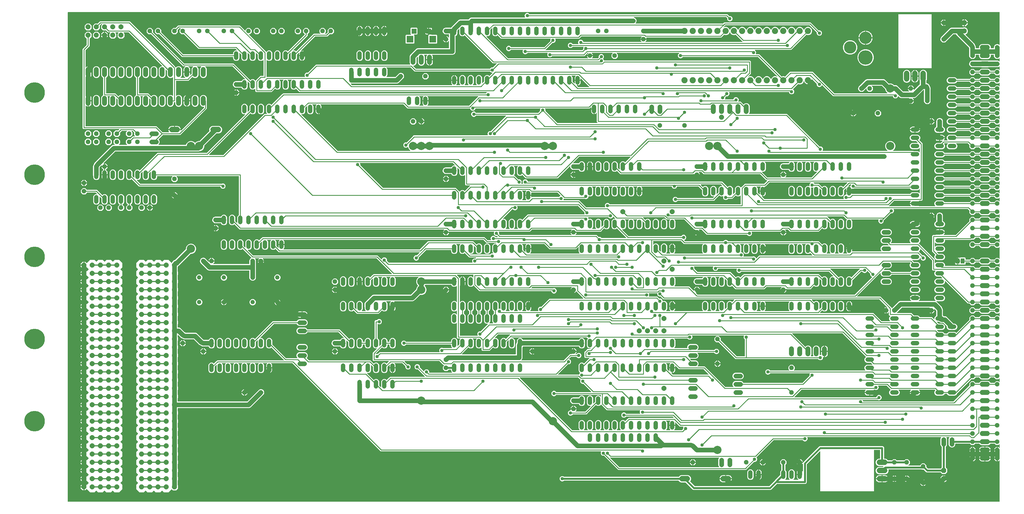
<source format=gtl>
G04 EAGLE Gerber RS-274X export*
G75*
%MOMM*%
%FSLAX34Y34*%
%LPD*%
%INTop Copper*%
%IPPOS*%
%AMOC8*
5,1,8,0,0,1.08239X$1,22.5*%
G01*
%ADD10C,1.524000*%
%ADD11R,1.168400X1.600200*%
%ADD12C,1.320800*%
%ADD13C,1.676400*%
%ADD14P,1.732040X8X112.500000*%
%ADD15C,1.600200*%
%ADD16P,1.429621X8X112.500000*%
%ADD17P,1.429621X8X202.500000*%
%ADD18P,1.429621X8X292.500000*%
%ADD19P,1.443367X8X202.500000*%
%ADD20C,6.350000*%
%ADD21C,1.905000*%
%ADD22C,1.422400*%
%ADD23C,2.540000*%
%ADD24C,1.320800*%
%ADD25R,1.524000X1.524000*%
%ADD26R,2.095500X2.095500*%
%ADD27P,1.429621X8X22.500000*%
%ADD28P,1.539592X8X22.500000*%
%ADD29P,1.649562X8X22.500000*%
%ADD30C,4.445000*%
%ADD31C,3.810000*%
%ADD32P,1.649562X8X202.500000*%
%ADD33P,1.649562X8X112.500000*%
%ADD34C,1.016000*%
%ADD35C,0.254000*%
%ADD36C,0.609600*%
%ADD37C,0.304800*%

G36*
X1530878Y5084D02*
X1530878Y5084D01*
X1530897Y5082D01*
X1530999Y5104D01*
X1531101Y5120D01*
X1531118Y5130D01*
X1531138Y5134D01*
X1531227Y5187D01*
X1531318Y5236D01*
X1531332Y5250D01*
X1531349Y5260D01*
X1531416Y5339D01*
X1531488Y5414D01*
X1531496Y5432D01*
X1531509Y5447D01*
X1531548Y5543D01*
X1531591Y5637D01*
X1531593Y5657D01*
X1531601Y5675D01*
X1531619Y5842D01*
X1531619Y132459D01*
X1531608Y132530D01*
X1531606Y132602D01*
X1531588Y132650D01*
X1531580Y132702D01*
X1531546Y132765D01*
X1531521Y132833D01*
X1531489Y132873D01*
X1531464Y132919D01*
X1531412Y132969D01*
X1531368Y133025D01*
X1531324Y133053D01*
X1531286Y133089D01*
X1531221Y133119D01*
X1531161Y133158D01*
X1531110Y133170D01*
X1531063Y133192D01*
X1530992Y133200D01*
X1530922Y133218D01*
X1530870Y133214D01*
X1530819Y133219D01*
X1530748Y133204D01*
X1530677Y133198D01*
X1530629Y133178D01*
X1530578Y133167D01*
X1530517Y133130D01*
X1530451Y133102D01*
X1530395Y133057D01*
X1530367Y133041D01*
X1530352Y133023D01*
X1530320Y132997D01*
X1527814Y130492D01*
X1525523Y130492D01*
X1525523Y138938D01*
X1525520Y138958D01*
X1525522Y138977D01*
X1525500Y139079D01*
X1525483Y139181D01*
X1525474Y139198D01*
X1525470Y139218D01*
X1525417Y139307D01*
X1525368Y139398D01*
X1525354Y139412D01*
X1525344Y139429D01*
X1525265Y139496D01*
X1525190Y139567D01*
X1525172Y139576D01*
X1525157Y139589D01*
X1525061Y139627D01*
X1524967Y139671D01*
X1524947Y139673D01*
X1524929Y139681D01*
X1524762Y139699D01*
X1523999Y139699D01*
X1523999Y139701D01*
X1524762Y139701D01*
X1524782Y139704D01*
X1524801Y139702D01*
X1524903Y139724D01*
X1525005Y139741D01*
X1525022Y139750D01*
X1525042Y139754D01*
X1525131Y139807D01*
X1525222Y139856D01*
X1525236Y139870D01*
X1525253Y139880D01*
X1525320Y139959D01*
X1525391Y140034D01*
X1525400Y140052D01*
X1525413Y140067D01*
X1525452Y140163D01*
X1525495Y140257D01*
X1525497Y140277D01*
X1525505Y140295D01*
X1525523Y140462D01*
X1525523Y148908D01*
X1527814Y148908D01*
X1530320Y146403D01*
X1530378Y146361D01*
X1530430Y146311D01*
X1530477Y146289D01*
X1530519Y146259D01*
X1530588Y146238D01*
X1530653Y146208D01*
X1530705Y146202D01*
X1530755Y146187D01*
X1530826Y146189D01*
X1530897Y146181D01*
X1530948Y146192D01*
X1531000Y146193D01*
X1531068Y146218D01*
X1531138Y146233D01*
X1531183Y146260D01*
X1531231Y146278D01*
X1531287Y146322D01*
X1531349Y146359D01*
X1531383Y146399D01*
X1531423Y146431D01*
X1531462Y146492D01*
X1531509Y146546D01*
X1531528Y146594D01*
X1531556Y146638D01*
X1531574Y146708D01*
X1531601Y146774D01*
X1531609Y146846D01*
X1531617Y146877D01*
X1531615Y146900D01*
X1531619Y146941D01*
X1531619Y157859D01*
X1531608Y157930D01*
X1531606Y158002D01*
X1531588Y158050D01*
X1531580Y158102D01*
X1531546Y158165D01*
X1531521Y158233D01*
X1531489Y158273D01*
X1531464Y158319D01*
X1531412Y158369D01*
X1531368Y158425D01*
X1531324Y158453D01*
X1531286Y158489D01*
X1531221Y158519D01*
X1531161Y158558D01*
X1531110Y158570D01*
X1531063Y158592D01*
X1530992Y158600D01*
X1530922Y158618D01*
X1530870Y158614D01*
X1530819Y158619D01*
X1530748Y158604D01*
X1530677Y158598D01*
X1530629Y158578D01*
X1530578Y158567D01*
X1530517Y158530D01*
X1530451Y158502D01*
X1530395Y158457D01*
X1530367Y158441D01*
X1530352Y158423D01*
X1530320Y158397D01*
X1527814Y155892D01*
X1525523Y155892D01*
X1525523Y164338D01*
X1525520Y164358D01*
X1525522Y164377D01*
X1525500Y164479D01*
X1525483Y164581D01*
X1525474Y164598D01*
X1525470Y164618D01*
X1525417Y164707D01*
X1525368Y164798D01*
X1525354Y164812D01*
X1525344Y164829D01*
X1525265Y164896D01*
X1525190Y164967D01*
X1525172Y164976D01*
X1525157Y164989D01*
X1525061Y165027D01*
X1524967Y165071D01*
X1524947Y165073D01*
X1524929Y165081D01*
X1524762Y165099D01*
X1523999Y165099D01*
X1523999Y165101D01*
X1524762Y165101D01*
X1524782Y165104D01*
X1524801Y165102D01*
X1524903Y165124D01*
X1525005Y165141D01*
X1525022Y165150D01*
X1525042Y165154D01*
X1525131Y165207D01*
X1525222Y165256D01*
X1525236Y165270D01*
X1525253Y165280D01*
X1525320Y165359D01*
X1525391Y165434D01*
X1525400Y165452D01*
X1525413Y165467D01*
X1525452Y165563D01*
X1525495Y165657D01*
X1525497Y165677D01*
X1525505Y165695D01*
X1525523Y165862D01*
X1525523Y174308D01*
X1527814Y174308D01*
X1530320Y171803D01*
X1530378Y171761D01*
X1530430Y171711D01*
X1530477Y171689D01*
X1530519Y171659D01*
X1530588Y171638D01*
X1530653Y171608D01*
X1530705Y171602D01*
X1530755Y171587D01*
X1530826Y171589D01*
X1530897Y171581D01*
X1530948Y171592D01*
X1531000Y171593D01*
X1531068Y171618D01*
X1531138Y171633D01*
X1531183Y171660D01*
X1531231Y171678D01*
X1531287Y171722D01*
X1531349Y171759D01*
X1531383Y171799D01*
X1531423Y171831D01*
X1531462Y171892D01*
X1531509Y171946D01*
X1531528Y171994D01*
X1531556Y172038D01*
X1531574Y172108D01*
X1531601Y172174D01*
X1531609Y172246D01*
X1531617Y172277D01*
X1531615Y172300D01*
X1531619Y172341D01*
X1531619Y182541D01*
X1531608Y182611D01*
X1531606Y182683D01*
X1531588Y182732D01*
X1531580Y182783D01*
X1531546Y182847D01*
X1531521Y182914D01*
X1531489Y182955D01*
X1531464Y183001D01*
X1531412Y183050D01*
X1531368Y183106D01*
X1531324Y183134D01*
X1531286Y183170D01*
X1531221Y183200D01*
X1531161Y183239D01*
X1531110Y183252D01*
X1531063Y183274D01*
X1530992Y183282D01*
X1530922Y183299D01*
X1530870Y183295D01*
X1530819Y183301D01*
X1530748Y183286D01*
X1530677Y183280D01*
X1530629Y183260D01*
X1530578Y183249D01*
X1530517Y183212D01*
X1530451Y183184D01*
X1530395Y183139D01*
X1530367Y183122D01*
X1530352Y183105D01*
X1530320Y183079D01*
X1528025Y180784D01*
X1519975Y180784D01*
X1516579Y184180D01*
X1516505Y184233D01*
X1516435Y184293D01*
X1516405Y184305D01*
X1516379Y184324D01*
X1516292Y184351D01*
X1516207Y184385D01*
X1516166Y184389D01*
X1516144Y184396D01*
X1516112Y184395D01*
X1516041Y184403D01*
X1502826Y184403D01*
X1502736Y184389D01*
X1502645Y184381D01*
X1502616Y184369D01*
X1502584Y184364D01*
X1502503Y184321D01*
X1502419Y184285D01*
X1502387Y184259D01*
X1502366Y184248D01*
X1502344Y184225D01*
X1502288Y184180D01*
X1499563Y181455D01*
X1495642Y179831D01*
X1476158Y179831D01*
X1472237Y181455D01*
X1469512Y184180D01*
X1469438Y184233D01*
X1469368Y184293D01*
X1469338Y184305D01*
X1469312Y184324D01*
X1469225Y184351D01*
X1469140Y184385D01*
X1469099Y184389D01*
X1469077Y184396D01*
X1469045Y184395D01*
X1468974Y184403D01*
X1455759Y184403D01*
X1455669Y184389D01*
X1455578Y184381D01*
X1455549Y184369D01*
X1455517Y184364D01*
X1455436Y184321D01*
X1455352Y184285D01*
X1455320Y184259D01*
X1455299Y184248D01*
X1455277Y184225D01*
X1455221Y184180D01*
X1451825Y180784D01*
X1443775Y180784D01*
X1440379Y184180D01*
X1440305Y184233D01*
X1440235Y184293D01*
X1440205Y184305D01*
X1440179Y184324D01*
X1440092Y184351D01*
X1440007Y184385D01*
X1439966Y184389D01*
X1439944Y184396D01*
X1439912Y184395D01*
X1439841Y184403D01*
X1395222Y184403D01*
X1395202Y184400D01*
X1395183Y184402D01*
X1395081Y184380D01*
X1394979Y184364D01*
X1394962Y184354D01*
X1394942Y184350D01*
X1394853Y184297D01*
X1394762Y184248D01*
X1394748Y184234D01*
X1394731Y184224D01*
X1394664Y184145D01*
X1394592Y184070D01*
X1394584Y184052D01*
X1394571Y184037D01*
X1394532Y183941D01*
X1394489Y183847D01*
X1394487Y183827D01*
X1394479Y183809D01*
X1394461Y183642D01*
X1394461Y181367D01*
X1392914Y177632D01*
X1390056Y174774D01*
X1386321Y173227D01*
X1382279Y173227D01*
X1378544Y174774D01*
X1375686Y177632D01*
X1374139Y181367D01*
X1374139Y199633D01*
X1375686Y203368D01*
X1376250Y203932D01*
X1376292Y203990D01*
X1376342Y204042D01*
X1376363Y204089D01*
X1376394Y204131D01*
X1376415Y204200D01*
X1376445Y204265D01*
X1376451Y204317D01*
X1376466Y204367D01*
X1376464Y204438D01*
X1376472Y204509D01*
X1376461Y204560D01*
X1376460Y204612D01*
X1376435Y204680D01*
X1376420Y204750D01*
X1376393Y204795D01*
X1376375Y204843D01*
X1376331Y204899D01*
X1376294Y204961D01*
X1376254Y204995D01*
X1376222Y205035D01*
X1376161Y205074D01*
X1376107Y205121D01*
X1376059Y205140D01*
X1376015Y205168D01*
X1375945Y205186D01*
X1375879Y205213D01*
X1375807Y205221D01*
X1375776Y205229D01*
X1375753Y205227D01*
X1375712Y205231D01*
X1367488Y205231D01*
X1367417Y205220D01*
X1367346Y205218D01*
X1367297Y205200D01*
X1367245Y205192D01*
X1367182Y205158D01*
X1367115Y205133D01*
X1367074Y205101D01*
X1367028Y205076D01*
X1366979Y205025D01*
X1366923Y204980D01*
X1366894Y204936D01*
X1366858Y204898D01*
X1366828Y204833D01*
X1366790Y204773D01*
X1366777Y204722D01*
X1366755Y204675D01*
X1366747Y204604D01*
X1366729Y204534D01*
X1366734Y204482D01*
X1366728Y204431D01*
X1366743Y204360D01*
X1366749Y204289D01*
X1366769Y204241D01*
X1366780Y204190D01*
X1366817Y204129D01*
X1366845Y204063D01*
X1366890Y204007D01*
X1366906Y203979D01*
X1366924Y203964D01*
X1366950Y203932D01*
X1367514Y203368D01*
X1369061Y199633D01*
X1369061Y181367D01*
X1367514Y177632D01*
X1365220Y175338D01*
X1365172Y175271D01*
X1365168Y175268D01*
X1365166Y175264D01*
X1365107Y175195D01*
X1365095Y175165D01*
X1365076Y175138D01*
X1365049Y175052D01*
X1365015Y174967D01*
X1365011Y174926D01*
X1365004Y174903D01*
X1365005Y174871D01*
X1364997Y174800D01*
X1364997Y111445D01*
X1365011Y111355D01*
X1365019Y111264D01*
X1365031Y111234D01*
X1365036Y111202D01*
X1365079Y111122D01*
X1365115Y111038D01*
X1365141Y111006D01*
X1365152Y110985D01*
X1365175Y110963D01*
X1365220Y110907D01*
X1369950Y106177D01*
X1369950Y97023D01*
X1363477Y90550D01*
X1354323Y90550D01*
X1349593Y95280D01*
X1349519Y95333D01*
X1349450Y95393D01*
X1349420Y95405D01*
X1349393Y95424D01*
X1349306Y95451D01*
X1349221Y95485D01*
X1349181Y95489D01*
X1349158Y95496D01*
X1349126Y95495D01*
X1349055Y95503D01*
X1306887Y95503D01*
X1304646Y96431D01*
X1296654Y104424D01*
X1296580Y104477D01*
X1296510Y104537D01*
X1296480Y104549D01*
X1296454Y104568D01*
X1296367Y104595D01*
X1296282Y104629D01*
X1296241Y104633D01*
X1296219Y104640D01*
X1296187Y104639D01*
X1296115Y104647D01*
X1291402Y104647D01*
X1291244Y104805D01*
X1291170Y104858D01*
X1291100Y104918D01*
X1291070Y104930D01*
X1291044Y104949D01*
X1290957Y104976D01*
X1290872Y105010D01*
X1290831Y105014D01*
X1290809Y105021D01*
X1290777Y105020D01*
X1290705Y105028D01*
X1188874Y105028D01*
X1188828Y105021D01*
X1188783Y105023D01*
X1188708Y105001D01*
X1188631Y104989D01*
X1188590Y104967D01*
X1188546Y104954D01*
X1188482Y104910D01*
X1188414Y104873D01*
X1188382Y104840D01*
X1188344Y104814D01*
X1188298Y104751D01*
X1188244Y104695D01*
X1188225Y104653D01*
X1188198Y104617D01*
X1188173Y104543D01*
X1188141Y104472D01*
X1188136Y104426D01*
X1188121Y104383D01*
X1188122Y104305D01*
X1188114Y104228D01*
X1188123Y104183D01*
X1188124Y104137D01*
X1188162Y104005D01*
X1188166Y103987D01*
X1188168Y103983D01*
X1188170Y103976D01*
X1188213Y103874D01*
X1188213Y99326D01*
X1186472Y95125D01*
X1183257Y91910D01*
X1179056Y90169D01*
X1157744Y90169D01*
X1153543Y91910D01*
X1150328Y95125D01*
X1148587Y99326D01*
X1148587Y103874D01*
X1150328Y108075D01*
X1153543Y111290D01*
X1157744Y113031D01*
X1170893Y113031D01*
X1170983Y113045D01*
X1171074Y113053D01*
X1171104Y113065D01*
X1171136Y113070D01*
X1171216Y113113D01*
X1171301Y113149D01*
X1171333Y113175D01*
X1171353Y113186D01*
X1171376Y113209D01*
X1171432Y113254D01*
X1172448Y114270D01*
X1172490Y114328D01*
X1172539Y114380D01*
X1172561Y114427D01*
X1172591Y114469D01*
X1172612Y114538D01*
X1172643Y114603D01*
X1172648Y114655D01*
X1172664Y114705D01*
X1172662Y114776D01*
X1172670Y114847D01*
X1172659Y114898D01*
X1172657Y114950D01*
X1172633Y115018D01*
X1172617Y115088D01*
X1172591Y115133D01*
X1172573Y115181D01*
X1172528Y115237D01*
X1172491Y115299D01*
X1172452Y115333D01*
X1172419Y115373D01*
X1172359Y115412D01*
X1172304Y115459D01*
X1172256Y115478D01*
X1172212Y115506D01*
X1172143Y115524D01*
X1172076Y115551D01*
X1172005Y115559D01*
X1171974Y115567D01*
X1171950Y115565D01*
X1171909Y115569D01*
X1157744Y115569D01*
X1153543Y117310D01*
X1150328Y120525D01*
X1148587Y124726D01*
X1148587Y129274D01*
X1150328Y133475D01*
X1153543Y136690D01*
X1157744Y138431D01*
X1161542Y138431D01*
X1161562Y138434D01*
X1161581Y138432D01*
X1161683Y138454D01*
X1161785Y138470D01*
X1161802Y138480D01*
X1161822Y138484D01*
X1161911Y138537D01*
X1162002Y138586D01*
X1162016Y138600D01*
X1162033Y138610D01*
X1162100Y138689D01*
X1162172Y138764D01*
X1162180Y138782D01*
X1162193Y138797D01*
X1162232Y138893D01*
X1162275Y138987D01*
X1162277Y139007D01*
X1162285Y139025D01*
X1162303Y139192D01*
X1162303Y164592D01*
X1162300Y164612D01*
X1162302Y164631D01*
X1162280Y164733D01*
X1162264Y164835D01*
X1162254Y164852D01*
X1162250Y164872D01*
X1162197Y164961D01*
X1162148Y165052D01*
X1162134Y165066D01*
X1162124Y165083D01*
X1162045Y165150D01*
X1161970Y165222D01*
X1161952Y165230D01*
X1161937Y165243D01*
X1161841Y165282D01*
X1161747Y165325D01*
X1161727Y165327D01*
X1161709Y165335D01*
X1161542Y165353D01*
X1144524Y165353D01*
X1144504Y165350D01*
X1144485Y165352D01*
X1144383Y165330D01*
X1144281Y165314D01*
X1144264Y165304D01*
X1144244Y165300D01*
X1144155Y165247D01*
X1144064Y165198D01*
X1144050Y165184D01*
X1144033Y165174D01*
X1143966Y165095D01*
X1143894Y165020D01*
X1143886Y165002D01*
X1143873Y164987D01*
X1143834Y164891D01*
X1143791Y164797D01*
X1143789Y164777D01*
X1143781Y164759D01*
X1143763Y164592D01*
X1143763Y37784D01*
X1143316Y37337D01*
X977584Y37337D01*
X977137Y37784D01*
X977137Y160227D01*
X977126Y160298D01*
X977124Y160370D01*
X977106Y160419D01*
X977098Y160470D01*
X977064Y160533D01*
X977039Y160601D01*
X977007Y160641D01*
X976982Y160688D01*
X976930Y160737D01*
X976886Y160793D01*
X976842Y160821D01*
X976804Y160857D01*
X976739Y160887D01*
X976679Y160926D01*
X976628Y160939D01*
X976581Y160961D01*
X976510Y160968D01*
X976440Y160986D01*
X976388Y160982D01*
X976337Y160988D01*
X976266Y160972D01*
X976195Y160967D01*
X976147Y160946D01*
X976096Y160935D01*
X976035Y160899D01*
X975969Y160870D01*
X975913Y160826D01*
X975885Y160809D01*
X975870Y160791D01*
X975838Y160766D01*
X936595Y121523D01*
X936542Y121449D01*
X936482Y121379D01*
X936470Y121349D01*
X936451Y121323D01*
X936424Y121236D01*
X936390Y121151D01*
X936386Y121110D01*
X936379Y121088D01*
X936380Y121056D01*
X936372Y120984D01*
X936372Y65462D01*
X935444Y63221D01*
X933729Y61506D01*
X931488Y60578D01*
X844216Y60578D01*
X844126Y60564D01*
X844035Y60556D01*
X844005Y60544D01*
X843973Y60539D01*
X843892Y60496D01*
X843808Y60460D01*
X843776Y60434D01*
X843756Y60423D01*
X843733Y60400D01*
X843677Y60355D01*
X825779Y42456D01*
X823538Y41528D01*
X586162Y41528D01*
X583921Y42456D01*
X561832Y64546D01*
X561758Y64599D01*
X561688Y64659D01*
X561658Y64671D01*
X561632Y64690D01*
X561545Y64717D01*
X561460Y64751D01*
X561419Y64755D01*
X561397Y64762D01*
X561365Y64761D01*
X561293Y64769D01*
X548144Y64769D01*
X543943Y66510D01*
X540680Y69772D01*
X540644Y69833D01*
X540639Y69837D01*
X540636Y69842D01*
X540545Y69917D01*
X540457Y69993D01*
X540451Y69995D01*
X540446Y69999D01*
X540338Y70041D01*
X540229Y70085D01*
X540221Y70086D01*
X540217Y70087D01*
X540198Y70088D01*
X540062Y70103D01*
X186689Y70103D01*
X186599Y70089D01*
X186508Y70081D01*
X186479Y70069D01*
X186447Y70064D01*
X186366Y70021D01*
X186282Y69985D01*
X186250Y69959D01*
X186229Y69948D01*
X186207Y69925D01*
X186151Y69880D01*
X185580Y69309D01*
X182592Y68071D01*
X179358Y68071D01*
X176370Y69309D01*
X174084Y71595D01*
X172846Y74583D01*
X172846Y77817D01*
X174084Y80805D01*
X176370Y83091D01*
X179358Y84329D01*
X182592Y84329D01*
X185580Y83091D01*
X186151Y82520D01*
X186225Y82467D01*
X186294Y82407D01*
X186325Y82395D01*
X186351Y82376D01*
X186438Y82349D01*
X186523Y82315D01*
X186564Y82311D01*
X186586Y82304D01*
X186618Y82305D01*
X186689Y82297D01*
X540062Y82297D01*
X540177Y82316D01*
X540293Y82333D01*
X540299Y82335D01*
X540305Y82336D01*
X540408Y82391D01*
X540512Y82444D01*
X540517Y82449D01*
X540522Y82452D01*
X540603Y82536D01*
X540685Y82620D01*
X540688Y82626D01*
X540692Y82630D01*
X540700Y82647D01*
X543943Y85890D01*
X548144Y87631D01*
X569456Y87631D01*
X573657Y85890D01*
X576872Y82675D01*
X578613Y78474D01*
X578613Y73926D01*
X576872Y69725D01*
X575923Y68776D01*
X575911Y68759D01*
X575896Y68747D01*
X575865Y68699D01*
X575859Y68693D01*
X575854Y68682D01*
X575840Y68660D01*
X575780Y68576D01*
X575774Y68557D01*
X575763Y68540D01*
X575738Y68440D01*
X575707Y68341D01*
X575708Y68321D01*
X575703Y68302D01*
X575711Y68198D01*
X575714Y68095D01*
X575720Y68076D01*
X575722Y68056D01*
X575762Y67961D01*
X575798Y67864D01*
X575810Y67848D01*
X575818Y67830D01*
X575923Y67699D01*
X589677Y53945D01*
X589751Y53892D01*
X589821Y53832D01*
X589851Y53820D01*
X589877Y53801D01*
X589964Y53774D01*
X590049Y53740D01*
X590090Y53736D01*
X590112Y53729D01*
X590144Y53730D01*
X590216Y53722D01*
X819484Y53722D01*
X819574Y53736D01*
X819665Y53744D01*
X819695Y53756D01*
X819727Y53761D01*
X819808Y53804D01*
X819892Y53840D01*
X819924Y53866D01*
X819944Y53877D01*
X819967Y53900D01*
X820023Y53945D01*
X837687Y71609D01*
X839616Y73538D01*
X853724Y87646D01*
X853777Y87720D01*
X853837Y87790D01*
X853849Y87820D01*
X853868Y87846D01*
X853895Y87933D01*
X853929Y88018D01*
X853933Y88059D01*
X853940Y88081D01*
X853939Y88113D01*
X853947Y88185D01*
X853947Y97424D01*
X855417Y100972D01*
X857280Y102835D01*
X857333Y102909D01*
X857393Y102979D01*
X857405Y103009D01*
X857424Y103035D01*
X857451Y103122D01*
X857485Y103207D01*
X857489Y103248D01*
X857496Y103270D01*
X857495Y103302D01*
X857503Y103374D01*
X857503Y119130D01*
X857489Y119220D01*
X857481Y119311D01*
X857469Y119341D01*
X857464Y119373D01*
X857421Y119454D01*
X857385Y119538D01*
X857359Y119570D01*
X857348Y119591D01*
X857325Y119613D01*
X857280Y119669D01*
X853947Y123002D01*
X853947Y130998D01*
X859602Y136653D01*
X867598Y136653D01*
X873253Y130998D01*
X873253Y123002D01*
X869920Y119669D01*
X869867Y119595D01*
X869807Y119525D01*
X869795Y119495D01*
X869776Y119469D01*
X869749Y119382D01*
X869715Y119297D01*
X869711Y119256D01*
X869704Y119234D01*
X869705Y119202D01*
X869697Y119130D01*
X869697Y103374D01*
X869711Y103283D01*
X869719Y103193D01*
X869731Y103163D01*
X869736Y103131D01*
X869779Y103050D01*
X869815Y102966D01*
X869841Y102934D01*
X869852Y102913D01*
X869875Y102891D01*
X869920Y102835D01*
X871783Y100972D01*
X873253Y97424D01*
X873253Y80376D01*
X871783Y76828D01*
X869026Y74071D01*
X868984Y74013D01*
X868935Y73961D01*
X868913Y73914D01*
X868883Y73872D01*
X868862Y73803D01*
X868831Y73738D01*
X868826Y73686D01*
X868810Y73636D01*
X868812Y73565D01*
X868804Y73494D01*
X868815Y73443D01*
X868817Y73391D01*
X868841Y73323D01*
X868857Y73253D01*
X868883Y73208D01*
X868901Y73160D01*
X868946Y73104D01*
X868983Y73042D01*
X869022Y73008D01*
X869055Y72968D01*
X869115Y72929D01*
X869170Y72882D01*
X869218Y72863D01*
X869262Y72835D01*
X869331Y72817D01*
X869398Y72790D01*
X869469Y72782D01*
X869500Y72774D01*
X869524Y72776D01*
X869565Y72772D01*
X883035Y72772D01*
X883106Y72783D01*
X883178Y72785D01*
X883227Y72803D01*
X883278Y72811D01*
X883342Y72845D01*
X883409Y72870D01*
X883450Y72902D01*
X883496Y72927D01*
X883545Y72979D01*
X883601Y73023D01*
X883629Y73067D01*
X883665Y73105D01*
X883695Y73170D01*
X883734Y73230D01*
X883747Y73281D01*
X883769Y73328D01*
X883776Y73399D01*
X883794Y73469D01*
X883790Y73521D01*
X883796Y73572D01*
X883780Y73643D01*
X883775Y73714D01*
X883755Y73762D01*
X883743Y73813D01*
X883707Y73874D01*
X883679Y73940D01*
X883634Y73996D01*
X883617Y74024D01*
X883599Y74039D01*
X883574Y74071D01*
X880817Y76828D01*
X879347Y80376D01*
X879347Y97424D01*
X880817Y100972D01*
X883532Y103687D01*
X887080Y105157D01*
X890920Y105157D01*
X894468Y103687D01*
X897183Y100972D01*
X898653Y97424D01*
X898653Y80376D01*
X897183Y76828D01*
X894426Y74071D01*
X894384Y74013D01*
X894335Y73961D01*
X894313Y73914D01*
X894283Y73872D01*
X894262Y73803D01*
X894231Y73738D01*
X894226Y73686D01*
X894210Y73636D01*
X894212Y73565D01*
X894204Y73494D01*
X894215Y73443D01*
X894217Y73391D01*
X894241Y73323D01*
X894257Y73253D01*
X894283Y73208D01*
X894301Y73160D01*
X894346Y73104D01*
X894383Y73042D01*
X894422Y73008D01*
X894455Y72968D01*
X894515Y72929D01*
X894570Y72882D01*
X894618Y72863D01*
X894662Y72835D01*
X894731Y72817D01*
X894798Y72790D01*
X894869Y72782D01*
X894900Y72774D01*
X894924Y72776D01*
X894965Y72772D01*
X909684Y72772D01*
X909707Y72775D01*
X909730Y72773D01*
X909828Y72795D01*
X909927Y72811D01*
X909948Y72822D01*
X909970Y72827D01*
X910056Y72880D01*
X910145Y72927D01*
X910160Y72943D01*
X910180Y72955D01*
X910245Y73032D01*
X910314Y73105D01*
X910324Y73126D01*
X910339Y73143D01*
X910375Y73237D01*
X910418Y73328D01*
X910420Y73351D01*
X910429Y73372D01*
X910434Y73473D01*
X910445Y73572D01*
X910440Y73595D01*
X910441Y73618D01*
X910414Y73715D01*
X910392Y73813D01*
X910381Y73833D01*
X910374Y73855D01*
X910318Y73938D01*
X910266Y74024D01*
X910249Y74039D01*
X910236Y74058D01*
X910107Y74166D01*
X908570Y75193D01*
X907297Y76466D01*
X906296Y77964D01*
X905607Y79629D01*
X905255Y81395D01*
X905255Y87377D01*
X913638Y87377D01*
X913658Y87380D01*
X913677Y87378D01*
X913779Y87400D01*
X913881Y87417D01*
X913898Y87426D01*
X913918Y87430D01*
X914007Y87483D01*
X914098Y87532D01*
X914112Y87546D01*
X914129Y87556D01*
X914196Y87635D01*
X914267Y87710D01*
X914276Y87728D01*
X914289Y87743D01*
X914327Y87839D01*
X914371Y87933D01*
X914373Y87953D01*
X914381Y87971D01*
X914399Y88138D01*
X914399Y88901D01*
X915162Y88901D01*
X915182Y88904D01*
X915201Y88902D01*
X915303Y88924D01*
X915405Y88941D01*
X915422Y88950D01*
X915442Y88954D01*
X915531Y89007D01*
X915622Y89056D01*
X915636Y89070D01*
X915653Y89080D01*
X915720Y89159D01*
X915791Y89234D01*
X915800Y89252D01*
X915813Y89267D01*
X915852Y89363D01*
X915895Y89457D01*
X915897Y89477D01*
X915905Y89495D01*
X915923Y89662D01*
X915923Y104525D01*
X917067Y104297D01*
X918732Y103608D01*
X920230Y102607D01*
X921503Y101334D01*
X922504Y99836D01*
X922714Y99329D01*
X922765Y99246D01*
X922811Y99160D01*
X922830Y99142D01*
X922843Y99120D01*
X922918Y99058D01*
X922989Y98991D01*
X923013Y98980D01*
X923033Y98963D01*
X923124Y98929D01*
X923212Y98887D01*
X923238Y98885D01*
X923262Y98875D01*
X923360Y98871D01*
X923456Y98860D01*
X923482Y98866D01*
X923508Y98865D01*
X923602Y98892D01*
X923697Y98913D01*
X923719Y98926D01*
X923744Y98933D01*
X923824Y98989D01*
X923908Y99039D01*
X923925Y99059D01*
X923946Y99074D01*
X924004Y99152D01*
X924068Y99226D01*
X924078Y99250D01*
X924093Y99271D01*
X924123Y99363D01*
X924160Y99454D01*
X924163Y99486D01*
X924169Y99505D01*
X924169Y99538D01*
X924178Y99621D01*
X924178Y122008D01*
X924167Y122079D01*
X924165Y122150D01*
X924147Y122199D01*
X924139Y122251D01*
X924105Y122314D01*
X924080Y122381D01*
X924048Y122422D01*
X924023Y122468D01*
X923971Y122517D01*
X923927Y122573D01*
X923883Y122602D01*
X923845Y122637D01*
X923780Y122668D01*
X923720Y122706D01*
X923669Y122719D01*
X923622Y122741D01*
X923551Y122749D01*
X923481Y122766D01*
X923429Y122762D01*
X923378Y122768D01*
X923307Y122753D01*
X923236Y122747D01*
X923188Y122727D01*
X923137Y122716D01*
X923076Y122679D01*
X923010Y122651D01*
X922954Y122606D01*
X922926Y122590D01*
X922911Y122572D01*
X922879Y122546D01*
X918188Y117855D01*
X915923Y117855D01*
X915923Y125477D01*
X923851Y125477D01*
X923966Y125496D01*
X924082Y125513D01*
X924088Y125516D01*
X924094Y125517D01*
X924197Y125571D01*
X924302Y125624D01*
X924306Y125629D01*
X924312Y125632D01*
X924391Y125716D01*
X924474Y125800D01*
X924478Y125806D01*
X924481Y125810D01*
X924489Y125827D01*
X924555Y125947D01*
X925106Y127279D01*
X974446Y176619D01*
X976687Y177547D01*
X1169613Y177547D01*
X1171854Y176619D01*
X1173569Y174904D01*
X1174497Y172663D01*
X1174497Y139192D01*
X1174500Y139172D01*
X1174498Y139153D01*
X1174520Y139051D01*
X1174536Y138949D01*
X1174546Y138932D01*
X1174550Y138912D01*
X1174603Y138823D01*
X1174652Y138732D01*
X1174666Y138718D01*
X1174676Y138701D01*
X1174755Y138634D01*
X1174830Y138562D01*
X1174848Y138554D01*
X1174863Y138541D01*
X1174959Y138502D01*
X1175053Y138459D01*
X1175073Y138457D01*
X1175091Y138449D01*
X1175258Y138431D01*
X1179056Y138431D01*
X1183257Y136690D01*
X1186520Y133428D01*
X1186556Y133367D01*
X1186561Y133363D01*
X1186564Y133358D01*
X1186655Y133283D01*
X1186743Y133207D01*
X1186749Y133205D01*
X1186754Y133201D01*
X1186862Y133159D01*
X1186971Y133115D01*
X1186979Y133114D01*
X1186983Y133113D01*
X1187002Y133112D01*
X1187138Y133097D01*
X1198630Y133097D01*
X1198720Y133111D01*
X1198811Y133119D01*
X1198841Y133131D01*
X1198873Y133136D01*
X1198954Y133179D01*
X1199038Y133215D01*
X1199070Y133241D01*
X1199091Y133252D01*
X1199113Y133275D01*
X1199169Y133320D01*
X1202502Y136653D01*
X1210498Y136653D01*
X1213831Y133320D01*
X1213905Y133267D01*
X1213975Y133207D01*
X1214005Y133195D01*
X1214031Y133176D01*
X1214118Y133149D01*
X1214203Y133115D01*
X1214244Y133111D01*
X1214266Y133104D01*
X1214298Y133105D01*
X1214370Y133097D01*
X1236730Y133097D01*
X1236820Y133111D01*
X1236911Y133119D01*
X1236941Y133131D01*
X1236973Y133136D01*
X1237054Y133179D01*
X1237138Y133215D01*
X1237170Y133241D01*
X1237191Y133252D01*
X1237213Y133275D01*
X1237269Y133320D01*
X1240602Y136653D01*
X1248598Y136653D01*
X1254253Y130998D01*
X1254253Y123002D01*
X1249772Y118521D01*
X1249730Y118463D01*
X1249681Y118411D01*
X1249659Y118364D01*
X1249629Y118322D01*
X1249608Y118253D01*
X1249577Y118188D01*
X1249572Y118136D01*
X1249556Y118086D01*
X1249558Y118015D01*
X1249550Y117944D01*
X1249561Y117893D01*
X1249563Y117841D01*
X1249587Y117773D01*
X1249603Y117703D01*
X1249629Y117658D01*
X1249647Y117610D01*
X1249692Y117554D01*
X1249729Y117492D01*
X1249768Y117458D01*
X1249801Y117418D01*
X1249861Y117379D01*
X1249916Y117332D01*
X1249964Y117313D01*
X1250008Y117285D01*
X1250077Y117267D01*
X1250144Y117240D01*
X1250215Y117232D01*
X1250246Y117224D01*
X1250270Y117226D01*
X1250311Y117222D01*
X1284986Y117222D01*
X1285006Y117225D01*
X1285025Y117223D01*
X1285127Y117245D01*
X1285229Y117261D01*
X1285246Y117271D01*
X1285266Y117275D01*
X1285355Y117328D01*
X1285446Y117377D01*
X1285460Y117391D01*
X1285477Y117401D01*
X1285544Y117480D01*
X1285616Y117555D01*
X1285624Y117573D01*
X1285637Y117588D01*
X1285676Y117684D01*
X1285719Y117778D01*
X1285721Y117798D01*
X1285729Y117816D01*
X1285747Y117983D01*
X1285747Y118298D01*
X1291402Y123953D01*
X1299398Y123953D01*
X1305053Y118298D01*
X1305053Y113585D01*
X1305067Y113495D01*
X1305075Y113404D01*
X1305087Y113374D01*
X1305092Y113342D01*
X1305135Y113261D01*
X1305171Y113177D01*
X1305197Y113145D01*
X1305208Y113125D01*
X1305231Y113102D01*
X1305276Y113046D01*
X1310402Y107920D01*
X1310476Y107867D01*
X1310546Y107807D01*
X1310576Y107795D01*
X1310602Y107776D01*
X1310689Y107749D01*
X1310774Y107715D01*
X1310815Y107711D01*
X1310837Y107704D01*
X1310869Y107705D01*
X1310941Y107697D01*
X1349055Y107697D01*
X1349145Y107711D01*
X1349236Y107719D01*
X1349266Y107731D01*
X1349298Y107736D01*
X1349378Y107779D01*
X1349462Y107815D01*
X1349494Y107841D01*
X1349515Y107852D01*
X1349537Y107875D01*
X1349593Y107920D01*
X1352580Y110907D01*
X1352633Y110981D01*
X1352693Y111050D01*
X1352705Y111081D01*
X1352724Y111107D01*
X1352751Y111194D01*
X1352785Y111279D01*
X1352789Y111319D01*
X1352796Y111342D01*
X1352795Y111374D01*
X1352803Y111445D01*
X1352803Y174800D01*
X1352789Y174890D01*
X1352781Y174981D01*
X1352769Y175011D01*
X1352764Y175043D01*
X1352721Y175123D01*
X1352685Y175207D01*
X1352659Y175239D01*
X1352648Y175260D01*
X1352625Y175282D01*
X1352580Y175338D01*
X1350286Y177632D01*
X1348739Y181367D01*
X1348739Y199633D01*
X1350286Y203368D01*
X1350850Y203932D01*
X1350892Y203990D01*
X1350942Y204042D01*
X1350963Y204089D01*
X1350994Y204131D01*
X1351015Y204200D01*
X1351045Y204265D01*
X1351051Y204317D01*
X1351066Y204367D01*
X1351064Y204438D01*
X1351072Y204509D01*
X1351061Y204560D01*
X1351060Y204612D01*
X1351035Y204680D01*
X1351020Y204750D01*
X1350993Y204795D01*
X1350975Y204843D01*
X1350931Y204899D01*
X1350894Y204961D01*
X1350854Y204995D01*
X1350822Y205035D01*
X1350761Y205074D01*
X1350707Y205121D01*
X1350659Y205140D01*
X1350615Y205168D01*
X1350545Y205186D01*
X1350479Y205213D01*
X1350407Y205221D01*
X1350376Y205229D01*
X1350353Y205227D01*
X1350312Y205231D01*
X938056Y205231D01*
X938011Y205224D01*
X937965Y205226D01*
X937890Y205204D01*
X937813Y205192D01*
X937773Y205170D01*
X937729Y205157D01*
X937665Y205113D01*
X937596Y205076D01*
X937564Y205043D01*
X937527Y205017D01*
X937480Y204955D01*
X937427Y204898D01*
X937407Y204856D01*
X937380Y204820D01*
X937356Y204746D01*
X937323Y204675D01*
X937318Y204629D01*
X937304Y204586D01*
X937305Y204508D01*
X937296Y204431D01*
X937306Y204386D01*
X937306Y204340D01*
X937344Y204208D01*
X937348Y204190D01*
X937351Y204186D01*
X937353Y204179D01*
X938404Y201642D01*
X938404Y198408D01*
X937166Y195420D01*
X934880Y193134D01*
X931892Y191896D01*
X928658Y191896D01*
X925670Y193134D01*
X923321Y195483D01*
X923247Y195536D01*
X923178Y195596D01*
X923147Y195608D01*
X923121Y195627D01*
X923034Y195654D01*
X922949Y195688D01*
X922908Y195692D01*
X922886Y195699D01*
X922854Y195698D01*
X922783Y195706D01*
X833954Y195706D01*
X833864Y195692D01*
X833773Y195684D01*
X833743Y195672D01*
X833711Y195667D01*
X833631Y195624D01*
X833547Y195588D01*
X833515Y195562D01*
X833494Y195551D01*
X833472Y195528D01*
X833416Y195483D01*
X780865Y142932D01*
X780853Y142916D01*
X780838Y142904D01*
X780782Y142816D01*
X780721Y142733D01*
X780716Y142714D01*
X780705Y142697D01*
X780679Y142596D01*
X780649Y142498D01*
X780650Y142478D01*
X780645Y142458D01*
X780653Y142355D01*
X780655Y142252D01*
X780662Y142233D01*
X780664Y142213D01*
X780704Y142118D01*
X780740Y142021D01*
X780752Y142005D01*
X780760Y141987D01*
X780865Y141856D01*
X781591Y141130D01*
X782829Y138142D01*
X782829Y134908D01*
X781591Y131920D01*
X779305Y129634D01*
X776317Y128396D01*
X772994Y128396D01*
X772904Y128382D01*
X772813Y128374D01*
X772783Y128362D01*
X772751Y128357D01*
X772671Y128314D01*
X772587Y128278D01*
X772555Y128252D01*
X772534Y128241D01*
X772512Y128218D01*
X772456Y128173D01*
X747914Y103631D01*
X353811Y103631D01*
X310219Y147223D01*
X310145Y147276D01*
X310076Y147336D01*
X310046Y147348D01*
X310019Y147367D01*
X309932Y147394D01*
X309848Y147428D01*
X309807Y147432D01*
X309784Y147439D01*
X309752Y147438D01*
X309681Y147446D01*
X306358Y147446D01*
X303370Y148684D01*
X301084Y150970D01*
X299846Y153958D01*
X299846Y157192D01*
X300897Y159729D01*
X300908Y159773D01*
X300927Y159815D01*
X300935Y159892D01*
X300953Y159968D01*
X300949Y160014D01*
X300954Y160059D01*
X300937Y160136D01*
X300930Y160213D01*
X300911Y160255D01*
X300902Y160300D01*
X300862Y160367D01*
X300830Y160438D01*
X300799Y160472D01*
X300776Y160511D01*
X300716Y160562D01*
X300664Y160619D01*
X300623Y160641D01*
X300589Y160671D01*
X300516Y160700D01*
X300448Y160737D01*
X300403Y160746D01*
X300360Y160763D01*
X300225Y160778D01*
X300206Y160781D01*
X300201Y160780D01*
X300194Y160781D01*
X-379614Y160781D01*
X-652441Y433608D01*
X-652515Y433661D01*
X-652584Y433721D01*
X-652614Y433733D01*
X-652641Y433752D01*
X-652728Y433779D01*
X-652812Y433813D01*
X-652853Y433817D01*
X-652876Y433824D01*
X-652908Y433823D01*
X-652979Y433831D01*
X-717257Y433831D01*
X-717328Y433820D01*
X-717399Y433818D01*
X-717448Y433800D01*
X-717500Y433792D01*
X-717563Y433758D01*
X-717630Y433733D01*
X-717671Y433701D01*
X-717717Y433676D01*
X-717766Y433624D01*
X-717822Y433580D01*
X-717850Y433536D01*
X-717886Y433498D01*
X-717917Y433433D01*
X-717955Y433373D01*
X-717968Y433322D01*
X-717990Y433275D01*
X-717998Y433204D01*
X-718015Y433134D01*
X-718011Y433082D01*
X-718017Y433031D01*
X-718002Y432960D01*
X-717996Y432889D01*
X-717976Y432841D01*
X-717965Y432790D01*
X-717928Y432729D01*
X-717900Y432663D01*
X-717855Y432607D01*
X-717839Y432579D01*
X-717821Y432564D01*
X-717795Y432532D01*
X-716797Y431534D01*
X-715796Y430036D01*
X-715107Y428371D01*
X-714755Y426605D01*
X-714755Y420623D01*
X-723138Y420623D01*
X-723158Y420620D01*
X-723177Y420622D01*
X-723279Y420600D01*
X-723381Y420583D01*
X-723398Y420574D01*
X-723418Y420570D01*
X-723507Y420517D01*
X-723598Y420468D01*
X-723612Y420454D01*
X-723629Y420444D01*
X-723696Y420365D01*
X-723767Y420290D01*
X-723776Y420272D01*
X-723789Y420257D01*
X-723827Y420161D01*
X-723871Y420067D01*
X-723873Y420047D01*
X-723881Y420029D01*
X-723899Y419862D01*
X-723899Y419099D01*
X-723901Y419099D01*
X-723901Y419862D01*
X-723904Y419882D01*
X-723902Y419901D01*
X-723924Y420003D01*
X-723941Y420105D01*
X-723950Y420122D01*
X-723954Y420142D01*
X-724007Y420231D01*
X-724056Y420322D01*
X-724070Y420336D01*
X-724080Y420353D01*
X-724159Y420420D01*
X-724234Y420491D01*
X-724252Y420500D01*
X-724267Y420513D01*
X-724363Y420552D01*
X-724457Y420595D01*
X-724477Y420597D01*
X-724495Y420605D01*
X-724662Y420623D01*
X-733045Y420623D01*
X-733045Y426605D01*
X-732693Y428371D01*
X-732004Y430036D01*
X-731003Y431534D01*
X-730005Y432532D01*
X-729963Y432590D01*
X-729914Y432642D01*
X-729892Y432689D01*
X-729861Y432731D01*
X-729840Y432800D01*
X-729810Y432865D01*
X-729804Y432917D01*
X-729789Y432967D01*
X-729791Y433038D01*
X-729783Y433109D01*
X-729794Y433160D01*
X-729795Y433212D01*
X-729820Y433280D01*
X-729835Y433350D01*
X-729862Y433395D01*
X-729880Y433443D01*
X-729925Y433499D01*
X-729961Y433561D01*
X-730001Y433595D01*
X-730033Y433635D01*
X-730094Y433674D01*
X-730148Y433721D01*
X-730197Y433740D01*
X-730240Y433768D01*
X-730310Y433786D01*
X-730376Y433813D01*
X-730448Y433821D01*
X-730479Y433829D01*
X-730502Y433827D01*
X-730543Y433831D01*
X-741938Y433831D01*
X-742009Y433820D01*
X-742081Y433818D01*
X-742130Y433800D01*
X-742181Y433792D01*
X-742245Y433758D01*
X-742312Y433733D01*
X-742353Y433701D01*
X-742399Y433676D01*
X-742448Y433624D01*
X-742504Y433580D01*
X-742532Y433536D01*
X-742568Y433498D01*
X-742598Y433433D01*
X-742637Y433373D01*
X-742650Y433322D01*
X-742672Y433275D01*
X-742679Y433204D01*
X-742697Y433134D01*
X-742693Y433082D01*
X-742699Y433031D01*
X-742683Y432960D01*
X-742678Y432889D01*
X-742658Y432841D01*
X-742646Y432790D01*
X-742610Y432729D01*
X-742582Y432663D01*
X-742537Y432607D01*
X-742520Y432579D01*
X-742502Y432564D01*
X-742477Y432532D01*
X-741117Y431172D01*
X-739647Y427624D01*
X-739647Y410576D01*
X-741117Y407028D01*
X-743832Y404313D01*
X-747380Y402843D01*
X-751220Y402843D01*
X-754768Y404313D01*
X-757483Y407028D01*
X-758953Y410576D01*
X-758953Y427624D01*
X-757483Y431172D01*
X-756123Y432532D01*
X-756081Y432590D01*
X-756032Y432642D01*
X-756010Y432689D01*
X-755980Y432731D01*
X-755959Y432800D01*
X-755928Y432865D01*
X-755923Y432917D01*
X-755907Y432967D01*
X-755909Y433038D01*
X-755901Y433109D01*
X-755912Y433160D01*
X-755914Y433212D01*
X-755938Y433280D01*
X-755954Y433350D01*
X-755980Y433395D01*
X-755998Y433443D01*
X-756043Y433499D01*
X-756080Y433561D01*
X-756119Y433595D01*
X-756152Y433635D01*
X-756212Y433674D01*
X-756267Y433721D01*
X-756315Y433740D01*
X-756359Y433768D01*
X-756428Y433786D01*
X-756495Y433813D01*
X-756566Y433821D01*
X-756597Y433829D01*
X-756621Y433827D01*
X-756662Y433831D01*
X-767338Y433831D01*
X-767409Y433820D01*
X-767481Y433818D01*
X-767530Y433800D01*
X-767581Y433792D01*
X-767645Y433758D01*
X-767712Y433733D01*
X-767753Y433701D01*
X-767799Y433676D01*
X-767848Y433624D01*
X-767904Y433580D01*
X-767932Y433536D01*
X-767968Y433498D01*
X-767998Y433433D01*
X-768037Y433373D01*
X-768050Y433322D01*
X-768072Y433275D01*
X-768079Y433204D01*
X-768097Y433134D01*
X-768093Y433082D01*
X-768099Y433031D01*
X-768083Y432960D01*
X-768078Y432889D01*
X-768058Y432841D01*
X-768046Y432790D01*
X-768010Y432729D01*
X-767982Y432663D01*
X-767937Y432607D01*
X-767920Y432579D01*
X-767902Y432564D01*
X-767877Y432532D01*
X-766517Y431172D01*
X-765047Y427624D01*
X-765047Y410576D01*
X-766517Y407028D01*
X-769232Y404313D01*
X-772780Y402843D01*
X-776620Y402843D01*
X-780168Y404313D01*
X-782883Y407028D01*
X-784353Y410576D01*
X-784353Y427624D01*
X-782883Y431172D01*
X-781523Y432532D01*
X-781481Y432590D01*
X-781432Y432642D01*
X-781410Y432689D01*
X-781380Y432731D01*
X-781359Y432800D01*
X-781328Y432865D01*
X-781323Y432917D01*
X-781307Y432967D01*
X-781309Y433038D01*
X-781301Y433109D01*
X-781312Y433160D01*
X-781314Y433212D01*
X-781338Y433280D01*
X-781354Y433350D01*
X-781380Y433395D01*
X-781398Y433443D01*
X-781443Y433499D01*
X-781480Y433561D01*
X-781519Y433595D01*
X-781552Y433635D01*
X-781612Y433674D01*
X-781667Y433721D01*
X-781715Y433740D01*
X-781759Y433768D01*
X-781828Y433786D01*
X-781895Y433813D01*
X-781966Y433821D01*
X-781997Y433829D01*
X-782021Y433827D01*
X-782062Y433831D01*
X-792738Y433831D01*
X-792809Y433820D01*
X-792881Y433818D01*
X-792930Y433800D01*
X-792981Y433792D01*
X-793045Y433758D01*
X-793112Y433733D01*
X-793153Y433701D01*
X-793199Y433676D01*
X-793248Y433624D01*
X-793304Y433580D01*
X-793332Y433536D01*
X-793368Y433498D01*
X-793398Y433433D01*
X-793437Y433373D01*
X-793450Y433322D01*
X-793472Y433275D01*
X-793479Y433204D01*
X-793497Y433134D01*
X-793493Y433082D01*
X-793499Y433031D01*
X-793483Y432960D01*
X-793478Y432889D01*
X-793458Y432841D01*
X-793446Y432790D01*
X-793410Y432729D01*
X-793382Y432663D01*
X-793337Y432607D01*
X-793320Y432579D01*
X-793302Y432564D01*
X-793277Y432532D01*
X-791917Y431172D01*
X-790447Y427624D01*
X-790447Y410576D01*
X-791917Y407028D01*
X-794632Y404313D01*
X-798180Y402843D01*
X-802020Y402843D01*
X-805568Y404313D01*
X-808283Y407028D01*
X-809753Y410576D01*
X-809753Y427624D01*
X-808283Y431172D01*
X-806923Y432532D01*
X-806881Y432590D01*
X-806832Y432642D01*
X-806810Y432689D01*
X-806780Y432731D01*
X-806759Y432800D01*
X-806728Y432865D01*
X-806723Y432917D01*
X-806707Y432967D01*
X-806709Y433038D01*
X-806701Y433109D01*
X-806712Y433160D01*
X-806714Y433212D01*
X-806738Y433280D01*
X-806754Y433350D01*
X-806780Y433395D01*
X-806798Y433443D01*
X-806843Y433499D01*
X-806880Y433561D01*
X-806919Y433595D01*
X-806952Y433635D01*
X-807012Y433674D01*
X-807067Y433721D01*
X-807115Y433740D01*
X-807159Y433768D01*
X-807228Y433786D01*
X-807295Y433813D01*
X-807366Y433821D01*
X-807397Y433829D01*
X-807421Y433827D01*
X-807462Y433831D01*
X-818138Y433831D01*
X-818209Y433820D01*
X-818281Y433818D01*
X-818330Y433800D01*
X-818381Y433792D01*
X-818445Y433758D01*
X-818512Y433733D01*
X-818553Y433701D01*
X-818599Y433676D01*
X-818648Y433624D01*
X-818704Y433580D01*
X-818732Y433536D01*
X-818768Y433498D01*
X-818798Y433433D01*
X-818837Y433373D01*
X-818850Y433322D01*
X-818872Y433275D01*
X-818879Y433204D01*
X-818897Y433134D01*
X-818893Y433082D01*
X-818899Y433031D01*
X-818883Y432960D01*
X-818878Y432889D01*
X-818858Y432841D01*
X-818846Y432790D01*
X-818810Y432729D01*
X-818782Y432663D01*
X-818737Y432607D01*
X-818720Y432579D01*
X-818702Y432564D01*
X-818677Y432532D01*
X-817317Y431172D01*
X-815847Y427624D01*
X-815847Y410576D01*
X-817317Y407028D01*
X-820032Y404313D01*
X-823580Y402843D01*
X-827420Y402843D01*
X-830968Y404313D01*
X-833683Y407028D01*
X-835153Y410576D01*
X-835153Y427624D01*
X-833683Y431172D01*
X-832323Y432532D01*
X-832281Y432590D01*
X-832232Y432642D01*
X-832210Y432689D01*
X-832180Y432731D01*
X-832159Y432800D01*
X-832128Y432865D01*
X-832123Y432917D01*
X-832107Y432967D01*
X-832109Y433038D01*
X-832101Y433109D01*
X-832112Y433160D01*
X-832114Y433212D01*
X-832138Y433280D01*
X-832154Y433350D01*
X-832180Y433395D01*
X-832198Y433443D01*
X-832243Y433499D01*
X-832280Y433561D01*
X-832319Y433595D01*
X-832352Y433635D01*
X-832412Y433674D01*
X-832467Y433721D01*
X-832515Y433740D01*
X-832559Y433768D01*
X-832628Y433786D01*
X-832695Y433813D01*
X-832766Y433821D01*
X-832797Y433829D01*
X-832821Y433827D01*
X-832862Y433831D01*
X-843538Y433831D01*
X-843609Y433820D01*
X-843681Y433818D01*
X-843730Y433800D01*
X-843781Y433792D01*
X-843845Y433758D01*
X-843912Y433733D01*
X-843953Y433701D01*
X-843999Y433676D01*
X-844048Y433624D01*
X-844104Y433580D01*
X-844132Y433536D01*
X-844168Y433498D01*
X-844198Y433433D01*
X-844237Y433373D01*
X-844250Y433322D01*
X-844272Y433275D01*
X-844279Y433204D01*
X-844297Y433134D01*
X-844293Y433082D01*
X-844299Y433031D01*
X-844283Y432960D01*
X-844278Y432889D01*
X-844258Y432841D01*
X-844246Y432790D01*
X-844210Y432729D01*
X-844182Y432663D01*
X-844137Y432607D01*
X-844120Y432579D01*
X-844102Y432564D01*
X-844077Y432532D01*
X-842717Y431172D01*
X-841247Y427624D01*
X-841247Y410576D01*
X-842717Y407028D01*
X-845432Y404313D01*
X-848980Y402843D01*
X-852820Y402843D01*
X-856368Y404313D01*
X-859083Y407028D01*
X-860553Y410576D01*
X-860553Y427624D01*
X-859083Y431172D01*
X-857723Y432532D01*
X-857681Y432590D01*
X-857632Y432642D01*
X-857610Y432689D01*
X-857580Y432731D01*
X-857559Y432800D01*
X-857528Y432865D01*
X-857523Y432917D01*
X-857507Y432967D01*
X-857509Y433038D01*
X-857501Y433109D01*
X-857512Y433160D01*
X-857514Y433212D01*
X-857538Y433280D01*
X-857554Y433350D01*
X-857580Y433395D01*
X-857598Y433443D01*
X-857643Y433499D01*
X-857680Y433561D01*
X-857719Y433595D01*
X-857752Y433635D01*
X-857812Y433674D01*
X-857867Y433721D01*
X-857915Y433740D01*
X-857959Y433768D01*
X-858028Y433786D01*
X-858095Y433813D01*
X-858166Y433821D01*
X-858197Y433829D01*
X-858221Y433827D01*
X-858262Y433831D01*
X-868938Y433831D01*
X-869009Y433820D01*
X-869081Y433818D01*
X-869130Y433800D01*
X-869181Y433792D01*
X-869245Y433758D01*
X-869312Y433733D01*
X-869353Y433701D01*
X-869399Y433676D01*
X-869448Y433624D01*
X-869504Y433580D01*
X-869532Y433536D01*
X-869568Y433498D01*
X-869598Y433433D01*
X-869637Y433373D01*
X-869650Y433322D01*
X-869672Y433275D01*
X-869679Y433204D01*
X-869697Y433134D01*
X-869693Y433082D01*
X-869699Y433031D01*
X-869683Y432960D01*
X-869678Y432889D01*
X-869658Y432841D01*
X-869646Y432790D01*
X-869610Y432729D01*
X-869582Y432663D01*
X-869537Y432607D01*
X-869520Y432579D01*
X-869502Y432564D01*
X-869477Y432532D01*
X-868117Y431172D01*
X-866647Y427624D01*
X-866647Y410576D01*
X-868117Y407028D01*
X-870832Y404313D01*
X-874380Y402843D01*
X-878220Y402843D01*
X-881768Y404313D01*
X-884483Y407028D01*
X-885953Y410576D01*
X-885953Y426902D01*
X-885964Y426973D01*
X-885966Y427044D01*
X-885984Y427093D01*
X-885992Y427145D01*
X-886026Y427208D01*
X-886051Y427275D01*
X-886083Y427316D01*
X-886108Y427362D01*
X-886159Y427411D01*
X-886204Y427467D01*
X-886248Y427496D01*
X-886286Y427531D01*
X-886351Y427562D01*
X-886411Y427600D01*
X-886462Y427613D01*
X-886509Y427635D01*
X-886580Y427643D01*
X-886650Y427660D01*
X-886702Y427656D01*
X-886753Y427662D01*
X-886824Y427647D01*
X-886895Y427641D01*
X-886943Y427621D01*
X-886994Y427610D01*
X-887055Y427573D01*
X-887121Y427545D01*
X-887177Y427500D01*
X-887205Y427484D01*
X-887220Y427466D01*
X-887252Y427440D01*
X-891824Y422868D01*
X-891877Y422794D01*
X-891937Y422725D01*
X-891949Y422695D01*
X-891968Y422668D01*
X-891995Y422581D01*
X-892029Y422497D01*
X-892033Y422456D01*
X-892040Y422433D01*
X-892039Y422401D01*
X-892047Y422330D01*
X-892047Y410576D01*
X-893517Y407028D01*
X-896232Y404313D01*
X-899780Y402843D01*
X-903620Y402843D01*
X-907168Y404313D01*
X-909883Y407028D01*
X-911353Y410576D01*
X-911353Y427624D01*
X-909883Y431172D01*
X-907168Y433887D01*
X-903620Y435357D01*
X-899780Y435357D01*
X-896232Y433887D01*
X-895165Y432820D01*
X-895148Y432808D01*
X-895136Y432792D01*
X-895049Y432736D01*
X-894965Y432676D01*
X-894946Y432670D01*
X-894929Y432659D01*
X-894829Y432634D01*
X-894730Y432604D01*
X-894710Y432604D01*
X-894691Y432599D01*
X-894588Y432607D01*
X-894484Y432610D01*
X-894465Y432617D01*
X-894445Y432618D01*
X-894350Y432659D01*
X-894253Y432694D01*
X-894237Y432707D01*
X-894219Y432715D01*
X-894088Y432820D01*
X-887192Y439716D01*
X-884439Y442469D01*
X-679014Y442469D01*
X-678943Y442480D01*
X-678872Y442482D01*
X-678823Y442500D01*
X-678771Y442508D01*
X-678708Y442542D01*
X-678641Y442567D01*
X-678600Y442599D01*
X-678554Y442624D01*
X-678505Y442675D01*
X-678449Y442720D01*
X-678420Y442764D01*
X-678385Y442802D01*
X-678354Y442867D01*
X-678316Y442927D01*
X-678303Y442978D01*
X-678281Y443025D01*
X-678273Y443096D01*
X-678256Y443166D01*
X-678260Y443218D01*
X-678254Y443269D01*
X-678269Y443340D01*
X-678275Y443411D01*
X-678295Y443459D01*
X-678306Y443510D01*
X-678343Y443571D01*
X-678371Y443637D01*
X-678416Y443693D01*
X-678432Y443721D01*
X-678450Y443736D01*
X-678476Y443768D01*
X-716288Y481580D01*
X-716304Y481592D01*
X-716317Y481608D01*
X-716404Y481664D01*
X-716488Y481724D01*
X-716507Y481730D01*
X-716524Y481741D01*
X-716624Y481766D01*
X-716723Y481796D01*
X-716743Y481796D01*
X-716762Y481801D01*
X-716865Y481793D01*
X-716969Y481790D01*
X-716988Y481783D01*
X-717007Y481782D01*
X-717102Y481741D01*
X-717200Y481706D01*
X-717215Y481693D01*
X-717234Y481685D01*
X-717365Y481580D01*
X-718432Y480513D01*
X-721980Y479043D01*
X-725820Y479043D01*
X-729368Y480513D01*
X-732083Y483228D01*
X-733553Y486776D01*
X-733553Y503824D01*
X-732083Y507372D01*
X-729368Y510087D01*
X-725820Y511557D01*
X-721980Y511557D01*
X-718432Y510087D01*
X-715717Y507372D01*
X-714247Y503824D01*
X-714247Y492070D01*
X-714233Y491980D01*
X-714225Y491889D01*
X-714213Y491859D01*
X-714208Y491827D01*
X-714165Y491747D01*
X-714129Y491663D01*
X-714103Y491631D01*
X-714092Y491610D01*
X-714069Y491588D01*
X-714024Y491532D01*
X-671534Y449042D01*
X-671460Y448989D01*
X-671391Y448929D01*
X-671361Y448917D01*
X-671334Y448898D01*
X-671247Y448871D01*
X-671163Y448837D01*
X-671122Y448833D01*
X-671099Y448826D01*
X-671067Y448827D01*
X-670996Y448819D01*
X-637238Y448819D01*
X-637167Y448830D01*
X-637096Y448832D01*
X-637047Y448850D01*
X-636995Y448858D01*
X-636932Y448892D01*
X-636865Y448917D01*
X-636824Y448949D01*
X-636778Y448974D01*
X-636729Y449026D01*
X-636673Y449070D01*
X-636644Y449114D01*
X-636608Y449152D01*
X-636578Y449217D01*
X-636540Y449277D01*
X-636527Y449328D01*
X-636505Y449375D01*
X-636497Y449446D01*
X-636479Y449516D01*
X-636484Y449568D01*
X-636478Y449619D01*
X-636493Y449690D01*
X-636499Y449761D01*
X-636519Y449809D01*
X-636530Y449860D01*
X-636567Y449921D01*
X-636595Y449987D01*
X-636640Y450043D01*
X-636656Y450071D01*
X-636674Y450086D01*
X-636700Y450118D01*
X-638026Y451444D01*
X-639573Y455179D01*
X-639573Y459221D01*
X-638026Y462956D01*
X-635168Y465814D01*
X-631433Y467361D01*
X-613167Y467361D01*
X-609432Y465814D01*
X-606574Y462956D01*
X-605027Y459221D01*
X-605027Y455179D01*
X-606574Y451444D01*
X-607967Y450051D01*
X-607979Y450035D01*
X-607994Y450023D01*
X-608050Y449936D01*
X-608111Y449852D01*
X-608117Y449833D01*
X-608127Y449816D01*
X-608153Y449715D01*
X-608183Y449617D01*
X-608183Y449597D01*
X-608187Y449577D01*
X-608179Y449474D01*
X-608177Y449371D01*
X-608170Y449352D01*
X-608168Y449332D01*
X-608128Y449237D01*
X-608092Y449140D01*
X-608080Y449124D01*
X-608072Y449106D01*
X-607967Y448975D01*
X-601684Y442692D01*
X-601610Y442639D01*
X-601541Y442579D01*
X-601511Y442567D01*
X-601484Y442548D01*
X-601397Y442521D01*
X-601313Y442487D01*
X-601272Y442483D01*
X-601249Y442476D01*
X-601217Y442477D01*
X-601146Y442469D01*
X-410961Y442469D01*
X-401312Y432820D01*
X-401296Y432808D01*
X-401283Y432792D01*
X-401196Y432736D01*
X-401112Y432676D01*
X-401093Y432670D01*
X-401076Y432659D01*
X-400976Y432634D01*
X-400877Y432604D01*
X-400857Y432604D01*
X-400838Y432599D01*
X-400735Y432607D01*
X-400631Y432610D01*
X-400613Y432617D01*
X-400593Y432618D01*
X-400498Y432659D01*
X-400400Y432694D01*
X-400385Y432707D01*
X-400366Y432715D01*
X-400235Y432820D01*
X-399168Y433887D01*
X-395620Y435357D01*
X-391780Y435357D01*
X-388232Y433887D01*
X-385517Y431172D01*
X-384047Y427624D01*
X-384047Y410576D01*
X-385517Y407028D01*
X-388232Y404313D01*
X-391780Y402843D01*
X-395620Y402843D01*
X-399168Y404313D01*
X-401883Y407028D01*
X-403353Y410576D01*
X-403353Y422330D01*
X-403367Y422420D01*
X-403375Y422511D01*
X-403387Y422541D01*
X-403392Y422573D01*
X-403435Y422653D01*
X-403471Y422737D01*
X-403497Y422769D01*
X-403508Y422790D01*
X-403531Y422812D01*
X-403576Y422868D01*
X-408148Y427440D01*
X-408206Y427482D01*
X-408258Y427531D01*
X-408305Y427553D01*
X-408347Y427584D01*
X-408416Y427605D01*
X-408481Y427635D01*
X-408533Y427641D01*
X-408583Y427656D01*
X-408654Y427654D01*
X-408725Y427662D01*
X-408776Y427651D01*
X-408828Y427650D01*
X-408896Y427625D01*
X-408966Y427610D01*
X-409011Y427583D01*
X-409059Y427565D01*
X-409115Y427520D01*
X-409177Y427484D01*
X-409211Y427444D01*
X-409251Y427412D01*
X-409290Y427351D01*
X-409337Y427297D01*
X-409356Y427248D01*
X-409384Y427205D01*
X-409402Y427135D01*
X-409429Y427069D01*
X-409437Y426997D01*
X-409445Y426966D01*
X-409443Y426943D01*
X-409447Y426902D01*
X-409447Y410576D01*
X-410917Y407028D01*
X-413632Y404313D01*
X-417180Y402843D01*
X-420298Y402843D01*
X-420369Y402832D01*
X-420440Y402830D01*
X-420489Y402812D01*
X-420541Y402804D01*
X-420604Y402770D01*
X-420671Y402745D01*
X-420712Y402713D01*
X-420758Y402688D01*
X-420807Y402637D01*
X-420863Y402592D01*
X-420892Y402548D01*
X-420927Y402510D01*
X-420958Y402445D01*
X-420996Y402385D01*
X-421009Y402334D01*
X-421031Y402287D01*
X-421039Y402216D01*
X-421056Y402146D01*
X-421052Y402094D01*
X-421058Y402043D01*
X-421043Y401972D01*
X-421037Y401901D01*
X-421017Y401853D01*
X-421006Y401802D01*
X-420969Y401741D01*
X-420941Y401675D01*
X-420896Y401619D01*
X-420880Y401591D01*
X-420862Y401576D01*
X-420836Y401544D01*
X-401312Y382020D01*
X-401296Y382008D01*
X-401283Y381992D01*
X-401196Y381936D01*
X-401112Y381876D01*
X-401093Y381870D01*
X-401076Y381859D01*
X-400976Y381834D01*
X-400877Y381804D01*
X-400857Y381804D01*
X-400838Y381799D01*
X-400735Y381807D01*
X-400631Y381810D01*
X-400612Y381817D01*
X-400593Y381818D01*
X-400498Y381859D01*
X-400400Y381894D01*
X-400385Y381907D01*
X-400366Y381915D01*
X-400235Y382020D01*
X-399168Y383087D01*
X-395620Y384557D01*
X-391780Y384557D01*
X-388232Y383087D01*
X-385517Y380372D01*
X-384047Y376824D01*
X-384047Y365070D01*
X-384033Y364980D01*
X-384025Y364889D01*
X-384013Y364859D01*
X-384008Y364827D01*
X-383965Y364747D01*
X-383929Y364663D01*
X-383903Y364631D01*
X-383892Y364610D01*
X-383869Y364588D01*
X-383824Y364532D01*
X-379252Y359960D01*
X-379194Y359918D01*
X-379142Y359869D01*
X-379095Y359847D01*
X-379053Y359816D01*
X-378984Y359795D01*
X-378919Y359765D01*
X-378867Y359759D01*
X-378817Y359744D01*
X-378746Y359746D01*
X-378675Y359738D01*
X-378624Y359749D01*
X-378572Y359750D01*
X-378504Y359775D01*
X-378434Y359790D01*
X-378389Y359817D01*
X-378341Y359835D01*
X-378285Y359880D01*
X-378223Y359916D01*
X-378189Y359956D01*
X-378149Y359988D01*
X-378110Y360049D01*
X-378063Y360103D01*
X-378044Y360152D01*
X-378016Y360195D01*
X-377998Y360265D01*
X-377971Y360331D01*
X-377963Y360403D01*
X-377955Y360434D01*
X-377957Y360457D01*
X-377953Y360498D01*
X-377953Y376824D01*
X-376483Y380372D01*
X-373768Y383087D01*
X-370220Y384557D01*
X-366380Y384557D01*
X-362832Y383087D01*
X-361765Y382020D01*
X-361748Y382008D01*
X-361736Y381992D01*
X-361649Y381936D01*
X-361565Y381876D01*
X-361546Y381870D01*
X-361529Y381859D01*
X-361429Y381834D01*
X-361330Y381804D01*
X-361310Y381804D01*
X-361291Y381799D01*
X-361188Y381807D01*
X-361084Y381810D01*
X-361065Y381817D01*
X-361045Y381818D01*
X-360950Y381859D01*
X-360853Y381894D01*
X-360837Y381907D01*
X-360819Y381915D01*
X-360688Y382020D01*
X-353792Y388916D01*
X-351039Y391669D01*
X-244039Y391669D01*
X-243968Y391680D01*
X-243897Y391682D01*
X-243848Y391700D01*
X-243796Y391708D01*
X-243733Y391742D01*
X-243666Y391767D01*
X-243625Y391799D01*
X-243579Y391824D01*
X-243530Y391875D01*
X-243474Y391920D01*
X-243445Y391964D01*
X-243410Y392002D01*
X-243379Y392067D01*
X-243341Y392127D01*
X-243328Y392178D01*
X-243306Y392225D01*
X-243298Y392296D01*
X-243281Y392366D01*
X-243285Y392418D01*
X-243279Y392469D01*
X-243294Y392540D01*
X-243300Y392611D01*
X-243320Y392659D01*
X-243331Y392710D01*
X-243368Y392771D01*
X-243396Y392837D01*
X-243441Y392893D01*
X-243457Y392921D01*
X-243475Y392936D01*
X-243501Y392968D01*
X-264456Y413923D01*
X-264530Y413976D01*
X-264599Y414036D01*
X-264629Y414048D01*
X-264656Y414067D01*
X-264743Y414094D01*
X-264827Y414128D01*
X-264868Y414132D01*
X-264891Y414139D01*
X-264923Y414138D01*
X-264994Y414146D01*
X-268317Y414146D01*
X-271305Y415384D01*
X-273591Y417670D01*
X-274829Y420658D01*
X-274829Y423892D01*
X-273591Y426880D01*
X-271305Y429166D01*
X-268317Y430404D01*
X-265083Y430404D01*
X-262095Y429166D01*
X-259809Y426880D01*
X-258571Y423892D01*
X-258571Y420569D01*
X-258557Y420479D01*
X-258549Y420388D01*
X-258537Y420358D01*
X-258532Y420326D01*
X-258489Y420246D01*
X-258453Y420162D01*
X-258427Y420130D01*
X-258416Y420109D01*
X-258393Y420087D01*
X-258348Y420031D01*
X-247083Y408766D01*
X-247046Y408739D01*
X-247015Y408705D01*
X-246974Y408683D01*
X-246940Y408654D01*
X-246911Y408642D01*
X-246883Y408622D01*
X-246839Y408609D01*
X-246799Y408586D01*
X-246752Y408578D01*
X-246712Y408562D01*
X-246674Y408557D01*
X-246648Y408550D01*
X-246611Y408551D01*
X-246584Y408548D01*
X-246557Y408543D01*
X-246550Y408544D01*
X-246545Y408543D01*
X-246544Y408543D01*
X-246479Y408554D01*
X-246402Y408556D01*
X-246359Y408572D01*
X-246314Y408578D01*
X-246306Y408582D01*
X-246302Y408583D01*
X-246242Y408615D01*
X-246171Y408640D01*
X-246135Y408669D01*
X-246094Y408690D01*
X-246089Y408696D01*
X-246084Y408698D01*
X-246037Y408748D01*
X-245979Y408794D01*
X-245954Y408833D01*
X-245922Y408866D01*
X-245918Y408873D01*
X-245915Y408876D01*
X-245907Y408892D01*
X-245856Y408985D01*
X-245846Y409001D01*
X-245845Y409006D01*
X-245841Y409012D01*
X-245016Y411005D01*
X-242730Y413291D01*
X-239742Y414529D01*
X-236508Y414529D01*
X-233520Y413291D01*
X-231234Y411005D01*
X-229996Y408017D01*
X-229996Y405130D01*
X-229993Y405110D01*
X-229995Y405091D01*
X-229973Y404989D01*
X-229957Y404887D01*
X-229947Y404870D01*
X-229943Y404850D01*
X-229890Y404761D01*
X-229841Y404670D01*
X-229827Y404656D01*
X-229817Y404639D01*
X-229738Y404572D01*
X-229663Y404500D01*
X-229645Y404492D01*
X-229630Y404479D01*
X-229534Y404440D01*
X-229440Y404397D01*
X-229420Y404395D01*
X-229402Y404387D01*
X-229235Y404369D01*
X-159762Y404369D01*
X-159691Y404380D01*
X-159619Y404382D01*
X-159570Y404400D01*
X-159519Y404408D01*
X-159455Y404442D01*
X-159388Y404467D01*
X-159347Y404499D01*
X-159301Y404524D01*
X-159252Y404576D01*
X-159196Y404620D01*
X-159168Y404664D01*
X-159132Y404702D01*
X-159102Y404767D01*
X-159063Y404827D01*
X-159050Y404878D01*
X-159028Y404925D01*
X-159021Y404996D01*
X-159003Y405066D01*
X-159007Y405118D01*
X-159001Y405169D01*
X-159017Y405240D01*
X-159022Y405311D01*
X-159042Y405359D01*
X-159054Y405410D01*
X-159090Y405471D01*
X-159118Y405537D01*
X-159163Y405593D01*
X-159180Y405621D01*
X-159198Y405636D01*
X-159223Y405668D01*
X-160583Y407028D01*
X-162053Y410576D01*
X-162053Y412242D01*
X-162056Y412262D01*
X-162054Y412281D01*
X-162076Y412383D01*
X-162092Y412485D01*
X-162102Y412502D01*
X-162106Y412522D01*
X-162159Y412611D01*
X-162208Y412702D01*
X-162222Y412716D01*
X-162232Y412733D01*
X-162311Y412800D01*
X-162386Y412872D01*
X-162404Y412880D01*
X-162419Y412893D01*
X-162515Y412932D01*
X-162609Y412975D01*
X-162629Y412977D01*
X-162647Y412985D01*
X-162814Y413003D01*
X-169930Y413003D01*
X-170021Y412989D01*
X-170111Y412981D01*
X-170141Y412969D01*
X-170173Y412964D01*
X-170254Y412921D01*
X-170338Y412885D01*
X-170370Y412859D01*
X-170391Y412848D01*
X-170413Y412825D01*
X-170469Y412780D01*
X-173802Y409447D01*
X-181798Y409447D01*
X-187453Y415102D01*
X-187453Y423098D01*
X-184369Y426182D01*
X-184327Y426240D01*
X-184278Y426292D01*
X-184256Y426339D01*
X-184226Y426381D01*
X-184205Y426450D01*
X-184174Y426515D01*
X-184169Y426567D01*
X-184153Y426617D01*
X-184155Y426688D01*
X-184147Y426759D01*
X-184158Y426810D01*
X-184160Y426862D01*
X-184184Y426930D01*
X-184200Y427000D01*
X-184226Y427045D01*
X-184244Y427093D01*
X-184289Y427149D01*
X-184326Y427211D01*
X-184365Y427245D01*
X-184398Y427285D01*
X-184458Y427324D01*
X-184513Y427371D01*
X-184561Y427390D01*
X-184605Y427418D01*
X-184674Y427436D01*
X-184741Y427463D01*
X-184812Y427471D01*
X-184843Y427479D01*
X-184867Y427477D01*
X-184908Y427481D01*
X-185939Y427481D01*
X-198416Y439958D01*
X-198490Y440011D01*
X-198559Y440071D01*
X-198589Y440083D01*
X-198616Y440102D01*
X-198703Y440129D01*
X-198787Y440163D01*
X-198828Y440167D01*
X-198851Y440174D01*
X-198883Y440173D01*
X-198954Y440181D01*
X-305236Y440181D01*
X-305307Y440170D01*
X-305378Y440168D01*
X-305427Y440150D01*
X-305479Y440142D01*
X-305542Y440108D01*
X-305609Y440083D01*
X-305650Y440051D01*
X-305696Y440026D01*
X-305745Y439974D01*
X-305801Y439930D01*
X-305830Y439886D01*
X-305865Y439848D01*
X-305896Y439783D01*
X-305934Y439723D01*
X-305947Y439672D01*
X-305969Y439625D01*
X-305977Y439554D01*
X-305994Y439484D01*
X-305990Y439432D01*
X-305996Y439381D01*
X-305981Y439310D01*
X-305975Y439239D01*
X-305955Y439191D01*
X-305944Y439140D01*
X-305907Y439079D01*
X-305879Y439013D01*
X-305834Y438957D01*
X-305818Y438929D01*
X-305800Y438914D01*
X-305774Y438882D01*
X-297519Y430627D01*
X-297445Y430574D01*
X-297376Y430514D01*
X-297346Y430502D01*
X-297319Y430483D01*
X-297232Y430456D01*
X-297148Y430422D01*
X-297107Y430418D01*
X-297084Y430411D01*
X-297052Y430412D01*
X-296981Y430404D01*
X-293658Y430404D01*
X-290670Y429166D01*
X-288384Y426880D01*
X-287146Y423892D01*
X-287146Y420658D01*
X-288384Y417670D01*
X-290670Y415384D01*
X-293658Y414146D01*
X-296892Y414146D01*
X-299880Y415384D01*
X-302166Y417670D01*
X-303404Y420658D01*
X-303404Y423981D01*
X-303418Y424071D01*
X-303426Y424162D01*
X-303438Y424192D01*
X-303443Y424224D01*
X-303486Y424304D01*
X-303522Y424388D01*
X-303548Y424420D01*
X-303559Y424441D01*
X-303582Y424463D01*
X-303627Y424519D01*
X-312716Y433608D01*
X-312790Y433661D01*
X-312859Y433721D01*
X-312889Y433733D01*
X-312916Y433752D01*
X-313003Y433779D01*
X-313087Y433813D01*
X-313128Y433817D01*
X-313151Y433824D01*
X-313183Y433823D01*
X-313254Y433831D01*
X-336257Y433831D01*
X-336328Y433820D01*
X-336399Y433818D01*
X-336448Y433800D01*
X-336500Y433792D01*
X-336563Y433758D01*
X-336630Y433733D01*
X-336671Y433701D01*
X-336717Y433676D01*
X-336766Y433624D01*
X-336822Y433580D01*
X-336850Y433536D01*
X-336886Y433498D01*
X-336917Y433433D01*
X-336955Y433373D01*
X-336968Y433322D01*
X-336990Y433275D01*
X-336998Y433204D01*
X-337015Y433134D01*
X-337011Y433082D01*
X-337017Y433031D01*
X-337002Y432960D01*
X-336996Y432889D01*
X-336976Y432841D01*
X-336965Y432790D01*
X-336928Y432729D01*
X-336900Y432663D01*
X-336855Y432607D01*
X-336839Y432579D01*
X-336821Y432564D01*
X-336795Y432532D01*
X-335797Y431534D01*
X-334796Y430036D01*
X-334107Y428371D01*
X-333755Y426605D01*
X-333755Y420623D01*
X-342138Y420623D01*
X-342158Y420620D01*
X-342177Y420622D01*
X-342279Y420600D01*
X-342381Y420583D01*
X-342398Y420574D01*
X-342418Y420570D01*
X-342507Y420517D01*
X-342598Y420468D01*
X-342612Y420454D01*
X-342629Y420444D01*
X-342696Y420365D01*
X-342767Y420290D01*
X-342776Y420272D01*
X-342789Y420257D01*
X-342827Y420161D01*
X-342871Y420067D01*
X-342873Y420047D01*
X-342881Y420029D01*
X-342899Y419862D01*
X-342899Y419099D01*
X-342901Y419099D01*
X-342901Y419862D01*
X-342904Y419882D01*
X-342902Y419901D01*
X-342924Y420003D01*
X-342941Y420105D01*
X-342950Y420122D01*
X-342954Y420142D01*
X-343007Y420231D01*
X-343056Y420322D01*
X-343070Y420336D01*
X-343080Y420353D01*
X-343159Y420420D01*
X-343234Y420491D01*
X-343252Y420500D01*
X-343267Y420513D01*
X-343363Y420552D01*
X-343457Y420595D01*
X-343477Y420597D01*
X-343495Y420605D01*
X-343662Y420623D01*
X-352045Y420623D01*
X-352045Y426605D01*
X-351878Y427443D01*
X-351877Y427466D01*
X-351870Y427488D01*
X-351873Y427570D01*
X-351868Y427614D01*
X-351872Y427632D01*
X-351870Y427688D01*
X-351876Y427711D01*
X-351877Y427734D01*
X-351911Y427828D01*
X-351940Y427924D01*
X-351953Y427943D01*
X-351961Y427965D01*
X-352024Y428043D01*
X-352082Y428125D01*
X-352101Y428139D01*
X-352115Y428157D01*
X-352200Y428211D01*
X-352281Y428270D01*
X-352302Y428277D01*
X-352322Y428290D01*
X-352419Y428314D01*
X-352515Y428344D01*
X-352538Y428344D01*
X-352560Y428350D01*
X-352661Y428342D01*
X-352761Y428340D01*
X-352783Y428332D01*
X-352806Y428331D01*
X-352898Y428291D01*
X-352993Y428258D01*
X-353011Y428243D01*
X-353032Y428234D01*
X-353093Y428185D01*
X-353101Y428181D01*
X-353110Y428171D01*
X-353163Y428129D01*
X-358424Y422868D01*
X-358477Y422794D01*
X-358537Y422725D01*
X-358549Y422695D01*
X-358568Y422668D01*
X-358595Y422581D01*
X-358629Y422497D01*
X-358633Y422456D01*
X-358640Y422433D01*
X-358639Y422401D01*
X-358647Y422330D01*
X-358647Y410576D01*
X-360117Y407028D01*
X-362832Y404313D01*
X-366380Y402843D01*
X-370220Y402843D01*
X-373768Y404313D01*
X-376483Y407028D01*
X-377953Y410576D01*
X-377953Y427624D01*
X-376483Y431172D01*
X-373768Y433887D01*
X-370220Y435357D01*
X-366380Y435357D01*
X-362832Y433887D01*
X-361765Y432820D01*
X-361748Y432808D01*
X-361736Y432792D01*
X-361649Y432736D01*
X-361565Y432676D01*
X-361546Y432670D01*
X-361529Y432659D01*
X-361429Y432634D01*
X-361330Y432604D01*
X-361310Y432604D01*
X-361291Y432599D01*
X-361188Y432607D01*
X-361084Y432610D01*
X-361065Y432617D01*
X-361045Y432618D01*
X-360950Y432659D01*
X-360853Y432694D01*
X-360837Y432707D01*
X-360819Y432715D01*
X-360688Y432820D01*
X-354626Y438882D01*
X-354584Y438940D01*
X-354535Y438992D01*
X-354513Y439039D01*
X-354482Y439081D01*
X-354461Y439150D01*
X-354431Y439215D01*
X-354425Y439267D01*
X-354410Y439317D01*
X-354412Y439388D01*
X-354404Y439459D01*
X-354415Y439510D01*
X-354416Y439562D01*
X-354441Y439630D01*
X-354456Y439700D01*
X-354483Y439744D01*
X-354501Y439793D01*
X-354546Y439849D01*
X-354582Y439911D01*
X-354622Y439945D01*
X-354654Y439985D01*
X-354715Y440024D01*
X-354769Y440071D01*
X-354818Y440090D01*
X-354861Y440118D01*
X-354931Y440136D01*
X-354997Y440163D01*
X-355069Y440171D01*
X-355100Y440179D01*
X-355123Y440177D01*
X-355164Y440181D01*
X-401839Y440181D01*
X-404369Y442711D01*
X-404369Y465339D01*
X-401616Y468092D01*
X-391964Y477744D01*
X-391922Y477802D01*
X-391873Y477854D01*
X-391851Y477901D01*
X-391820Y477943D01*
X-391799Y478012D01*
X-391769Y478077D01*
X-391763Y478129D01*
X-391748Y478179D01*
X-391750Y478250D01*
X-391742Y478321D01*
X-391753Y478372D01*
X-391754Y478424D01*
X-391779Y478492D01*
X-391794Y478562D01*
X-391821Y478607D01*
X-391839Y478655D01*
X-391884Y478711D01*
X-391920Y478773D01*
X-391960Y478807D01*
X-391992Y478847D01*
X-392053Y478886D01*
X-392107Y478933D01*
X-392156Y478952D01*
X-392199Y478980D01*
X-392269Y478998D01*
X-392335Y479025D01*
X-392407Y479033D01*
X-392438Y479041D01*
X-392461Y479039D01*
X-392502Y479043D01*
X-395620Y479043D01*
X-399168Y480513D01*
X-401883Y483228D01*
X-403353Y486776D01*
X-403353Y503824D01*
X-401883Y507372D01*
X-399168Y510087D01*
X-398489Y510368D01*
X-398389Y510430D01*
X-398289Y510490D01*
X-398285Y510495D01*
X-398280Y510498D01*
X-398205Y510589D01*
X-398129Y510677D01*
X-398127Y510683D01*
X-398123Y510688D01*
X-398081Y510796D01*
X-398037Y510905D01*
X-398036Y510913D01*
X-398035Y510917D01*
X-398034Y510935D01*
X-398019Y511072D01*
X-398019Y563764D01*
X-395489Y566294D01*
X-391667Y566294D01*
X-391577Y566308D01*
X-391486Y566316D01*
X-391457Y566328D01*
X-391425Y566333D01*
X-391344Y566376D01*
X-391260Y566412D01*
X-391228Y566438D01*
X-391207Y566449D01*
X-391185Y566472D01*
X-391129Y566517D01*
X-388780Y568866D01*
X-385792Y570104D01*
X-382558Y570104D01*
X-379570Y568866D01*
X-377284Y566580D01*
X-376046Y563592D01*
X-376046Y560358D01*
X-377284Y557370D01*
X-379570Y555084D01*
X-382558Y553846D01*
X-385792Y553846D01*
X-388329Y554897D01*
X-388373Y554908D01*
X-388415Y554927D01*
X-388492Y554935D01*
X-388568Y554953D01*
X-388614Y554949D01*
X-388659Y554954D01*
X-388736Y554937D01*
X-388813Y554930D01*
X-388855Y554911D01*
X-388900Y554902D01*
X-388967Y554862D01*
X-389038Y554830D01*
X-389072Y554799D01*
X-389111Y554776D01*
X-389162Y554716D01*
X-389219Y554664D01*
X-389241Y554623D01*
X-389271Y554589D01*
X-389300Y554516D01*
X-389337Y554448D01*
X-389346Y554403D01*
X-389363Y554360D01*
X-389378Y554225D01*
X-389381Y554206D01*
X-389380Y554201D01*
X-389381Y554194D01*
X-389381Y511072D01*
X-389362Y510957D01*
X-389345Y510841D01*
X-389343Y510835D01*
X-389342Y510829D01*
X-389287Y510727D01*
X-389234Y510622D01*
X-389229Y510617D01*
X-389226Y510612D01*
X-389142Y510532D01*
X-389058Y510449D01*
X-389052Y510446D01*
X-389048Y510442D01*
X-389031Y510434D01*
X-388911Y510368D01*
X-388232Y510087D01*
X-385517Y507372D01*
X-384047Y503824D01*
X-384047Y487498D01*
X-384036Y487427D01*
X-384034Y487356D01*
X-384016Y487307D01*
X-384008Y487255D01*
X-383974Y487192D01*
X-383949Y487125D01*
X-383917Y487084D01*
X-383892Y487038D01*
X-383841Y486989D01*
X-383796Y486933D01*
X-383752Y486904D01*
X-383714Y486869D01*
X-383649Y486838D01*
X-383589Y486800D01*
X-383538Y486787D01*
X-383491Y486765D01*
X-383420Y486757D01*
X-383350Y486740D01*
X-383298Y486744D01*
X-383247Y486738D01*
X-383176Y486753D01*
X-383105Y486759D01*
X-383057Y486779D01*
X-383006Y486790D01*
X-382945Y486827D01*
X-382879Y486855D01*
X-382823Y486900D01*
X-382795Y486916D01*
X-382780Y486934D01*
X-382748Y486960D01*
X-378176Y491532D01*
X-378123Y491606D01*
X-378063Y491675D01*
X-378051Y491705D01*
X-378032Y491732D01*
X-378005Y491819D01*
X-377971Y491903D01*
X-377967Y491944D01*
X-377960Y491967D01*
X-377961Y491999D01*
X-377953Y492070D01*
X-377953Y503824D01*
X-376483Y507372D01*
X-373768Y510087D01*
X-370220Y511557D01*
X-366380Y511557D01*
X-362832Y510087D01*
X-360117Y507372D01*
X-358647Y503824D01*
X-358647Y500380D01*
X-358644Y500360D01*
X-358646Y500341D01*
X-358624Y500239D01*
X-358608Y500137D01*
X-358598Y500120D01*
X-358594Y500100D01*
X-358541Y500011D01*
X-358492Y499920D01*
X-358478Y499906D01*
X-358468Y499889D01*
X-358389Y499822D01*
X-358314Y499750D01*
X-358296Y499742D01*
X-358281Y499729D01*
X-358185Y499690D01*
X-358091Y499647D01*
X-358071Y499645D01*
X-358053Y499637D01*
X-357886Y499619D01*
X-353314Y499619D01*
X-353294Y499622D01*
X-353275Y499620D01*
X-353173Y499642D01*
X-353071Y499658D01*
X-353054Y499668D01*
X-353034Y499672D01*
X-352945Y499725D01*
X-352854Y499774D01*
X-352840Y499788D01*
X-352823Y499798D01*
X-352756Y499877D01*
X-352684Y499952D01*
X-352676Y499970D01*
X-352663Y499985D01*
X-352624Y500081D01*
X-352581Y500175D01*
X-352579Y500195D01*
X-352571Y500213D01*
X-352553Y500380D01*
X-352553Y503824D01*
X-351083Y507372D01*
X-348368Y510087D01*
X-344820Y511557D01*
X-340980Y511557D01*
X-337432Y510087D01*
X-334717Y507372D01*
X-333247Y503824D01*
X-333247Y486776D01*
X-334717Y483228D01*
X-337432Y480513D01*
X-340980Y479043D01*
X-344820Y479043D01*
X-348368Y480513D01*
X-351083Y483228D01*
X-352553Y486776D01*
X-352553Y490220D01*
X-352556Y490240D01*
X-352554Y490259D01*
X-352576Y490361D01*
X-352592Y490463D01*
X-352602Y490480D01*
X-352606Y490500D01*
X-352659Y490589D01*
X-352708Y490680D01*
X-352722Y490694D01*
X-352732Y490711D01*
X-352811Y490778D01*
X-352886Y490850D01*
X-352904Y490858D01*
X-352919Y490871D01*
X-353015Y490910D01*
X-353109Y490953D01*
X-353129Y490955D01*
X-353147Y490963D01*
X-353314Y490981D01*
X-357886Y490981D01*
X-357906Y490978D01*
X-357925Y490980D01*
X-358027Y490958D01*
X-358129Y490942D01*
X-358146Y490932D01*
X-358166Y490928D01*
X-358255Y490875D01*
X-358346Y490826D01*
X-358360Y490812D01*
X-358377Y490802D01*
X-358444Y490723D01*
X-358516Y490648D01*
X-358524Y490630D01*
X-358537Y490615D01*
X-358576Y490519D01*
X-358619Y490425D01*
X-358621Y490405D01*
X-358629Y490387D01*
X-358647Y490220D01*
X-358647Y486776D01*
X-360117Y483228D01*
X-362832Y480513D01*
X-366380Y479043D01*
X-370220Y479043D01*
X-373768Y480513D01*
X-374835Y481580D01*
X-374852Y481592D01*
X-374864Y481608D01*
X-374951Y481664D01*
X-375035Y481724D01*
X-375054Y481730D01*
X-375071Y481741D01*
X-375171Y481766D01*
X-375270Y481796D01*
X-375290Y481796D01*
X-375309Y481801D01*
X-375412Y481793D01*
X-375516Y481790D01*
X-375535Y481783D01*
X-375555Y481782D01*
X-375650Y481741D01*
X-375747Y481706D01*
X-375763Y481693D01*
X-375781Y481685D01*
X-375912Y481580D01*
X-394893Y462599D01*
X-394950Y462521D01*
X-395012Y462445D01*
X-395021Y462421D01*
X-395037Y462400D01*
X-395065Y462307D01*
X-395100Y462216D01*
X-395101Y462190D01*
X-395109Y462165D01*
X-395106Y462067D01*
X-395110Y461970D01*
X-395103Y461945D01*
X-395103Y461919D01*
X-395069Y461827D01*
X-395042Y461734D01*
X-395027Y461712D01*
X-395018Y461688D01*
X-394957Y461612D01*
X-394902Y461532D01*
X-394881Y461516D01*
X-394864Y461496D01*
X-394782Y461443D01*
X-394704Y461385D01*
X-394679Y461377D01*
X-394657Y461363D01*
X-394563Y461339D01*
X-394470Y461309D01*
X-394444Y461309D01*
X-394419Y461303D01*
X-394322Y461310D01*
X-394224Y461311D01*
X-394193Y461320D01*
X-394174Y461322D01*
X-394143Y461335D01*
X-394063Y461358D01*
X-392142Y462154D01*
X-388819Y462154D01*
X-388729Y462168D01*
X-388638Y462176D01*
X-388608Y462188D01*
X-388576Y462193D01*
X-388496Y462236D01*
X-388412Y462272D01*
X-388380Y462298D01*
X-388359Y462309D01*
X-388337Y462332D01*
X-388281Y462377D01*
X-382789Y467869D01*
X-198281Y467869D01*
X-198236Y467876D01*
X-198190Y467874D01*
X-198115Y467896D01*
X-198039Y467908D01*
X-197998Y467930D01*
X-197954Y467943D01*
X-197890Y467987D01*
X-197821Y468024D01*
X-197790Y468057D01*
X-197752Y468083D01*
X-197705Y468146D01*
X-197652Y468202D01*
X-197632Y468244D01*
X-197605Y468280D01*
X-197581Y468354D01*
X-197548Y468425D01*
X-197543Y468471D01*
X-197529Y468514D01*
X-197530Y468592D01*
X-197521Y468669D01*
X-197531Y468714D01*
X-197531Y468760D01*
X-197569Y468892D01*
X-197573Y468910D01*
X-197576Y468914D01*
X-197578Y468921D01*
X-198629Y471458D01*
X-198629Y474692D01*
X-197391Y477680D01*
X-195105Y479966D01*
X-192117Y481204D01*
X-188883Y481204D01*
X-187490Y480627D01*
X-187426Y480612D01*
X-187365Y480587D01*
X-187283Y480578D01*
X-187250Y480571D01*
X-187231Y480572D01*
X-187199Y480569D01*
X-159762Y480569D01*
X-159691Y480580D01*
X-159619Y480582D01*
X-159570Y480600D01*
X-159519Y480608D01*
X-159455Y480642D01*
X-159388Y480667D01*
X-159347Y480699D01*
X-159301Y480724D01*
X-159252Y480776D01*
X-159196Y480820D01*
X-159168Y480864D01*
X-159132Y480902D01*
X-159102Y480967D01*
X-159063Y481027D01*
X-159050Y481078D01*
X-159028Y481125D01*
X-159021Y481196D01*
X-159003Y481266D01*
X-159007Y481318D01*
X-159001Y481369D01*
X-159017Y481440D01*
X-159022Y481511D01*
X-159042Y481559D01*
X-159054Y481610D01*
X-159090Y481671D01*
X-159118Y481737D01*
X-159163Y481793D01*
X-159180Y481821D01*
X-159198Y481836D01*
X-159223Y481868D01*
X-160583Y483228D01*
X-162053Y486776D01*
X-162053Y490220D01*
X-162056Y490240D01*
X-162054Y490259D01*
X-162076Y490361D01*
X-162092Y490463D01*
X-162102Y490480D01*
X-162106Y490500D01*
X-162159Y490589D01*
X-162208Y490680D01*
X-162222Y490694D01*
X-162232Y490711D01*
X-162311Y490778D01*
X-162386Y490850D01*
X-162404Y490858D01*
X-162419Y490871D01*
X-162515Y490910D01*
X-162609Y490953D01*
X-162629Y490955D01*
X-162647Y490963D01*
X-162814Y490981D01*
X-300483Y490981D01*
X-300573Y490967D01*
X-300664Y490959D01*
X-300693Y490947D01*
X-300725Y490942D01*
X-300806Y490899D01*
X-300890Y490863D01*
X-300922Y490837D01*
X-300943Y490826D01*
X-300965Y490803D01*
X-301021Y490758D01*
X-303370Y488409D01*
X-306358Y487171D01*
X-309592Y487171D01*
X-312580Y488409D01*
X-314866Y490695D01*
X-316104Y493683D01*
X-316104Y496917D01*
X-314866Y499905D01*
X-312580Y502191D01*
X-309592Y503429D01*
X-306358Y503429D01*
X-303370Y502191D01*
X-301021Y499842D01*
X-300947Y499789D01*
X-300878Y499729D01*
X-300847Y499717D01*
X-300821Y499698D01*
X-300734Y499671D01*
X-300649Y499637D01*
X-300608Y499633D01*
X-300586Y499626D01*
X-300554Y499627D01*
X-300483Y499619D01*
X-162814Y499619D01*
X-162794Y499622D01*
X-162775Y499620D01*
X-162673Y499642D01*
X-162571Y499658D01*
X-162554Y499668D01*
X-162534Y499672D01*
X-162445Y499725D01*
X-162354Y499774D01*
X-162340Y499788D01*
X-162323Y499798D01*
X-162256Y499877D01*
X-162184Y499952D01*
X-162176Y499970D01*
X-162163Y499985D01*
X-162124Y500081D01*
X-162081Y500175D01*
X-162079Y500195D01*
X-162071Y500213D01*
X-162053Y500380D01*
X-162053Y503824D01*
X-160583Y507372D01*
X-157868Y510087D01*
X-154320Y511557D01*
X-150480Y511557D01*
X-146932Y510087D01*
X-144217Y507372D01*
X-142747Y503824D01*
X-142747Y487498D01*
X-142736Y487427D01*
X-142734Y487356D01*
X-142716Y487307D01*
X-142708Y487255D01*
X-142674Y487192D01*
X-142649Y487125D01*
X-142617Y487084D01*
X-142592Y487038D01*
X-142540Y486989D01*
X-142496Y486933D01*
X-142452Y486904D01*
X-142414Y486869D01*
X-142349Y486838D01*
X-142289Y486800D01*
X-142238Y486787D01*
X-142191Y486765D01*
X-142120Y486757D01*
X-142050Y486740D01*
X-141998Y486744D01*
X-141947Y486738D01*
X-141876Y486753D01*
X-141805Y486759D01*
X-141757Y486779D01*
X-141706Y486790D01*
X-141645Y486827D01*
X-141579Y486855D01*
X-141523Y486900D01*
X-141495Y486916D01*
X-141480Y486934D01*
X-141448Y486960D01*
X-136876Y491532D01*
X-136823Y491606D01*
X-136763Y491675D01*
X-136751Y491705D01*
X-136732Y491732D01*
X-136705Y491819D01*
X-136671Y491903D01*
X-136667Y491944D01*
X-136660Y491967D01*
X-136661Y491999D01*
X-136653Y492070D01*
X-136653Y503824D01*
X-135183Y507372D01*
X-133823Y508732D01*
X-133781Y508790D01*
X-133732Y508842D01*
X-133710Y508889D01*
X-133680Y508931D01*
X-133659Y509000D01*
X-133628Y509065D01*
X-133623Y509117D01*
X-133607Y509167D01*
X-133609Y509238D01*
X-133601Y509309D01*
X-133612Y509360D01*
X-133614Y509412D01*
X-133638Y509480D01*
X-133654Y509550D01*
X-133680Y509595D01*
X-133698Y509643D01*
X-133743Y509699D01*
X-133780Y509761D01*
X-133819Y509795D01*
X-133852Y509835D01*
X-133912Y509874D01*
X-133967Y509921D01*
X-134015Y509940D01*
X-134059Y509968D01*
X-134128Y509986D01*
X-134195Y510013D01*
X-134266Y510021D01*
X-134297Y510029D01*
X-134321Y510027D01*
X-134362Y510031D01*
X-141489Y510031D01*
X-144019Y512561D01*
X-144019Y557788D01*
X-144030Y557859D01*
X-144032Y557931D01*
X-144050Y557980D01*
X-144058Y558031D01*
X-144092Y558095D01*
X-144117Y558162D01*
X-144149Y558203D01*
X-144174Y558249D01*
X-144226Y558298D01*
X-144270Y558354D01*
X-144314Y558382D01*
X-144352Y558418D01*
X-144417Y558448D01*
X-144477Y558487D01*
X-144528Y558500D01*
X-144575Y558522D01*
X-144646Y558529D01*
X-144716Y558547D01*
X-144768Y558543D01*
X-144819Y558549D01*
X-144890Y558533D01*
X-144961Y558528D01*
X-145009Y558508D01*
X-145060Y558496D01*
X-145121Y558460D01*
X-145187Y558432D01*
X-145243Y558387D01*
X-145271Y558370D01*
X-145286Y558352D01*
X-145318Y558327D01*
X-146932Y556713D01*
X-150480Y555243D01*
X-154320Y555243D01*
X-157868Y556713D01*
X-160583Y559428D01*
X-162053Y562976D01*
X-162053Y580024D01*
X-160583Y583572D01*
X-157868Y586287D01*
X-154320Y587757D01*
X-150480Y587757D01*
X-146932Y586287D01*
X-145318Y584673D01*
X-145260Y584631D01*
X-145208Y584582D01*
X-145161Y584560D01*
X-145119Y584530D01*
X-145050Y584509D01*
X-144985Y584478D01*
X-144933Y584473D01*
X-144883Y584457D01*
X-144812Y584459D01*
X-144741Y584451D01*
X-144690Y584462D01*
X-144638Y584464D01*
X-144570Y584488D01*
X-144500Y584504D01*
X-144455Y584530D01*
X-144407Y584548D01*
X-144351Y584593D01*
X-144289Y584630D01*
X-144255Y584669D01*
X-144215Y584702D01*
X-144176Y584762D01*
X-144129Y584817D01*
X-144110Y584865D01*
X-144082Y584909D01*
X-144064Y584978D01*
X-144037Y585045D01*
X-144029Y585116D01*
X-144021Y585147D01*
X-144023Y585171D01*
X-144019Y585212D01*
X-144019Y595888D01*
X-144030Y595959D01*
X-144032Y596031D01*
X-144050Y596080D01*
X-144058Y596131D01*
X-144092Y596195D01*
X-144117Y596262D01*
X-144149Y596303D01*
X-144174Y596349D01*
X-144226Y596398D01*
X-144270Y596454D01*
X-144314Y596482D01*
X-144352Y596518D01*
X-144417Y596548D01*
X-144477Y596587D01*
X-144528Y596600D01*
X-144575Y596622D01*
X-144646Y596629D01*
X-144716Y596647D01*
X-144768Y596643D01*
X-144819Y596649D01*
X-144890Y596633D01*
X-144961Y596628D01*
X-145009Y596608D01*
X-145060Y596596D01*
X-145121Y596560D01*
X-145187Y596532D01*
X-145243Y596487D01*
X-145271Y596470D01*
X-145286Y596452D01*
X-145318Y596427D01*
X-146932Y594813D01*
X-150480Y593343D01*
X-154320Y593343D01*
X-157868Y594813D01*
X-160583Y597528D01*
X-162053Y601076D01*
X-162053Y618124D01*
X-160583Y621672D01*
X-157868Y624387D01*
X-154320Y625857D01*
X-150480Y625857D01*
X-146932Y624387D01*
X-145318Y622773D01*
X-145260Y622731D01*
X-145208Y622682D01*
X-145161Y622660D01*
X-145119Y622630D01*
X-145050Y622609D01*
X-144985Y622578D01*
X-144933Y622573D01*
X-144883Y622557D01*
X-144812Y622559D01*
X-144741Y622551D01*
X-144690Y622562D01*
X-144638Y622564D01*
X-144570Y622588D01*
X-144500Y622604D01*
X-144455Y622630D01*
X-144407Y622648D01*
X-144351Y622693D01*
X-144289Y622730D01*
X-144255Y622769D01*
X-144215Y622802D01*
X-144176Y622862D01*
X-144129Y622917D01*
X-144110Y622965D01*
X-144082Y623009D01*
X-144064Y623078D01*
X-144037Y623145D01*
X-144029Y623216D01*
X-144021Y623247D01*
X-144023Y623271D01*
X-144019Y623312D01*
X-144019Y672088D01*
X-144030Y672159D01*
X-144032Y672231D01*
X-144050Y672280D01*
X-144058Y672331D01*
X-144092Y672395D01*
X-144117Y672462D01*
X-144149Y672503D01*
X-144174Y672549D01*
X-144226Y672598D01*
X-144270Y672654D01*
X-144314Y672682D01*
X-144352Y672718D01*
X-144417Y672748D01*
X-144477Y672787D01*
X-144528Y672800D01*
X-144575Y672822D01*
X-144646Y672829D01*
X-144716Y672847D01*
X-144768Y672843D01*
X-144819Y672849D01*
X-144890Y672833D01*
X-144961Y672828D01*
X-145009Y672808D01*
X-145060Y672796D01*
X-145121Y672760D01*
X-145187Y672732D01*
X-145243Y672687D01*
X-145271Y672670D01*
X-145286Y672652D01*
X-145318Y672627D01*
X-146932Y671013D01*
X-150480Y669543D01*
X-154320Y669543D01*
X-157868Y671013D01*
X-160583Y673728D01*
X-161180Y675169D01*
X-161242Y675269D01*
X-161302Y675369D01*
X-161306Y675373D01*
X-161310Y675378D01*
X-161399Y675453D01*
X-161489Y675529D01*
X-161494Y675531D01*
X-161499Y675535D01*
X-161607Y675577D01*
X-161717Y675621D01*
X-161724Y675622D01*
X-161729Y675623D01*
X-161747Y675624D01*
X-161883Y675639D01*
X-241573Y675639D01*
X-241663Y675625D01*
X-241754Y675617D01*
X-241784Y675605D01*
X-241816Y675600D01*
X-241897Y675557D01*
X-241981Y675521D01*
X-242013Y675495D01*
X-242033Y675484D01*
X-242056Y675461D01*
X-242112Y675416D01*
X-243616Y673912D01*
X-243669Y673838D01*
X-243729Y673768D01*
X-243741Y673738D01*
X-243760Y673712D01*
X-243787Y673625D01*
X-243821Y673540D01*
X-243825Y673499D01*
X-243832Y673477D01*
X-243831Y673445D01*
X-243839Y673373D01*
X-243839Y672827D01*
X-243825Y672737D01*
X-243817Y672646D01*
X-243805Y672616D01*
X-243800Y672584D01*
X-243757Y672503D01*
X-243721Y672419D01*
X-243695Y672387D01*
X-243684Y672367D01*
X-243661Y672344D01*
X-243616Y672288D01*
X-240649Y669321D01*
X-238251Y663533D01*
X-238251Y657267D01*
X-240649Y651479D01*
X-245079Y647049D01*
X-250867Y644651D01*
X-257133Y644651D01*
X-257668Y644873D01*
X-257781Y644900D01*
X-257895Y644928D01*
X-257901Y644928D01*
X-257907Y644929D01*
X-258024Y644918D01*
X-258140Y644909D01*
X-258146Y644907D01*
X-258152Y644906D01*
X-258260Y644858D01*
X-258367Y644813D01*
X-258372Y644808D01*
X-258377Y644806D01*
X-258391Y644793D01*
X-258498Y644708D01*
X-273854Y629351D01*
X-276819Y626386D01*
X-280554Y624839D01*
X-336854Y624839D01*
X-336877Y624836D01*
X-336900Y624838D01*
X-336998Y624816D01*
X-337097Y624800D01*
X-337117Y624789D01*
X-337140Y624784D01*
X-337225Y624731D01*
X-337314Y624684D01*
X-337330Y624668D01*
X-337350Y624656D01*
X-337414Y624579D01*
X-337484Y624506D01*
X-337493Y624485D01*
X-337508Y624468D01*
X-337545Y624374D01*
X-337587Y624283D01*
X-337590Y624260D01*
X-337598Y624239D01*
X-337603Y624138D01*
X-337614Y624039D01*
X-337609Y624016D01*
X-337611Y623993D01*
X-337583Y623896D01*
X-337562Y623798D01*
X-337550Y623778D01*
X-337544Y623756D01*
X-337487Y623673D01*
X-337436Y623587D01*
X-337418Y623572D01*
X-337405Y623553D01*
X-337277Y623445D01*
X-337071Y623307D01*
X-335797Y622034D01*
X-334796Y620536D01*
X-334107Y618871D01*
X-333755Y617105D01*
X-333755Y611123D01*
X-342138Y611123D01*
X-342158Y611120D01*
X-342177Y611122D01*
X-342279Y611100D01*
X-342381Y611083D01*
X-342398Y611074D01*
X-342418Y611070D01*
X-342507Y611017D01*
X-342598Y610968D01*
X-342612Y610954D01*
X-342629Y610944D01*
X-342696Y610865D01*
X-342767Y610790D01*
X-342776Y610772D01*
X-342789Y610757D01*
X-342827Y610661D01*
X-342871Y610567D01*
X-342873Y610547D01*
X-342881Y610529D01*
X-342899Y610362D01*
X-342899Y609599D01*
X-342901Y609599D01*
X-342901Y610362D01*
X-342904Y610382D01*
X-342902Y610401D01*
X-342924Y610503D01*
X-342941Y610605D01*
X-342950Y610622D01*
X-342954Y610642D01*
X-343007Y610731D01*
X-343056Y610822D01*
X-343070Y610836D01*
X-343080Y610853D01*
X-343159Y610920D01*
X-343234Y610991D01*
X-343252Y611000D01*
X-343267Y611013D01*
X-343363Y611052D01*
X-343457Y611095D01*
X-343477Y611097D01*
X-343495Y611105D01*
X-343662Y611123D01*
X-352045Y611123D01*
X-352045Y617105D01*
X-351693Y618871D01*
X-351004Y620536D01*
X-350003Y622034D01*
X-348729Y623307D01*
X-348523Y623445D01*
X-348506Y623461D01*
X-348486Y623472D01*
X-348417Y623544D01*
X-348343Y623613D01*
X-348332Y623633D01*
X-348316Y623650D01*
X-348274Y623741D01*
X-348226Y623829D01*
X-348223Y623852D01*
X-348213Y623873D01*
X-348202Y623973D01*
X-348185Y624072D01*
X-348188Y624095D01*
X-348186Y624117D01*
X-348207Y624216D01*
X-348223Y624315D01*
X-348233Y624335D01*
X-348238Y624358D01*
X-348290Y624444D01*
X-348336Y624533D01*
X-348352Y624549D01*
X-348364Y624569D01*
X-348440Y624634D01*
X-348513Y624704D01*
X-348534Y624714D01*
X-348551Y624729D01*
X-348645Y624767D01*
X-348735Y624809D01*
X-348758Y624812D01*
X-348779Y624821D01*
X-348946Y624839D01*
X-361446Y624839D01*
X-361517Y624828D01*
X-361589Y624826D01*
X-361638Y624808D01*
X-361689Y624800D01*
X-361753Y624766D01*
X-361820Y624741D01*
X-361861Y624709D01*
X-361907Y624684D01*
X-361956Y624632D01*
X-362012Y624588D01*
X-362040Y624544D01*
X-362076Y624506D01*
X-362106Y624441D01*
X-362145Y624381D01*
X-362158Y624330D01*
X-362180Y624283D01*
X-362187Y624212D01*
X-362205Y624142D01*
X-362201Y624090D01*
X-362207Y624039D01*
X-362191Y623968D01*
X-362186Y623897D01*
X-362166Y623849D01*
X-362154Y623798D01*
X-362118Y623737D01*
X-362090Y623671D01*
X-362045Y623615D01*
X-362028Y623587D01*
X-362010Y623572D01*
X-361985Y623540D01*
X-360117Y621672D01*
X-358647Y618124D01*
X-358647Y601076D01*
X-360117Y597528D01*
X-362832Y594813D01*
X-366380Y593343D01*
X-370220Y593343D01*
X-373768Y594813D01*
X-374835Y595880D01*
X-374852Y595892D01*
X-374864Y595908D01*
X-374951Y595964D01*
X-375035Y596024D01*
X-375054Y596030D01*
X-375071Y596041D01*
X-375171Y596066D01*
X-375270Y596096D01*
X-375290Y596096D01*
X-375309Y596101D01*
X-375412Y596093D01*
X-375516Y596090D01*
X-375535Y596083D01*
X-375555Y596082D01*
X-375650Y596041D01*
X-375747Y596006D01*
X-375763Y595993D01*
X-375781Y595985D01*
X-375912Y595880D01*
X-385561Y586231D01*
X-452639Y586231D01*
X-455392Y588984D01*
X-462288Y595880D01*
X-462304Y595892D01*
X-462317Y595908D01*
X-462404Y595964D01*
X-462488Y596024D01*
X-462507Y596030D01*
X-462524Y596041D01*
X-462624Y596066D01*
X-462723Y596096D01*
X-462743Y596096D01*
X-462762Y596101D01*
X-462865Y596093D01*
X-462969Y596090D01*
X-462988Y596083D01*
X-463007Y596082D01*
X-463102Y596041D01*
X-463200Y596006D01*
X-463215Y595993D01*
X-463234Y595985D01*
X-463365Y595880D01*
X-464432Y594813D01*
X-467980Y593343D01*
X-471820Y593343D01*
X-475368Y594813D01*
X-478083Y597528D01*
X-479553Y601076D01*
X-479553Y618124D01*
X-478083Y621672D01*
X-475368Y624387D01*
X-471820Y625857D01*
X-467980Y625857D01*
X-464432Y624387D01*
X-461717Y621672D01*
X-460247Y618124D01*
X-460247Y606370D01*
X-460233Y606280D01*
X-460225Y606189D01*
X-460213Y606159D01*
X-460208Y606127D01*
X-460165Y606047D01*
X-460129Y605963D01*
X-460103Y605931D01*
X-460092Y605910D01*
X-460069Y605888D01*
X-460024Y605832D01*
X-455452Y601260D01*
X-455394Y601218D01*
X-455342Y601169D01*
X-455295Y601147D01*
X-455253Y601116D01*
X-455184Y601095D01*
X-455119Y601065D01*
X-455067Y601059D01*
X-455017Y601044D01*
X-454946Y601046D01*
X-454875Y601038D01*
X-454824Y601049D01*
X-454772Y601050D01*
X-454704Y601075D01*
X-454634Y601090D01*
X-454590Y601117D01*
X-454541Y601135D01*
X-454485Y601180D01*
X-454423Y601216D01*
X-454389Y601256D01*
X-454349Y601288D01*
X-454310Y601349D01*
X-454263Y601403D01*
X-454244Y601452D01*
X-454216Y601495D01*
X-454198Y601565D01*
X-454171Y601631D01*
X-454163Y601703D01*
X-454155Y601734D01*
X-454157Y601757D01*
X-454153Y601798D01*
X-454153Y618124D01*
X-452683Y621672D01*
X-449968Y624387D01*
X-446420Y625857D01*
X-442580Y625857D01*
X-439032Y624387D01*
X-436317Y621672D01*
X-434847Y618124D01*
X-434847Y601076D01*
X-436317Y597528D01*
X-437677Y596168D01*
X-437719Y596110D01*
X-437768Y596058D01*
X-437790Y596011D01*
X-437820Y595969D01*
X-437841Y595900D01*
X-437872Y595835D01*
X-437877Y595783D01*
X-437893Y595733D01*
X-437891Y595662D01*
X-437899Y595591D01*
X-437888Y595540D01*
X-437886Y595488D01*
X-437862Y595420D01*
X-437846Y595350D01*
X-437820Y595305D01*
X-437802Y595257D01*
X-437757Y595201D01*
X-437720Y595139D01*
X-437681Y595105D01*
X-437648Y595065D01*
X-437588Y595026D01*
X-437533Y594979D01*
X-437485Y594960D01*
X-437441Y594932D01*
X-437372Y594914D01*
X-437305Y594887D01*
X-437234Y594879D01*
X-437203Y594871D01*
X-437179Y594873D01*
X-437138Y594869D01*
X-426462Y594869D01*
X-426391Y594880D01*
X-426319Y594882D01*
X-426270Y594900D01*
X-426219Y594908D01*
X-426155Y594942D01*
X-426088Y594967D01*
X-426047Y594999D01*
X-426001Y595024D01*
X-425952Y595076D01*
X-425896Y595120D01*
X-425868Y595164D01*
X-425832Y595202D01*
X-425802Y595267D01*
X-425763Y595327D01*
X-425750Y595378D01*
X-425728Y595425D01*
X-425721Y595496D01*
X-425703Y595566D01*
X-425707Y595618D01*
X-425701Y595669D01*
X-425717Y595740D01*
X-425722Y595811D01*
X-425742Y595859D01*
X-425754Y595910D01*
X-425790Y595971D01*
X-425818Y596037D01*
X-425863Y596093D01*
X-425880Y596121D01*
X-425898Y596136D01*
X-425923Y596168D01*
X-427283Y597528D01*
X-428753Y601076D01*
X-428753Y606201D01*
X-428763Y606266D01*
X-428764Y606331D01*
X-428787Y606411D01*
X-428792Y606444D01*
X-428802Y606461D01*
X-428811Y606492D01*
X-429261Y607579D01*
X-429261Y617971D01*
X-427714Y621706D01*
X-405806Y643614D01*
X-402071Y645161D01*
X-287099Y645161D01*
X-287009Y645175D01*
X-286918Y645183D01*
X-286888Y645195D01*
X-286856Y645200D01*
X-286776Y645243D01*
X-286692Y645279D01*
X-286660Y645305D01*
X-286639Y645316D01*
X-286617Y645339D01*
X-286561Y645384D01*
X-269972Y661973D01*
X-269919Y662047D01*
X-269859Y662116D01*
X-269847Y662146D01*
X-269828Y662173D01*
X-269801Y662259D01*
X-269767Y662344D01*
X-269763Y662385D01*
X-269756Y662408D01*
X-269757Y662440D01*
X-269749Y662511D01*
X-269749Y663533D01*
X-267351Y669321D01*
X-264384Y672288D01*
X-264331Y672362D01*
X-264271Y672432D01*
X-264259Y672462D01*
X-264240Y672488D01*
X-264213Y672575D01*
X-264179Y672660D01*
X-264175Y672701D01*
X-264168Y672723D01*
X-264169Y672755D01*
X-264161Y672827D01*
X-264161Y673373D01*
X-264175Y673463D01*
X-264183Y673554D01*
X-264195Y673584D01*
X-264200Y673616D01*
X-264243Y673697D01*
X-264279Y673781D01*
X-264305Y673813D01*
X-264316Y673833D01*
X-264339Y673856D01*
X-264384Y673912D01*
X-267351Y676879D01*
X-269749Y682667D01*
X-269749Y688933D01*
X-267351Y694721D01*
X-262840Y699232D01*
X-262798Y699290D01*
X-262749Y699342D01*
X-262727Y699389D01*
X-262697Y699431D01*
X-262676Y699500D01*
X-262645Y699565D01*
X-262640Y699617D01*
X-262624Y699667D01*
X-262626Y699738D01*
X-262618Y699809D01*
X-262629Y699860D01*
X-262631Y699912D01*
X-262655Y699980D01*
X-262671Y700050D01*
X-262697Y700095D01*
X-262715Y700143D01*
X-262760Y700199D01*
X-262797Y700261D01*
X-262836Y700295D01*
X-262869Y700335D01*
X-262929Y700374D01*
X-262984Y700421D01*
X-263032Y700440D01*
X-263076Y700468D01*
X-263145Y700486D01*
X-263212Y700513D01*
X-263283Y700521D01*
X-263314Y700529D01*
X-263338Y700527D01*
X-263379Y700531D01*
X-335538Y700531D01*
X-335609Y700520D01*
X-335681Y700518D01*
X-335730Y700500D01*
X-335781Y700492D01*
X-335845Y700458D01*
X-335912Y700433D01*
X-335953Y700401D01*
X-335999Y700376D01*
X-336048Y700324D01*
X-336104Y700280D01*
X-336132Y700236D01*
X-336168Y700198D01*
X-336198Y700133D01*
X-336237Y700073D01*
X-336250Y700022D01*
X-336272Y699975D01*
X-336279Y699904D01*
X-336297Y699834D01*
X-336293Y699782D01*
X-336299Y699731D01*
X-336283Y699660D01*
X-336278Y699589D01*
X-336258Y699541D01*
X-336246Y699490D01*
X-336210Y699429D01*
X-336182Y699363D01*
X-336137Y699307D01*
X-336120Y699279D01*
X-336102Y699264D01*
X-336077Y699232D01*
X-334717Y697872D01*
X-333247Y694324D01*
X-333247Y677276D01*
X-334717Y673728D01*
X-337432Y671013D01*
X-340980Y669543D01*
X-344820Y669543D01*
X-348368Y671013D01*
X-351083Y673728D01*
X-352553Y677276D01*
X-352553Y694324D01*
X-351083Y697872D01*
X-349723Y699232D01*
X-349681Y699290D01*
X-349632Y699342D01*
X-349610Y699389D01*
X-349580Y699431D01*
X-349559Y699500D01*
X-349528Y699565D01*
X-349523Y699617D01*
X-349507Y699667D01*
X-349509Y699738D01*
X-349501Y699809D01*
X-349512Y699860D01*
X-349514Y699912D01*
X-349538Y699980D01*
X-349554Y700050D01*
X-349580Y700095D01*
X-349598Y700143D01*
X-349643Y700199D01*
X-349680Y700261D01*
X-349719Y700295D01*
X-349752Y700335D01*
X-349812Y700374D01*
X-349867Y700421D01*
X-349915Y700440D01*
X-349959Y700468D01*
X-350028Y700486D01*
X-350095Y700513D01*
X-350166Y700521D01*
X-350197Y700529D01*
X-350221Y700527D01*
X-350262Y700531D01*
X-360938Y700531D01*
X-361009Y700520D01*
X-361081Y700518D01*
X-361130Y700500D01*
X-361181Y700492D01*
X-361245Y700458D01*
X-361312Y700433D01*
X-361353Y700401D01*
X-361399Y700376D01*
X-361448Y700324D01*
X-361504Y700280D01*
X-361532Y700236D01*
X-361568Y700198D01*
X-361598Y700133D01*
X-361637Y700073D01*
X-361650Y700022D01*
X-361672Y699975D01*
X-361679Y699904D01*
X-361697Y699834D01*
X-361693Y699782D01*
X-361699Y699731D01*
X-361683Y699660D01*
X-361678Y699589D01*
X-361658Y699541D01*
X-361646Y699490D01*
X-361610Y699429D01*
X-361582Y699363D01*
X-361537Y699307D01*
X-361520Y699279D01*
X-361502Y699264D01*
X-361477Y699232D01*
X-360117Y697872D01*
X-358647Y694324D01*
X-358647Y677276D01*
X-360117Y673728D01*
X-362832Y671013D01*
X-366380Y669543D01*
X-370220Y669543D01*
X-373768Y671013D01*
X-376483Y673728D01*
X-377953Y677276D01*
X-377953Y694324D01*
X-376483Y697872D01*
X-375123Y699232D01*
X-375081Y699290D01*
X-375032Y699342D01*
X-375010Y699389D01*
X-374980Y699431D01*
X-374959Y699500D01*
X-374928Y699565D01*
X-374923Y699617D01*
X-374907Y699667D01*
X-374909Y699738D01*
X-374901Y699809D01*
X-374912Y699860D01*
X-374914Y699912D01*
X-374938Y699980D01*
X-374954Y700050D01*
X-374980Y700095D01*
X-374998Y700143D01*
X-375043Y700199D01*
X-375080Y700261D01*
X-375119Y700295D01*
X-375152Y700335D01*
X-375212Y700374D01*
X-375267Y700421D01*
X-375315Y700440D01*
X-375359Y700468D01*
X-375428Y700486D01*
X-375495Y700513D01*
X-375566Y700521D01*
X-375597Y700529D01*
X-375621Y700527D01*
X-375662Y700531D01*
X-386338Y700531D01*
X-386409Y700520D01*
X-386481Y700518D01*
X-386530Y700500D01*
X-386581Y700492D01*
X-386645Y700458D01*
X-386712Y700433D01*
X-386753Y700401D01*
X-386799Y700376D01*
X-386848Y700324D01*
X-386904Y700280D01*
X-386932Y700236D01*
X-386968Y700198D01*
X-386998Y700133D01*
X-387037Y700073D01*
X-387050Y700022D01*
X-387072Y699975D01*
X-387079Y699904D01*
X-387097Y699834D01*
X-387093Y699782D01*
X-387099Y699731D01*
X-387083Y699660D01*
X-387078Y699589D01*
X-387058Y699541D01*
X-387046Y699490D01*
X-387010Y699429D01*
X-386982Y699363D01*
X-386937Y699307D01*
X-386920Y699279D01*
X-386902Y699264D01*
X-386877Y699232D01*
X-385517Y697872D01*
X-384047Y694324D01*
X-384047Y677276D01*
X-385517Y673728D01*
X-388232Y671013D01*
X-391780Y669543D01*
X-395620Y669543D01*
X-399168Y671013D01*
X-401883Y673728D01*
X-403353Y677276D01*
X-403353Y693602D01*
X-403364Y693673D01*
X-403366Y693744D01*
X-403384Y693793D01*
X-403392Y693845D01*
X-403426Y693908D01*
X-403451Y693975D01*
X-403483Y694016D01*
X-403508Y694062D01*
X-403559Y694111D01*
X-403604Y694167D01*
X-403648Y694196D01*
X-403686Y694231D01*
X-403751Y694262D01*
X-403811Y694300D01*
X-403862Y694313D01*
X-403909Y694335D01*
X-403980Y694343D01*
X-404050Y694360D01*
X-404102Y694356D01*
X-404153Y694362D01*
X-404224Y694347D01*
X-404295Y694341D01*
X-404343Y694321D01*
X-404394Y694310D01*
X-404455Y694273D01*
X-404521Y694245D01*
X-404577Y694200D01*
X-404605Y694184D01*
X-404620Y694166D01*
X-404652Y694140D01*
X-409224Y689568D01*
X-409277Y689494D01*
X-409337Y689425D01*
X-409349Y689395D01*
X-409368Y689368D01*
X-409395Y689281D01*
X-409429Y689197D01*
X-409433Y689156D01*
X-409440Y689133D01*
X-409439Y689101D01*
X-409447Y689030D01*
X-409447Y677276D01*
X-410917Y673728D01*
X-413632Y671013D01*
X-417180Y669543D01*
X-421020Y669543D01*
X-424568Y671013D01*
X-427283Y673728D01*
X-428753Y677276D01*
X-428753Y694324D01*
X-427283Y697872D01*
X-424568Y700587D01*
X-421020Y702057D01*
X-417180Y702057D01*
X-413632Y700587D01*
X-412565Y699520D01*
X-412548Y699508D01*
X-412536Y699492D01*
X-412449Y699436D01*
X-412365Y699376D01*
X-412346Y699370D01*
X-412329Y699359D01*
X-412229Y699334D01*
X-412130Y699304D01*
X-412110Y699304D01*
X-412091Y699299D01*
X-411988Y699307D01*
X-411884Y699310D01*
X-411865Y699317D01*
X-411845Y699318D01*
X-411750Y699359D01*
X-411653Y699394D01*
X-411637Y699407D01*
X-411619Y699415D01*
X-411488Y699520D01*
X-404592Y706416D01*
X-401839Y709169D01*
X-345639Y709169D01*
X-345568Y709180D01*
X-345497Y709182D01*
X-345448Y709200D01*
X-345396Y709208D01*
X-345333Y709242D01*
X-345266Y709267D01*
X-345225Y709299D01*
X-345179Y709324D01*
X-345130Y709376D01*
X-345074Y709420D01*
X-345045Y709464D01*
X-345010Y709502D01*
X-344980Y709567D01*
X-344941Y709627D01*
X-344928Y709678D01*
X-344906Y709725D01*
X-344898Y709796D01*
X-344881Y709866D01*
X-344885Y709918D01*
X-344879Y709969D01*
X-344894Y710040D01*
X-344900Y710111D01*
X-344920Y710159D01*
X-344931Y710210D01*
X-344968Y710271D01*
X-344996Y710337D01*
X-345041Y710393D01*
X-345057Y710421D01*
X-345075Y710436D01*
X-345101Y710468D01*
X-392091Y757458D01*
X-392165Y757511D01*
X-392234Y757571D01*
X-392264Y757583D01*
X-392291Y757602D01*
X-392378Y757629D01*
X-392462Y757663D01*
X-392503Y757667D01*
X-392526Y757674D01*
X-392558Y757673D01*
X-392629Y757681D01*
X-742911Y757681D01*
X-742982Y757670D01*
X-743053Y757668D01*
X-743102Y757650D01*
X-743154Y757642D01*
X-743217Y757608D01*
X-743284Y757583D01*
X-743325Y757551D01*
X-743371Y757526D01*
X-743420Y757474D01*
X-743476Y757430D01*
X-743505Y757386D01*
X-743540Y757348D01*
X-743571Y757283D01*
X-743609Y757223D01*
X-743622Y757172D01*
X-743644Y757125D01*
X-743652Y757054D01*
X-743669Y756984D01*
X-743665Y756932D01*
X-743671Y756881D01*
X-743656Y756810D01*
X-743650Y756739D01*
X-743630Y756691D01*
X-743619Y756640D01*
X-743582Y756579D01*
X-743554Y756513D01*
X-743509Y756457D01*
X-743493Y756429D01*
X-743475Y756414D01*
X-743449Y756382D01*
X-740155Y753088D01*
X-740155Y750823D01*
X-748538Y750823D01*
X-748558Y750820D01*
X-748577Y750822D01*
X-748679Y750800D01*
X-748781Y750783D01*
X-748798Y750774D01*
X-748818Y750770D01*
X-748907Y750717D01*
X-748998Y750668D01*
X-749012Y750654D01*
X-749029Y750644D01*
X-749096Y750565D01*
X-749167Y750490D01*
X-749176Y750472D01*
X-749189Y750457D01*
X-749227Y750361D01*
X-749271Y750267D01*
X-749273Y750247D01*
X-749281Y750229D01*
X-749299Y750062D01*
X-749299Y749299D01*
X-749301Y749299D01*
X-749301Y750062D01*
X-749304Y750082D01*
X-749302Y750101D01*
X-749324Y750203D01*
X-749341Y750305D01*
X-749350Y750322D01*
X-749354Y750342D01*
X-749407Y750431D01*
X-749456Y750522D01*
X-749470Y750536D01*
X-749480Y750553D01*
X-749559Y750620D01*
X-749634Y750691D01*
X-749652Y750700D01*
X-749667Y750713D01*
X-749763Y750752D01*
X-749857Y750795D01*
X-749877Y750797D01*
X-749895Y750805D01*
X-750062Y750823D01*
X-758445Y750823D01*
X-758445Y753088D01*
X-755151Y756382D01*
X-755109Y756440D01*
X-755060Y756492D01*
X-755038Y756539D01*
X-755007Y756581D01*
X-754986Y756650D01*
X-754956Y756715D01*
X-754950Y756767D01*
X-754935Y756817D01*
X-754937Y756888D01*
X-754929Y756959D01*
X-754940Y757010D01*
X-754941Y757062D01*
X-754966Y757130D01*
X-754981Y757200D01*
X-755008Y757245D01*
X-755026Y757293D01*
X-755071Y757349D01*
X-755107Y757411D01*
X-755147Y757445D01*
X-755179Y757485D01*
X-755240Y757524D01*
X-755294Y757571D01*
X-755343Y757590D01*
X-755386Y757618D01*
X-755456Y757636D01*
X-755522Y757663D01*
X-755594Y757671D01*
X-755625Y757679D01*
X-755648Y757677D01*
X-755689Y757681D01*
X-766874Y757681D01*
X-766945Y757670D01*
X-767016Y757668D01*
X-767065Y757650D01*
X-767117Y757642D01*
X-767180Y757608D01*
X-767247Y757583D01*
X-767288Y757551D01*
X-767334Y757526D01*
X-767383Y757474D01*
X-767439Y757430D01*
X-767468Y757386D01*
X-767504Y757348D01*
X-767534Y757283D01*
X-767572Y757223D01*
X-767585Y757172D01*
X-767607Y757125D01*
X-767615Y757054D01*
X-767633Y756984D01*
X-767628Y756932D01*
X-767634Y756881D01*
X-767619Y756810D01*
X-767613Y756739D01*
X-767593Y756691D01*
X-767582Y756640D01*
X-767545Y756579D01*
X-767517Y756513D01*
X-767472Y756457D01*
X-767456Y756429D01*
X-767438Y756414D01*
X-767412Y756382D01*
X-766086Y755056D01*
X-765636Y753969D01*
X-765602Y753913D01*
X-765576Y753853D01*
X-765524Y753788D01*
X-765507Y753760D01*
X-765491Y753748D01*
X-765471Y753722D01*
X-765047Y753298D01*
X-765047Y752699D01*
X-765037Y752634D01*
X-765036Y752569D01*
X-765013Y752489D01*
X-765008Y752456D01*
X-764998Y752439D01*
X-764989Y752408D01*
X-764539Y751321D01*
X-764539Y696479D01*
X-766086Y692744D01*
X-768944Y689886D01*
X-772679Y688339D01*
X-776721Y688339D01*
X-780456Y689886D01*
X-783314Y692744D01*
X-784861Y696479D01*
X-784861Y719328D01*
X-784864Y719348D01*
X-784862Y719367D01*
X-784884Y719469D01*
X-784900Y719571D01*
X-784910Y719588D01*
X-784914Y719608D01*
X-784967Y719697D01*
X-785016Y719788D01*
X-785030Y719802D01*
X-785040Y719819D01*
X-785119Y719886D01*
X-785194Y719958D01*
X-785212Y719966D01*
X-785227Y719979D01*
X-785323Y720018D01*
X-785417Y720061D01*
X-785437Y720063D01*
X-785455Y720071D01*
X-785622Y720089D01*
X-910071Y720089D01*
X-913806Y721636D01*
X-935714Y743544D01*
X-936164Y744631D01*
X-936198Y744687D01*
X-936224Y744747D01*
X-936276Y744812D01*
X-936293Y744840D01*
X-936309Y744852D01*
X-936329Y744878D01*
X-936753Y745302D01*
X-936753Y745901D01*
X-936763Y745966D01*
X-936764Y746031D01*
X-936787Y746111D01*
X-936792Y746144D01*
X-936802Y746161D01*
X-936811Y746192D01*
X-937261Y747279D01*
X-937261Y751321D01*
X-936811Y752408D01*
X-936796Y752471D01*
X-936771Y752532D01*
X-936762Y752615D01*
X-936755Y752647D01*
X-936756Y752666D01*
X-936753Y752699D01*
X-936753Y753298D01*
X-936329Y753722D01*
X-936291Y753775D01*
X-936245Y753822D01*
X-936205Y753895D01*
X-936185Y753922D01*
X-936180Y753940D01*
X-936164Y753969D01*
X-935714Y755056D01*
X-932856Y757914D01*
X-931769Y758364D01*
X-931713Y758398D01*
X-931653Y758424D01*
X-931588Y758476D01*
X-931560Y758493D01*
X-931548Y758509D01*
X-931522Y758529D01*
X-931098Y758953D01*
X-930499Y758953D01*
X-930434Y758963D01*
X-930369Y758964D01*
X-930289Y758987D01*
X-930256Y758992D01*
X-930239Y759002D01*
X-930208Y759011D01*
X-929121Y759461D01*
X-925079Y759461D01*
X-923992Y759011D01*
X-923929Y758996D01*
X-923868Y758971D01*
X-923785Y758962D01*
X-923753Y758955D01*
X-923734Y758956D01*
X-923701Y758953D01*
X-923102Y758953D01*
X-922678Y758529D01*
X-922625Y758491D01*
X-922578Y758445D01*
X-922505Y758405D01*
X-922478Y758385D01*
X-922460Y758380D01*
X-922431Y758364D01*
X-921344Y757914D01*
X-911430Y748000D01*
X-911356Y747947D01*
X-911287Y747887D01*
X-911257Y747875D01*
X-911231Y747856D01*
X-911144Y747829D01*
X-911059Y747795D01*
X-911018Y747791D01*
X-910995Y747784D01*
X-910963Y747785D01*
X-910892Y747777D01*
X-902462Y747777D01*
X-902442Y747780D01*
X-902423Y747778D01*
X-902321Y747800D01*
X-902219Y747817D01*
X-902202Y747826D01*
X-902182Y747830D01*
X-902093Y747883D01*
X-902002Y747932D01*
X-901988Y747946D01*
X-901971Y747956D01*
X-901904Y748035D01*
X-901833Y748110D01*
X-901824Y748128D01*
X-901811Y748143D01*
X-901773Y748239D01*
X-901729Y748333D01*
X-901727Y748353D01*
X-901719Y748371D01*
X-901701Y748538D01*
X-901701Y749301D01*
X-901699Y749301D01*
X-901699Y748538D01*
X-901696Y748518D01*
X-901698Y748499D01*
X-901676Y748397D01*
X-901659Y748295D01*
X-901650Y748278D01*
X-901646Y748258D01*
X-901593Y748169D01*
X-901544Y748078D01*
X-901530Y748064D01*
X-901520Y748047D01*
X-901441Y747980D01*
X-901366Y747909D01*
X-901348Y747900D01*
X-901333Y747887D01*
X-901237Y747848D01*
X-901143Y747805D01*
X-901123Y747803D01*
X-901105Y747795D01*
X-900938Y747777D01*
X-892555Y747777D01*
X-892555Y745512D01*
X-896357Y741710D01*
X-896399Y741652D01*
X-896448Y741600D01*
X-896470Y741553D01*
X-896501Y741511D01*
X-896522Y741442D01*
X-896552Y741377D01*
X-896558Y741325D01*
X-896573Y741275D01*
X-896571Y741204D01*
X-896579Y741133D01*
X-896568Y741082D01*
X-896567Y741030D01*
X-896542Y740962D01*
X-896527Y740892D01*
X-896500Y740847D01*
X-896482Y740799D01*
X-896437Y740743D01*
X-896401Y740681D01*
X-896361Y740647D01*
X-896329Y740607D01*
X-896268Y740568D01*
X-896214Y740521D01*
X-896165Y740502D01*
X-896122Y740474D01*
X-896052Y740456D01*
X-895986Y740429D01*
X-895914Y740421D01*
X-895883Y740413D01*
X-895860Y740415D01*
X-895819Y740411D01*
X-785622Y740411D01*
X-785602Y740414D01*
X-785583Y740412D01*
X-785481Y740434D01*
X-785379Y740450D01*
X-785362Y740460D01*
X-785342Y740464D01*
X-785253Y740517D01*
X-785162Y740566D01*
X-785148Y740580D01*
X-785131Y740590D01*
X-785064Y740669D01*
X-784992Y740744D01*
X-784984Y740762D01*
X-784971Y740777D01*
X-784932Y740873D01*
X-784889Y740967D01*
X-784887Y740987D01*
X-784879Y741005D01*
X-784861Y741172D01*
X-784861Y751321D01*
X-784411Y752408D01*
X-784396Y752471D01*
X-784371Y752532D01*
X-784362Y752615D01*
X-784355Y752647D01*
X-784356Y752666D01*
X-784353Y752699D01*
X-784353Y753298D01*
X-783929Y753722D01*
X-783891Y753775D01*
X-783845Y753822D01*
X-783805Y753895D01*
X-783785Y753922D01*
X-783780Y753940D01*
X-783764Y753969D01*
X-783314Y755056D01*
X-780456Y757914D01*
X-779369Y758364D01*
X-779313Y758399D01*
X-779253Y758424D01*
X-779188Y758476D01*
X-779160Y758493D01*
X-779147Y758509D01*
X-779122Y758529D01*
X-778768Y758883D01*
X-778756Y758900D01*
X-778740Y758912D01*
X-778684Y758999D01*
X-778624Y759083D01*
X-778618Y759102D01*
X-778607Y759119D01*
X-778582Y759219D01*
X-778552Y759318D01*
X-778552Y759338D01*
X-778547Y759358D01*
X-778555Y759461D01*
X-778558Y759564D01*
X-778565Y759583D01*
X-778566Y759603D01*
X-778607Y759698D01*
X-778642Y759795D01*
X-778655Y759811D01*
X-778663Y759829D01*
X-778768Y759960D01*
X-779242Y760434D01*
X-805188Y786380D01*
X-805204Y786392D01*
X-805217Y786408D01*
X-805304Y786464D01*
X-805388Y786524D01*
X-805407Y786530D01*
X-805424Y786541D01*
X-805524Y786566D01*
X-805623Y786596D01*
X-805643Y786596D01*
X-805662Y786601D01*
X-805765Y786593D01*
X-805869Y786590D01*
X-805887Y786583D01*
X-805907Y786582D01*
X-806002Y786541D01*
X-806100Y786506D01*
X-806115Y786493D01*
X-806134Y786485D01*
X-806265Y786380D01*
X-807332Y785313D01*
X-810880Y783843D01*
X-814720Y783843D01*
X-818268Y785313D01*
X-820983Y788028D01*
X-822453Y791576D01*
X-822453Y808624D01*
X-820983Y812172D01*
X-818268Y814887D01*
X-814720Y816357D01*
X-810880Y816357D01*
X-807332Y814887D01*
X-804617Y812172D01*
X-803147Y808624D01*
X-803147Y796870D01*
X-803133Y796780D01*
X-803125Y796689D01*
X-803113Y796659D01*
X-803108Y796627D01*
X-803065Y796547D01*
X-803029Y796463D01*
X-803003Y796431D01*
X-802992Y796410D01*
X-802969Y796388D01*
X-802924Y796332D01*
X-798352Y791760D01*
X-798294Y791718D01*
X-798242Y791669D01*
X-798195Y791647D01*
X-798153Y791616D01*
X-798084Y791595D01*
X-798019Y791565D01*
X-797967Y791559D01*
X-797917Y791544D01*
X-797846Y791546D01*
X-797775Y791538D01*
X-797724Y791549D01*
X-797672Y791550D01*
X-797604Y791575D01*
X-797534Y791590D01*
X-797489Y791617D01*
X-797441Y791635D01*
X-797385Y791680D01*
X-797323Y791716D01*
X-797289Y791756D01*
X-797249Y791788D01*
X-797210Y791849D01*
X-797163Y791903D01*
X-797144Y791952D01*
X-797116Y791995D01*
X-797098Y792065D01*
X-797071Y792131D01*
X-797063Y792203D01*
X-797055Y792234D01*
X-797057Y792257D01*
X-797053Y792298D01*
X-797053Y808624D01*
X-795583Y812172D01*
X-792868Y814887D01*
X-789320Y816357D01*
X-785480Y816357D01*
X-781932Y814887D01*
X-779217Y812172D01*
X-777747Y808624D01*
X-777747Y791576D01*
X-779217Y788028D01*
X-781932Y785313D01*
X-785480Y783843D01*
X-788598Y783843D01*
X-788669Y783832D01*
X-788740Y783830D01*
X-788789Y783812D01*
X-788841Y783804D01*
X-788904Y783770D01*
X-788971Y783745D01*
X-789012Y783713D01*
X-789058Y783688D01*
X-789107Y783636D01*
X-789163Y783592D01*
X-789192Y783548D01*
X-789227Y783510D01*
X-789258Y783445D01*
X-789296Y783385D01*
X-789309Y783334D01*
X-789331Y783287D01*
X-789339Y783216D01*
X-789356Y783146D01*
X-789352Y783094D01*
X-789358Y783043D01*
X-789343Y782972D01*
X-789337Y782901D01*
X-789317Y782853D01*
X-789306Y782802D01*
X-789269Y782741D01*
X-789241Y782675D01*
X-789196Y782619D01*
X-789180Y782591D01*
X-789176Y782588D01*
X-789176Y782587D01*
X-789161Y782574D01*
X-789136Y782544D01*
X-773134Y766542D01*
X-773060Y766489D01*
X-772991Y766429D01*
X-772961Y766417D01*
X-772934Y766398D01*
X-772847Y766371D01*
X-772763Y766337D01*
X-772722Y766333D01*
X-772699Y766326D01*
X-772667Y766327D01*
X-772596Y766319D01*
X-388736Y766319D01*
X-377258Y754841D01*
X-377221Y754814D01*
X-377190Y754780D01*
X-377121Y754742D01*
X-377058Y754697D01*
X-377014Y754683D01*
X-376974Y754661D01*
X-376897Y754647D01*
X-376823Y754625D01*
X-376777Y754626D01*
X-376732Y754618D01*
X-376655Y754629D01*
X-376577Y754631D01*
X-376534Y754647D01*
X-376489Y754653D01*
X-376419Y754689D01*
X-376346Y754715D01*
X-376310Y754744D01*
X-376269Y754765D01*
X-376215Y754821D01*
X-376154Y754869D01*
X-376129Y754908D01*
X-376097Y754941D01*
X-376031Y755060D01*
X-376021Y755076D01*
X-376020Y755081D01*
X-376016Y755087D01*
X-375191Y757080D01*
X-372905Y759366D01*
X-369917Y760604D01*
X-366683Y760604D01*
X-363695Y759366D01*
X-361409Y757080D01*
X-360171Y754092D01*
X-360171Y750769D01*
X-360157Y750679D01*
X-360149Y750588D01*
X-360137Y750558D01*
X-360132Y750526D01*
X-360089Y750446D01*
X-360053Y750362D01*
X-360027Y750330D01*
X-360016Y750309D01*
X-359993Y750287D01*
X-359948Y750231D01*
X-354034Y744317D01*
X-353960Y744264D01*
X-353891Y744204D01*
X-353861Y744192D01*
X-353834Y744173D01*
X-353747Y744146D01*
X-353663Y744112D01*
X-353622Y744108D01*
X-353599Y744101D01*
X-353567Y744102D01*
X-353496Y744094D01*
X-96681Y744094D01*
X-96636Y744101D01*
X-96590Y744099D01*
X-96515Y744121D01*
X-96439Y744133D01*
X-96398Y744155D01*
X-96354Y744168D01*
X-96290Y744212D01*
X-96221Y744249D01*
X-96190Y744282D01*
X-96152Y744308D01*
X-96105Y744371D01*
X-96052Y744427D01*
X-96032Y744469D01*
X-96005Y744505D01*
X-95981Y744579D01*
X-95948Y744650D01*
X-95943Y744696D01*
X-95929Y744739D01*
X-95930Y744817D01*
X-95921Y744894D01*
X-95931Y744939D01*
X-95931Y744985D01*
X-95969Y745117D01*
X-95973Y745135D01*
X-95976Y745139D01*
X-95978Y745146D01*
X-97029Y747683D01*
X-97029Y750917D01*
X-95791Y753905D01*
X-93505Y756191D01*
X-90517Y757429D01*
X-87194Y757429D01*
X-87104Y757443D01*
X-87013Y757451D01*
X-86983Y757463D01*
X-86951Y757468D01*
X-86871Y757511D01*
X-86787Y757547D01*
X-86755Y757573D01*
X-86734Y757584D01*
X-86712Y757607D01*
X-86656Y757652D01*
X-84751Y759557D01*
X-84709Y759615D01*
X-84660Y759667D01*
X-84638Y759714D01*
X-84607Y759756D01*
X-84586Y759825D01*
X-84556Y759890D01*
X-84550Y759942D01*
X-84535Y759992D01*
X-84537Y760063D01*
X-84529Y760134D01*
X-84540Y760185D01*
X-84541Y760237D01*
X-84566Y760305D01*
X-84581Y760375D01*
X-84608Y760419D01*
X-84626Y760468D01*
X-84671Y760524D01*
X-84707Y760586D01*
X-84747Y760620D01*
X-84779Y760660D01*
X-84840Y760699D01*
X-84894Y760746D01*
X-84943Y760765D01*
X-84986Y760793D01*
X-85056Y760811D01*
X-85122Y760838D01*
X-85194Y760846D01*
X-85225Y760854D01*
X-85248Y760852D01*
X-85289Y760856D01*
X-106564Y760856D01*
X-109317Y763609D01*
X-119388Y773680D01*
X-119404Y773692D01*
X-119417Y773708D01*
X-119504Y773764D01*
X-119588Y773824D01*
X-119607Y773830D01*
X-119624Y773841D01*
X-119724Y773866D01*
X-119823Y773896D01*
X-119843Y773896D01*
X-119862Y773901D01*
X-119965Y773893D01*
X-120069Y773890D01*
X-120087Y773883D01*
X-120107Y773882D01*
X-120202Y773841D01*
X-120300Y773806D01*
X-120315Y773793D01*
X-120334Y773785D01*
X-120465Y773680D01*
X-121532Y772613D01*
X-125080Y771143D01*
X-128920Y771143D01*
X-132468Y772613D01*
X-135183Y775328D01*
X-136653Y778876D01*
X-136653Y795924D01*
X-135183Y799472D01*
X-133823Y800832D01*
X-133781Y800890D01*
X-133732Y800942D01*
X-133710Y800989D01*
X-133680Y801031D01*
X-133659Y801100D01*
X-133628Y801165D01*
X-133623Y801217D01*
X-133607Y801267D01*
X-133609Y801338D01*
X-133601Y801409D01*
X-133612Y801460D01*
X-133614Y801512D01*
X-133638Y801580D01*
X-133654Y801650D01*
X-133680Y801695D01*
X-133698Y801743D01*
X-133743Y801799D01*
X-133780Y801861D01*
X-133819Y801895D01*
X-133852Y801935D01*
X-133912Y801974D01*
X-133967Y802021D01*
X-134015Y802040D01*
X-134059Y802068D01*
X-134128Y802086D01*
X-134195Y802113D01*
X-134266Y802121D01*
X-134297Y802129D01*
X-134321Y802127D01*
X-134362Y802131D01*
X-145038Y802131D01*
X-145109Y802120D01*
X-145181Y802118D01*
X-145230Y802100D01*
X-145281Y802092D01*
X-145345Y802058D01*
X-145412Y802033D01*
X-145453Y802001D01*
X-145499Y801976D01*
X-145548Y801924D01*
X-145604Y801880D01*
X-145632Y801836D01*
X-145668Y801798D01*
X-145698Y801733D01*
X-145737Y801673D01*
X-145750Y801622D01*
X-145772Y801575D01*
X-145779Y801504D01*
X-145797Y801434D01*
X-145793Y801382D01*
X-145799Y801331D01*
X-145783Y801260D01*
X-145778Y801189D01*
X-145758Y801141D01*
X-145746Y801090D01*
X-145710Y801029D01*
X-145682Y800963D01*
X-145637Y800907D01*
X-145620Y800879D01*
X-145602Y800864D01*
X-145602Y800863D01*
X-145598Y800857D01*
X-145595Y800854D01*
X-145577Y800832D01*
X-144217Y799472D01*
X-142747Y795924D01*
X-142747Y778876D01*
X-144217Y775328D01*
X-146932Y772613D01*
X-150480Y771143D01*
X-154320Y771143D01*
X-157868Y772613D01*
X-160583Y775328D01*
X-162053Y778876D01*
X-162053Y782320D01*
X-162056Y782338D01*
X-162054Y782356D01*
X-162054Y782357D01*
X-162054Y782359D01*
X-162076Y782461D01*
X-162092Y782563D01*
X-162102Y782580D01*
X-162106Y782600D01*
X-162159Y782689D01*
X-162208Y782780D01*
X-162222Y782794D01*
X-162232Y782811D01*
X-162311Y782878D01*
X-162386Y782950D01*
X-162404Y782958D01*
X-162419Y782971D01*
X-162515Y783010D01*
X-162609Y783053D01*
X-162629Y783055D01*
X-162647Y783063D01*
X-162814Y783081D01*
X-239196Y783081D01*
X-239286Y783067D01*
X-239377Y783059D01*
X-239407Y783047D01*
X-239439Y783042D01*
X-239519Y782999D01*
X-239603Y782963D01*
X-239635Y782937D01*
X-239656Y782926D01*
X-239659Y782924D01*
X-239659Y782923D01*
X-239679Y782903D01*
X-239734Y782858D01*
X-261523Y761069D01*
X-261576Y760995D01*
X-261636Y760926D01*
X-261648Y760896D01*
X-261667Y760869D01*
X-261694Y760782D01*
X-261728Y760698D01*
X-261732Y760657D01*
X-261739Y760634D01*
X-261738Y760602D01*
X-261746Y760531D01*
X-261746Y757208D01*
X-262984Y754220D01*
X-265270Y751934D01*
X-268258Y750696D01*
X-271492Y750696D01*
X-274480Y751934D01*
X-276766Y754220D01*
X-278004Y757208D01*
X-278004Y760442D01*
X-276766Y763430D01*
X-274480Y765716D01*
X-271492Y766954D01*
X-268169Y766954D01*
X-268079Y766968D01*
X-267988Y766976D01*
X-267958Y766988D01*
X-267926Y766993D01*
X-267846Y767036D01*
X-267762Y767072D01*
X-267730Y767098D01*
X-267709Y767109D01*
X-267687Y767132D01*
X-267631Y767177D01*
X-259376Y775432D01*
X-259334Y775490D01*
X-259285Y775542D01*
X-259263Y775589D01*
X-259232Y775631D01*
X-259211Y775700D01*
X-259181Y775765D01*
X-259175Y775817D01*
X-259160Y775867D01*
X-259162Y775938D01*
X-259154Y776009D01*
X-259165Y776060D01*
X-259166Y776112D01*
X-259191Y776180D01*
X-259206Y776250D01*
X-259233Y776295D01*
X-259251Y776343D01*
X-259296Y776399D01*
X-259332Y776461D01*
X-259372Y776495D01*
X-259404Y776535D01*
X-259465Y776574D01*
X-259519Y776621D01*
X-259568Y776640D01*
X-259611Y776668D01*
X-259681Y776686D01*
X-259747Y776713D01*
X-259819Y776721D01*
X-259850Y776729D01*
X-259873Y776727D01*
X-259914Y776731D01*
X-693939Y776731D01*
X-696692Y779484D01*
X-703588Y786380D01*
X-703604Y786392D01*
X-703617Y786408D01*
X-703704Y786464D01*
X-703788Y786524D01*
X-703807Y786530D01*
X-703824Y786541D01*
X-703924Y786566D01*
X-704023Y786596D01*
X-704043Y786596D01*
X-704062Y786601D01*
X-704165Y786593D01*
X-704269Y786590D01*
X-704287Y786583D01*
X-704307Y786582D01*
X-704402Y786541D01*
X-704500Y786506D01*
X-704515Y786493D01*
X-704534Y786485D01*
X-704665Y786380D01*
X-705732Y785313D01*
X-709280Y783843D01*
X-713120Y783843D01*
X-716668Y785313D01*
X-719383Y788028D01*
X-720853Y791576D01*
X-720853Y808624D01*
X-719383Y812172D01*
X-718023Y813532D01*
X-717981Y813590D01*
X-717932Y813642D01*
X-717910Y813689D01*
X-717880Y813731D01*
X-717859Y813800D01*
X-717828Y813865D01*
X-717823Y813917D01*
X-717807Y813967D01*
X-717809Y814038D01*
X-717801Y814109D01*
X-717812Y814160D01*
X-717814Y814212D01*
X-717838Y814280D01*
X-717854Y814350D01*
X-717880Y814395D01*
X-717898Y814443D01*
X-717943Y814499D01*
X-717980Y814561D01*
X-718019Y814595D01*
X-718052Y814635D01*
X-718112Y814674D01*
X-718167Y814721D01*
X-718215Y814740D01*
X-718259Y814768D01*
X-718328Y814786D01*
X-718395Y814813D01*
X-718466Y814821D01*
X-718497Y814829D01*
X-718521Y814827D01*
X-718562Y814831D01*
X-729238Y814831D01*
X-729309Y814820D01*
X-729381Y814818D01*
X-729430Y814800D01*
X-729481Y814792D01*
X-729545Y814758D01*
X-729612Y814733D01*
X-729653Y814701D01*
X-729699Y814676D01*
X-729748Y814624D01*
X-729804Y814580D01*
X-729832Y814536D01*
X-729868Y814498D01*
X-729898Y814433D01*
X-729937Y814373D01*
X-729950Y814322D01*
X-729972Y814275D01*
X-729979Y814204D01*
X-729997Y814134D01*
X-729993Y814082D01*
X-729999Y814031D01*
X-729983Y813960D01*
X-729978Y813889D01*
X-729958Y813841D01*
X-729946Y813790D01*
X-729910Y813729D01*
X-729882Y813663D01*
X-729837Y813607D01*
X-729820Y813579D01*
X-729802Y813564D01*
X-729777Y813532D01*
X-728417Y812172D01*
X-726947Y808624D01*
X-726947Y791576D01*
X-728417Y788028D01*
X-731132Y785313D01*
X-734680Y783843D01*
X-738520Y783843D01*
X-742068Y785313D01*
X-744783Y788028D01*
X-746253Y791576D01*
X-746253Y807902D01*
X-746264Y807973D01*
X-746266Y808044D01*
X-746284Y808093D01*
X-746292Y808145D01*
X-746326Y808208D01*
X-746351Y808275D01*
X-746383Y808316D01*
X-746408Y808362D01*
X-746460Y808411D01*
X-746504Y808467D01*
X-746548Y808496D01*
X-746586Y808531D01*
X-746651Y808562D01*
X-746711Y808600D01*
X-746762Y808613D01*
X-746809Y808635D01*
X-746880Y808643D01*
X-746950Y808660D01*
X-747002Y808656D01*
X-747053Y808662D01*
X-747124Y808647D01*
X-747195Y808641D01*
X-747243Y808621D01*
X-747294Y808610D01*
X-747355Y808573D01*
X-747421Y808545D01*
X-747477Y808500D01*
X-747505Y808484D01*
X-747520Y808466D01*
X-747552Y808440D01*
X-752124Y803868D01*
X-752177Y803794D01*
X-752237Y803725D01*
X-752249Y803695D01*
X-752268Y803668D01*
X-752295Y803581D01*
X-752329Y803497D01*
X-752333Y803456D01*
X-752340Y803433D01*
X-752339Y803401D01*
X-752347Y803330D01*
X-752347Y791576D01*
X-753817Y788028D01*
X-756532Y785313D01*
X-760080Y783843D01*
X-763920Y783843D01*
X-767468Y785313D01*
X-770183Y788028D01*
X-771653Y791576D01*
X-771653Y808624D01*
X-770183Y812172D01*
X-767468Y814887D01*
X-763920Y816357D01*
X-760080Y816357D01*
X-756532Y814887D01*
X-755465Y813820D01*
X-755448Y813808D01*
X-755436Y813792D01*
X-755349Y813736D01*
X-755265Y813676D01*
X-755246Y813670D01*
X-755229Y813659D01*
X-755129Y813634D01*
X-755030Y813604D01*
X-755010Y813604D01*
X-754991Y813599D01*
X-754888Y813607D01*
X-754784Y813610D01*
X-754765Y813617D01*
X-754745Y813618D01*
X-754650Y813659D01*
X-754553Y813694D01*
X-754537Y813707D01*
X-754519Y813715D01*
X-754388Y813820D01*
X-747492Y820716D01*
X-744739Y823469D01*
X-58536Y823469D01*
X-49234Y814167D01*
X-49160Y814114D01*
X-49091Y814054D01*
X-49061Y814042D01*
X-49034Y814023D01*
X-48947Y813996D01*
X-48863Y813962D01*
X-48822Y813958D01*
X-48799Y813951D01*
X-48767Y813952D01*
X-48696Y813944D01*
X-39531Y813944D01*
X-39486Y813951D01*
X-39440Y813949D01*
X-39365Y813971D01*
X-39289Y813983D01*
X-39248Y814005D01*
X-39204Y814018D01*
X-39140Y814062D01*
X-39071Y814099D01*
X-39040Y814132D01*
X-39002Y814158D01*
X-38955Y814221D01*
X-38902Y814277D01*
X-38882Y814319D01*
X-38855Y814355D01*
X-38831Y814429D01*
X-38798Y814500D01*
X-38793Y814546D01*
X-38779Y814589D01*
X-38780Y814667D01*
X-38771Y814744D01*
X-38781Y814789D01*
X-38781Y814835D01*
X-38819Y814967D01*
X-38823Y814985D01*
X-38826Y814989D01*
X-38828Y814996D01*
X-39879Y817533D01*
X-39879Y820767D01*
X-38641Y823755D01*
X-36355Y826041D01*
X-33367Y827279D01*
X-30133Y827279D01*
X-27145Y826041D01*
X-24796Y823692D01*
X-24722Y823639D01*
X-24653Y823579D01*
X-24622Y823567D01*
X-24596Y823548D01*
X-24509Y823521D01*
X-24424Y823487D01*
X-24383Y823483D01*
X-24361Y823476D01*
X-24329Y823477D01*
X-24258Y823469D01*
X-18614Y823469D01*
X-18543Y823480D01*
X-18472Y823482D01*
X-18423Y823500D01*
X-18371Y823508D01*
X-18308Y823542D01*
X-18241Y823567D01*
X-18200Y823599D01*
X-18154Y823624D01*
X-18105Y823675D01*
X-18049Y823720D01*
X-18020Y823764D01*
X-17985Y823802D01*
X-17954Y823867D01*
X-17916Y823927D01*
X-17903Y823978D01*
X-17881Y824025D01*
X-17873Y824096D01*
X-17856Y824166D01*
X-17860Y824218D01*
X-17854Y824269D01*
X-17869Y824340D01*
X-17875Y824411D01*
X-17895Y824459D01*
X-17906Y824510D01*
X-17943Y824571D01*
X-17971Y824637D01*
X-18016Y824693D01*
X-18032Y824721D01*
X-18050Y824736D01*
X-18076Y824768D01*
X-19981Y826673D01*
X-20055Y826726D01*
X-20124Y826786D01*
X-20154Y826798D01*
X-20181Y826817D01*
X-20268Y826844D01*
X-20352Y826878D01*
X-20393Y826882D01*
X-20416Y826889D01*
X-20448Y826888D01*
X-20519Y826896D01*
X-23842Y826896D01*
X-26830Y828134D01*
X-29116Y830420D01*
X-30354Y833408D01*
X-30354Y836642D01*
X-29303Y839179D01*
X-29292Y839223D01*
X-29273Y839265D01*
X-29265Y839342D01*
X-29247Y839418D01*
X-29251Y839464D01*
X-29246Y839509D01*
X-29263Y839586D01*
X-29270Y839663D01*
X-29289Y839705D01*
X-29298Y839750D01*
X-29338Y839817D01*
X-29370Y839888D01*
X-29401Y839922D01*
X-29424Y839961D01*
X-29484Y840012D01*
X-29536Y840069D01*
X-29577Y840091D01*
X-29611Y840121D01*
X-29684Y840150D01*
X-29752Y840187D01*
X-29797Y840196D01*
X-29840Y840213D01*
X-29975Y840228D01*
X-29994Y840231D01*
X-29999Y840230D01*
X-30006Y840231D01*
X-167894Y840231D01*
X-167914Y840228D01*
X-167933Y840230D01*
X-168035Y840208D01*
X-168137Y840192D01*
X-168154Y840182D01*
X-168174Y840178D01*
X-168263Y840125D01*
X-168354Y840076D01*
X-168368Y840062D01*
X-168385Y840052D01*
X-168452Y839973D01*
X-168524Y839898D01*
X-168532Y839880D01*
X-168545Y839865D01*
X-168584Y839769D01*
X-168605Y839723D01*
X-177038Y839723D01*
X-177058Y839720D01*
X-177077Y839722D01*
X-177179Y839700D01*
X-177281Y839683D01*
X-177298Y839674D01*
X-177318Y839670D01*
X-177407Y839617D01*
X-177498Y839568D01*
X-177512Y839554D01*
X-177529Y839544D01*
X-177596Y839465D01*
X-177667Y839390D01*
X-177676Y839372D01*
X-177689Y839357D01*
X-177727Y839261D01*
X-177771Y839167D01*
X-177773Y839147D01*
X-177781Y839129D01*
X-177799Y838962D01*
X-177799Y838199D01*
X-177801Y838199D01*
X-177801Y838962D01*
X-177804Y838982D01*
X-177802Y839001D01*
X-177824Y839103D01*
X-177841Y839205D01*
X-177850Y839222D01*
X-177854Y839242D01*
X-177907Y839331D01*
X-177956Y839422D01*
X-177970Y839436D01*
X-177980Y839453D01*
X-178059Y839520D01*
X-178134Y839591D01*
X-178152Y839600D01*
X-178167Y839613D01*
X-178263Y839652D01*
X-178357Y839695D01*
X-178377Y839697D01*
X-178395Y839705D01*
X-178562Y839723D01*
X-186945Y839723D01*
X-186945Y841988D01*
X-183651Y845282D01*
X-183609Y845340D01*
X-183560Y845392D01*
X-183538Y845439D01*
X-183507Y845481D01*
X-183486Y845550D01*
X-183456Y845615D01*
X-183450Y845667D01*
X-183435Y845717D01*
X-183437Y845788D01*
X-183429Y845859D01*
X-183440Y845910D01*
X-183441Y845962D01*
X-183466Y846030D01*
X-183481Y846100D01*
X-183508Y846145D01*
X-183526Y846193D01*
X-183571Y846249D01*
X-183607Y846311D01*
X-183647Y846345D01*
X-183679Y846385D01*
X-183740Y846424D01*
X-183794Y846471D01*
X-183843Y846490D01*
X-183886Y846518D01*
X-183956Y846536D01*
X-184022Y846563D01*
X-184094Y846571D01*
X-184125Y846579D01*
X-184148Y846577D01*
X-184189Y846581D01*
X-814589Y846581D01*
X-830588Y862580D01*
X-830604Y862592D01*
X-830617Y862608D01*
X-830704Y862664D01*
X-830788Y862724D01*
X-830807Y862730D01*
X-830824Y862741D01*
X-830924Y862766D01*
X-831023Y862796D01*
X-831043Y862796D01*
X-831062Y862801D01*
X-831165Y862793D01*
X-831269Y862790D01*
X-831287Y862783D01*
X-831307Y862782D01*
X-831402Y862741D01*
X-831500Y862706D01*
X-831515Y862693D01*
X-831534Y862685D01*
X-831665Y862580D01*
X-832732Y861513D01*
X-836280Y860043D01*
X-840120Y860043D01*
X-843668Y861513D01*
X-846383Y864228D01*
X-847853Y867776D01*
X-847853Y884824D01*
X-846383Y888372D01*
X-843668Y891087D01*
X-840120Y892557D01*
X-836280Y892557D01*
X-832732Y891087D01*
X-830017Y888372D01*
X-828547Y884824D01*
X-828547Y873070D01*
X-828533Y872980D01*
X-828525Y872889D01*
X-828513Y872859D01*
X-828508Y872827D01*
X-828465Y872747D01*
X-828429Y872663D01*
X-828403Y872631D01*
X-828392Y872610D01*
X-828369Y872588D01*
X-828324Y872532D01*
X-823752Y867960D01*
X-823694Y867918D01*
X-823642Y867869D01*
X-823595Y867847D01*
X-823553Y867816D01*
X-823484Y867795D01*
X-823419Y867765D01*
X-823367Y867759D01*
X-823317Y867744D01*
X-823246Y867746D01*
X-823175Y867738D01*
X-823124Y867749D01*
X-823072Y867750D01*
X-823004Y867775D01*
X-822934Y867790D01*
X-822890Y867817D01*
X-822841Y867835D01*
X-822785Y867880D01*
X-822723Y867916D01*
X-822689Y867956D01*
X-822649Y867988D01*
X-822610Y868049D01*
X-822563Y868103D01*
X-822544Y868152D01*
X-822516Y868195D01*
X-822498Y868265D01*
X-822471Y868331D01*
X-822463Y868403D01*
X-822455Y868434D01*
X-822457Y868457D01*
X-822453Y868498D01*
X-822453Y884824D01*
X-820983Y888372D01*
X-818268Y891087D01*
X-817589Y891368D01*
X-817489Y891430D01*
X-817389Y891490D01*
X-817385Y891495D01*
X-817380Y891498D01*
X-817305Y891589D01*
X-817229Y891677D01*
X-817227Y891683D01*
X-817223Y891688D01*
X-817181Y891796D01*
X-817137Y891905D01*
X-817136Y891913D01*
X-817135Y891917D01*
X-817134Y891935D01*
X-817119Y892072D01*
X-817119Y1010920D01*
X-817122Y1010940D01*
X-817120Y1010959D01*
X-817142Y1011061D01*
X-817158Y1011163D01*
X-817168Y1011180D01*
X-817172Y1011200D01*
X-817225Y1011289D01*
X-817274Y1011380D01*
X-817288Y1011394D01*
X-817298Y1011411D01*
X-817377Y1011478D01*
X-817452Y1011550D01*
X-817470Y1011558D01*
X-817485Y1011571D01*
X-817581Y1011610D01*
X-817675Y1011653D01*
X-817695Y1011655D01*
X-817713Y1011663D01*
X-817880Y1011681D01*
X-1008892Y1011681D01*
X-1008963Y1011670D01*
X-1009035Y1011668D01*
X-1009084Y1011650D01*
X-1009135Y1011642D01*
X-1009199Y1011608D01*
X-1009266Y1011583D01*
X-1009307Y1011551D01*
X-1009353Y1011526D01*
X-1009402Y1011474D01*
X-1009458Y1011430D01*
X-1009486Y1011386D01*
X-1009522Y1011348D01*
X-1009552Y1011283D01*
X-1009591Y1011223D01*
X-1009604Y1011172D01*
X-1009626Y1011125D01*
X-1009633Y1011054D01*
X-1009651Y1010984D01*
X-1009647Y1010932D01*
X-1009653Y1010881D01*
X-1009637Y1010810D01*
X-1009632Y1010739D01*
X-1009612Y1010691D01*
X-1009600Y1010640D01*
X-1009564Y1010579D01*
X-1009536Y1010513D01*
X-1009491Y1010457D01*
X-1009474Y1010429D01*
X-1009456Y1010414D01*
X-1009431Y1010382D01*
X-1006347Y1007298D01*
X-1006347Y999302D01*
X-1012002Y993647D01*
X-1019998Y993647D01*
X-1025653Y999302D01*
X-1025653Y1007298D01*
X-1022569Y1010382D01*
X-1022527Y1010440D01*
X-1022478Y1010492D01*
X-1022456Y1010539D01*
X-1022426Y1010581D01*
X-1022405Y1010650D01*
X-1022374Y1010715D01*
X-1022369Y1010767D01*
X-1022353Y1010817D01*
X-1022355Y1010888D01*
X-1022347Y1010959D01*
X-1022358Y1011010D01*
X-1022360Y1011062D01*
X-1022384Y1011130D01*
X-1022400Y1011200D01*
X-1022426Y1011245D01*
X-1022444Y1011293D01*
X-1022489Y1011349D01*
X-1022526Y1011411D01*
X-1022565Y1011445D01*
X-1022598Y1011485D01*
X-1022658Y1011524D01*
X-1022713Y1011571D01*
X-1022761Y1011590D01*
X-1022805Y1011618D01*
X-1022874Y1011636D01*
X-1022941Y1011663D01*
X-1023012Y1011671D01*
X-1023043Y1011679D01*
X-1023067Y1011677D01*
X-1023108Y1011681D01*
X-1069086Y1011681D01*
X-1069106Y1011678D01*
X-1069125Y1011680D01*
X-1069227Y1011658D01*
X-1069329Y1011642D01*
X-1069346Y1011632D01*
X-1069366Y1011628D01*
X-1069455Y1011575D01*
X-1069546Y1011526D01*
X-1069560Y1011512D01*
X-1069577Y1011502D01*
X-1069644Y1011423D01*
X-1069716Y1011348D01*
X-1069724Y1011330D01*
X-1069737Y1011315D01*
X-1069776Y1011219D01*
X-1069819Y1011125D01*
X-1069821Y1011105D01*
X-1069829Y1011087D01*
X-1069847Y1010920D01*
X-1069847Y1007476D01*
X-1071317Y1003928D01*
X-1074032Y1001213D01*
X-1077580Y999743D01*
X-1081420Y999743D01*
X-1084968Y1001213D01*
X-1087683Y1003928D01*
X-1089153Y1007476D01*
X-1089153Y1023802D01*
X-1089164Y1023873D01*
X-1089166Y1023944D01*
X-1089184Y1023993D01*
X-1089192Y1024045D01*
X-1089226Y1024108D01*
X-1089251Y1024175D01*
X-1089283Y1024216D01*
X-1089308Y1024262D01*
X-1089360Y1024311D01*
X-1089404Y1024367D01*
X-1089448Y1024396D01*
X-1089486Y1024431D01*
X-1089551Y1024462D01*
X-1089611Y1024500D01*
X-1089662Y1024513D01*
X-1089709Y1024535D01*
X-1089780Y1024543D01*
X-1089850Y1024560D01*
X-1089902Y1024556D01*
X-1089953Y1024562D01*
X-1090024Y1024547D01*
X-1090095Y1024541D01*
X-1090143Y1024521D01*
X-1090194Y1024510D01*
X-1090255Y1024473D01*
X-1090321Y1024445D01*
X-1090377Y1024400D01*
X-1090405Y1024384D01*
X-1090420Y1024366D01*
X-1090452Y1024340D01*
X-1095024Y1019768D01*
X-1095077Y1019694D01*
X-1095137Y1019625D01*
X-1095149Y1019595D01*
X-1095168Y1019568D01*
X-1095195Y1019481D01*
X-1095229Y1019397D01*
X-1095233Y1019356D01*
X-1095240Y1019333D01*
X-1095239Y1019301D01*
X-1095247Y1019230D01*
X-1095247Y1007476D01*
X-1096717Y1003928D01*
X-1099432Y1001213D01*
X-1102980Y999743D01*
X-1106820Y999743D01*
X-1110368Y1001213D01*
X-1113083Y1003928D01*
X-1114553Y1007476D01*
X-1114553Y1023802D01*
X-1114564Y1023873D01*
X-1114566Y1023944D01*
X-1114584Y1023993D01*
X-1114592Y1024045D01*
X-1114626Y1024108D01*
X-1114651Y1024175D01*
X-1114683Y1024216D01*
X-1114708Y1024262D01*
X-1114759Y1024311D01*
X-1114804Y1024367D01*
X-1114848Y1024396D01*
X-1114886Y1024431D01*
X-1114951Y1024462D01*
X-1115011Y1024500D01*
X-1115062Y1024513D01*
X-1115109Y1024535D01*
X-1115180Y1024543D01*
X-1115250Y1024560D01*
X-1115302Y1024556D01*
X-1115353Y1024562D01*
X-1115424Y1024547D01*
X-1115495Y1024541D01*
X-1115543Y1024521D01*
X-1115594Y1024510D01*
X-1115655Y1024473D01*
X-1115721Y1024445D01*
X-1115777Y1024400D01*
X-1115805Y1024384D01*
X-1115820Y1024366D01*
X-1115852Y1024340D01*
X-1120424Y1019768D01*
X-1120477Y1019694D01*
X-1120537Y1019625D01*
X-1120549Y1019595D01*
X-1120568Y1019568D01*
X-1120595Y1019481D01*
X-1120629Y1019397D01*
X-1120633Y1019356D01*
X-1120640Y1019333D01*
X-1120639Y1019301D01*
X-1120647Y1019230D01*
X-1120647Y1007476D01*
X-1122117Y1003928D01*
X-1124832Y1001213D01*
X-1128380Y999743D01*
X-1131498Y999743D01*
X-1131569Y999732D01*
X-1131640Y999730D01*
X-1131689Y999712D01*
X-1131741Y999704D01*
X-1131804Y999670D01*
X-1131871Y999645D01*
X-1131912Y999613D01*
X-1131958Y999588D01*
X-1132007Y999536D01*
X-1132063Y999492D01*
X-1132092Y999448D01*
X-1132127Y999410D01*
X-1132158Y999345D01*
X-1132196Y999285D01*
X-1132209Y999234D01*
X-1132231Y999187D01*
X-1132239Y999116D01*
X-1132256Y999046D01*
X-1132252Y998994D01*
X-1132258Y998943D01*
X-1132243Y998872D01*
X-1132237Y998801D01*
X-1132217Y998753D01*
X-1132206Y998702D01*
X-1132169Y998641D01*
X-1132141Y998575D01*
X-1132096Y998519D01*
X-1132080Y998491D01*
X-1132062Y998476D01*
X-1132036Y998444D01*
X-1122384Y988792D01*
X-1122310Y988739D01*
X-1122241Y988679D01*
X-1122211Y988667D01*
X-1122184Y988648D01*
X-1122097Y988621D01*
X-1122013Y988587D01*
X-1121972Y988583D01*
X-1121949Y988576D01*
X-1121917Y988577D01*
X-1121846Y988569D01*
X-870076Y988569D01*
X-870012Y988579D01*
X-869946Y988580D01*
X-869866Y988603D01*
X-869834Y988608D01*
X-869816Y988618D01*
X-869785Y988627D01*
X-868392Y989204D01*
X-865158Y989204D01*
X-862170Y987966D01*
X-859884Y985680D01*
X-858646Y982692D01*
X-858646Y979458D01*
X-859884Y976470D01*
X-862170Y974184D01*
X-865158Y972946D01*
X-868392Y972946D01*
X-871380Y974184D01*
X-873666Y976470D01*
X-874905Y979461D01*
X-874967Y979561D01*
X-875027Y979661D01*
X-875031Y979665D01*
X-875035Y979670D01*
X-875125Y979745D01*
X-875213Y979821D01*
X-875219Y979823D01*
X-875224Y979827D01*
X-875333Y979869D01*
X-875442Y979913D01*
X-875449Y979914D01*
X-875454Y979915D01*
X-875472Y979916D01*
X-875608Y979931D01*
X-1125739Y979931D01*
X-1148088Y1002280D01*
X-1148104Y1002292D01*
X-1148117Y1002308D01*
X-1148204Y1002364D01*
X-1148288Y1002424D01*
X-1148307Y1002430D01*
X-1148324Y1002441D01*
X-1148424Y1002466D01*
X-1148523Y1002496D01*
X-1148543Y1002496D01*
X-1148562Y1002501D01*
X-1148665Y1002493D01*
X-1148769Y1002490D01*
X-1148787Y1002483D01*
X-1148807Y1002482D01*
X-1148902Y1002441D01*
X-1149000Y1002406D01*
X-1149015Y1002393D01*
X-1149034Y1002385D01*
X-1149165Y1002280D01*
X-1150232Y1001213D01*
X-1153780Y999743D01*
X-1157620Y999743D01*
X-1161168Y1001213D01*
X-1163883Y1003928D01*
X-1165353Y1007476D01*
X-1165353Y1024524D01*
X-1163883Y1028072D01*
X-1161168Y1030787D01*
X-1157620Y1032257D01*
X-1153780Y1032257D01*
X-1150232Y1030787D01*
X-1147517Y1028072D01*
X-1146047Y1024524D01*
X-1146047Y1012770D01*
X-1146033Y1012680D01*
X-1146025Y1012589D01*
X-1146013Y1012559D01*
X-1146008Y1012527D01*
X-1145965Y1012447D01*
X-1145929Y1012363D01*
X-1145903Y1012331D01*
X-1145892Y1012310D01*
X-1145869Y1012288D01*
X-1145824Y1012232D01*
X-1141252Y1007660D01*
X-1141194Y1007618D01*
X-1141142Y1007569D01*
X-1141095Y1007547D01*
X-1141053Y1007516D01*
X-1140984Y1007495D01*
X-1140919Y1007465D01*
X-1140867Y1007459D01*
X-1140817Y1007444D01*
X-1140746Y1007446D01*
X-1140675Y1007438D01*
X-1140624Y1007449D01*
X-1140572Y1007450D01*
X-1140504Y1007475D01*
X-1140434Y1007490D01*
X-1140390Y1007517D01*
X-1140341Y1007535D01*
X-1140285Y1007580D01*
X-1140223Y1007616D01*
X-1140189Y1007656D01*
X-1140149Y1007688D01*
X-1140110Y1007749D01*
X-1140063Y1007803D01*
X-1140044Y1007852D01*
X-1140016Y1007895D01*
X-1139998Y1007965D01*
X-1139971Y1008031D01*
X-1139963Y1008103D01*
X-1139955Y1008134D01*
X-1139957Y1008157D01*
X-1139953Y1008198D01*
X-1139953Y1024524D01*
X-1138483Y1028072D01*
X-1135768Y1030787D01*
X-1132220Y1032257D01*
X-1128380Y1032257D01*
X-1124832Y1030787D01*
X-1123765Y1029720D01*
X-1123748Y1029708D01*
X-1123736Y1029692D01*
X-1123649Y1029636D01*
X-1123565Y1029576D01*
X-1123546Y1029570D01*
X-1123529Y1029559D01*
X-1123429Y1029534D01*
X-1123330Y1029504D01*
X-1123310Y1029504D01*
X-1123291Y1029499D01*
X-1123188Y1029507D01*
X-1123084Y1029510D01*
X-1123065Y1029517D01*
X-1123045Y1029518D01*
X-1122950Y1029559D01*
X-1122853Y1029594D01*
X-1122837Y1029607D01*
X-1122819Y1029615D01*
X-1122688Y1029720D01*
X-1071342Y1081066D01*
X-1068589Y1083819D01*
X-916504Y1083819D01*
X-916414Y1083833D01*
X-916323Y1083841D01*
X-916293Y1083853D01*
X-916261Y1083858D01*
X-916181Y1083901D01*
X-916097Y1083937D01*
X-916065Y1083963D01*
X-916044Y1083974D01*
X-916022Y1083997D01*
X-915966Y1084042D01*
X-798364Y1201644D01*
X-798322Y1201702D01*
X-798273Y1201754D01*
X-798251Y1201801D01*
X-798220Y1201843D01*
X-798199Y1201912D01*
X-798169Y1201977D01*
X-798163Y1202029D01*
X-798148Y1202079D01*
X-798150Y1202150D01*
X-798142Y1202221D01*
X-798153Y1202272D01*
X-798154Y1202324D01*
X-798179Y1202392D01*
X-798194Y1202462D01*
X-798221Y1202506D01*
X-798239Y1202555D01*
X-798284Y1202611D01*
X-798320Y1202673D01*
X-798360Y1202707D01*
X-798392Y1202747D01*
X-798453Y1202786D01*
X-798507Y1202833D01*
X-798556Y1202852D01*
X-798599Y1202880D01*
X-798669Y1202898D01*
X-798735Y1202925D01*
X-798807Y1202933D01*
X-798838Y1202941D01*
X-798861Y1202939D01*
X-798902Y1202943D01*
X-802020Y1202943D01*
X-805568Y1204413D01*
X-808283Y1207128D01*
X-809753Y1210676D01*
X-809753Y1227724D01*
X-808283Y1231272D01*
X-805568Y1233987D01*
X-802020Y1235457D01*
X-798180Y1235457D01*
X-794632Y1233987D01*
X-791917Y1231272D01*
X-790447Y1227724D01*
X-790447Y1211398D01*
X-790436Y1211327D01*
X-790434Y1211256D01*
X-790416Y1211207D01*
X-790408Y1211155D01*
X-790374Y1211092D01*
X-790349Y1211025D01*
X-790317Y1210984D01*
X-790292Y1210938D01*
X-790240Y1210889D01*
X-790196Y1210833D01*
X-790152Y1210804D01*
X-790114Y1210769D01*
X-790049Y1210738D01*
X-789989Y1210700D01*
X-789938Y1210687D01*
X-789891Y1210665D01*
X-789820Y1210657D01*
X-789750Y1210640D01*
X-789698Y1210644D01*
X-789647Y1210638D01*
X-789576Y1210653D01*
X-789505Y1210659D01*
X-789457Y1210679D01*
X-789406Y1210690D01*
X-789345Y1210727D01*
X-789279Y1210755D01*
X-789223Y1210800D01*
X-789195Y1210816D01*
X-789180Y1210834D01*
X-789148Y1210860D01*
X-784576Y1215432D01*
X-784523Y1215506D01*
X-784463Y1215575D01*
X-784451Y1215605D01*
X-784432Y1215632D01*
X-784405Y1215719D01*
X-784371Y1215803D01*
X-784367Y1215844D01*
X-784360Y1215867D01*
X-784361Y1215899D01*
X-784353Y1215970D01*
X-784353Y1227724D01*
X-782883Y1231272D01*
X-780168Y1233987D01*
X-776620Y1235457D01*
X-772780Y1235457D01*
X-769232Y1233987D01*
X-766517Y1231272D01*
X-765047Y1227724D01*
X-765047Y1210676D01*
X-766517Y1207128D01*
X-769232Y1204413D01*
X-772780Y1202943D01*
X-776620Y1202943D01*
X-780168Y1204413D01*
X-781235Y1205480D01*
X-781252Y1205492D01*
X-781264Y1205508D01*
X-781351Y1205564D01*
X-781435Y1205624D01*
X-781454Y1205630D01*
X-781471Y1205641D01*
X-781571Y1205666D01*
X-781670Y1205696D01*
X-781690Y1205696D01*
X-781709Y1205701D01*
X-781812Y1205693D01*
X-781916Y1205690D01*
X-781935Y1205683D01*
X-781955Y1205682D01*
X-782050Y1205641D01*
X-782147Y1205606D01*
X-782163Y1205593D01*
X-782181Y1205585D01*
X-782312Y1205480D01*
X-909024Y1078768D01*
X-909066Y1078710D01*
X-909115Y1078658D01*
X-909137Y1078611D01*
X-909168Y1078569D01*
X-909189Y1078500D01*
X-909219Y1078435D01*
X-909225Y1078383D01*
X-909240Y1078333D01*
X-909238Y1078262D01*
X-909246Y1078191D01*
X-909235Y1078140D01*
X-909234Y1078088D01*
X-909209Y1078020D01*
X-909194Y1077950D01*
X-909167Y1077906D01*
X-909149Y1077857D01*
X-909104Y1077801D01*
X-909068Y1077739D01*
X-909028Y1077705D01*
X-908996Y1077665D01*
X-908935Y1077626D01*
X-908881Y1077579D01*
X-908832Y1077560D01*
X-908789Y1077532D01*
X-908719Y1077514D01*
X-908653Y1077487D01*
X-908581Y1077479D01*
X-908550Y1077471D01*
X-908527Y1077473D01*
X-908486Y1077469D01*
X-865704Y1077469D01*
X-865614Y1077483D01*
X-865523Y1077491D01*
X-865493Y1077503D01*
X-865461Y1077508D01*
X-865381Y1077551D01*
X-865297Y1077587D01*
X-865265Y1077613D01*
X-865244Y1077624D01*
X-865222Y1077647D01*
X-865166Y1077692D01*
X-738389Y1204469D01*
X-731262Y1204469D01*
X-731191Y1204480D01*
X-731119Y1204482D01*
X-731070Y1204500D01*
X-731019Y1204508D01*
X-730955Y1204542D01*
X-730888Y1204567D01*
X-730847Y1204599D01*
X-730801Y1204624D01*
X-730752Y1204676D01*
X-730696Y1204720D01*
X-730668Y1204764D01*
X-730632Y1204802D01*
X-730602Y1204867D01*
X-730563Y1204927D01*
X-730550Y1204978D01*
X-730528Y1205025D01*
X-730521Y1205096D01*
X-730503Y1205166D01*
X-730507Y1205218D01*
X-730501Y1205269D01*
X-730517Y1205340D01*
X-730522Y1205411D01*
X-730542Y1205459D01*
X-730554Y1205510D01*
X-730590Y1205571D01*
X-730618Y1205637D01*
X-730663Y1205693D01*
X-730680Y1205721D01*
X-730698Y1205736D01*
X-730723Y1205768D01*
X-732083Y1207128D01*
X-733553Y1210676D01*
X-733553Y1227724D01*
X-732083Y1231272D01*
X-729368Y1233987D01*
X-725820Y1235457D01*
X-721980Y1235457D01*
X-718432Y1233987D01*
X-717365Y1232920D01*
X-717348Y1232908D01*
X-717336Y1232892D01*
X-717249Y1232836D01*
X-717165Y1232776D01*
X-717146Y1232770D01*
X-717129Y1232759D01*
X-717029Y1232734D01*
X-716930Y1232704D01*
X-716910Y1232704D01*
X-716891Y1232699D01*
X-716788Y1232707D01*
X-716684Y1232710D01*
X-716665Y1232717D01*
X-716645Y1232718D01*
X-716550Y1232759D01*
X-716453Y1232794D01*
X-716437Y1232807D01*
X-716419Y1232815D01*
X-716288Y1232920D01*
X-683992Y1265216D01*
X-681239Y1267969D01*
X-55117Y1267969D01*
X-55027Y1267983D01*
X-54936Y1267991D01*
X-54907Y1268003D01*
X-54875Y1268008D01*
X-54794Y1268051D01*
X-54710Y1268087D01*
X-54678Y1268113D01*
X-54657Y1268124D01*
X-54635Y1268147D01*
X-54633Y1268148D01*
X-54631Y1268149D01*
X-54630Y1268151D01*
X-54579Y1268192D01*
X-52230Y1270541D01*
X-52168Y1270567D01*
X-52085Y1270618D01*
X-51999Y1270664D01*
X-51981Y1270682D01*
X-51959Y1270696D01*
X-51897Y1270771D01*
X-51830Y1270842D01*
X-51819Y1270866D01*
X-51802Y1270886D01*
X-51767Y1270977D01*
X-51726Y1271065D01*
X-51723Y1271091D01*
X-51714Y1271115D01*
X-51710Y1271213D01*
X-51699Y1271309D01*
X-51705Y1271335D01*
X-51703Y1271361D01*
X-51731Y1271455D01*
X-51751Y1271550D01*
X-51765Y1271572D01*
X-51772Y1271597D01*
X-51828Y1271677D01*
X-51877Y1271761D01*
X-51897Y1271778D01*
X-51912Y1271799D01*
X-51990Y1271858D01*
X-52064Y1271921D01*
X-52089Y1271931D01*
X-52110Y1271946D01*
X-52202Y1271976D01*
X-52293Y1272013D01*
X-52325Y1272016D01*
X-52343Y1272022D01*
X-52376Y1272022D01*
X-52459Y1272031D01*
X-630439Y1272031D01*
X-633192Y1274784D01*
X-640088Y1281680D01*
X-640104Y1281692D01*
X-640117Y1281708D01*
X-640204Y1281764D01*
X-640288Y1281824D01*
X-640307Y1281830D01*
X-640324Y1281841D01*
X-640424Y1281866D01*
X-640523Y1281896D01*
X-640543Y1281896D01*
X-640562Y1281901D01*
X-640665Y1281893D01*
X-640769Y1281890D01*
X-640787Y1281883D01*
X-640807Y1281882D01*
X-640902Y1281841D01*
X-641000Y1281806D01*
X-641015Y1281793D01*
X-641034Y1281785D01*
X-641165Y1281680D01*
X-642232Y1280613D01*
X-645780Y1279143D01*
X-649620Y1279143D01*
X-653168Y1280613D01*
X-655883Y1283328D01*
X-657353Y1286876D01*
X-657353Y1303924D01*
X-655883Y1307472D01*
X-654523Y1308832D01*
X-654481Y1308890D01*
X-654432Y1308942D01*
X-654410Y1308989D01*
X-654380Y1309031D01*
X-654359Y1309100D01*
X-654328Y1309165D01*
X-654323Y1309217D01*
X-654307Y1309267D01*
X-654309Y1309338D01*
X-654301Y1309409D01*
X-654312Y1309460D01*
X-654314Y1309512D01*
X-654338Y1309580D01*
X-654354Y1309650D01*
X-654380Y1309695D01*
X-654398Y1309743D01*
X-654443Y1309799D01*
X-654480Y1309861D01*
X-654519Y1309895D01*
X-654552Y1309935D01*
X-654612Y1309974D01*
X-654667Y1310021D01*
X-654715Y1310040D01*
X-654759Y1310068D01*
X-654828Y1310086D01*
X-654895Y1310113D01*
X-654966Y1310121D01*
X-654997Y1310129D01*
X-655021Y1310127D01*
X-655062Y1310131D01*
X-665738Y1310131D01*
X-665809Y1310120D01*
X-665881Y1310118D01*
X-665930Y1310100D01*
X-665981Y1310092D01*
X-666045Y1310058D01*
X-666112Y1310033D01*
X-666153Y1310001D01*
X-666199Y1309976D01*
X-666248Y1309924D01*
X-666304Y1309880D01*
X-666332Y1309836D01*
X-666368Y1309798D01*
X-666398Y1309733D01*
X-666437Y1309673D01*
X-666450Y1309622D01*
X-666472Y1309575D01*
X-666479Y1309504D01*
X-666497Y1309434D01*
X-666493Y1309382D01*
X-666499Y1309331D01*
X-666483Y1309260D01*
X-666478Y1309189D01*
X-666458Y1309141D01*
X-666446Y1309090D01*
X-666410Y1309029D01*
X-666382Y1308963D01*
X-666337Y1308907D01*
X-666320Y1308879D01*
X-666302Y1308864D01*
X-666277Y1308832D01*
X-664917Y1307472D01*
X-663447Y1303924D01*
X-663447Y1286876D01*
X-664917Y1283328D01*
X-667632Y1280613D01*
X-671180Y1279143D01*
X-675020Y1279143D01*
X-678568Y1280613D01*
X-681283Y1283328D01*
X-682753Y1286876D01*
X-682753Y1303924D01*
X-681283Y1307472D01*
X-679923Y1308832D01*
X-679881Y1308890D01*
X-679832Y1308942D01*
X-679810Y1308989D01*
X-679780Y1309031D01*
X-679759Y1309100D01*
X-679728Y1309165D01*
X-679723Y1309217D01*
X-679707Y1309267D01*
X-679709Y1309338D01*
X-679701Y1309409D01*
X-679712Y1309460D01*
X-679714Y1309512D01*
X-679738Y1309580D01*
X-679754Y1309650D01*
X-679780Y1309695D01*
X-679798Y1309743D01*
X-679843Y1309799D01*
X-679880Y1309861D01*
X-679919Y1309895D01*
X-679952Y1309935D01*
X-680012Y1309974D01*
X-680067Y1310021D01*
X-680115Y1310040D01*
X-680159Y1310068D01*
X-680228Y1310086D01*
X-680295Y1310113D01*
X-680366Y1310121D01*
X-680397Y1310129D01*
X-680421Y1310127D01*
X-680462Y1310131D01*
X-691138Y1310131D01*
X-691209Y1310120D01*
X-691281Y1310118D01*
X-691330Y1310100D01*
X-691381Y1310092D01*
X-691445Y1310058D01*
X-691512Y1310033D01*
X-691553Y1310001D01*
X-691599Y1309976D01*
X-691648Y1309924D01*
X-691704Y1309880D01*
X-691732Y1309836D01*
X-691768Y1309798D01*
X-691798Y1309733D01*
X-691837Y1309673D01*
X-691850Y1309622D01*
X-691872Y1309575D01*
X-691879Y1309504D01*
X-691897Y1309434D01*
X-691893Y1309382D01*
X-691899Y1309331D01*
X-691883Y1309260D01*
X-691878Y1309189D01*
X-691858Y1309141D01*
X-691846Y1309090D01*
X-691810Y1309029D01*
X-691782Y1308963D01*
X-691737Y1308907D01*
X-691720Y1308879D01*
X-691702Y1308864D01*
X-691677Y1308832D01*
X-690317Y1307472D01*
X-688847Y1303924D01*
X-688847Y1286876D01*
X-690317Y1283328D01*
X-693032Y1280613D01*
X-696580Y1279143D01*
X-700420Y1279143D01*
X-703968Y1280613D01*
X-705035Y1281680D01*
X-705052Y1281692D01*
X-705064Y1281708D01*
X-705151Y1281764D01*
X-705235Y1281824D01*
X-705254Y1281830D01*
X-705271Y1281841D01*
X-705371Y1281866D01*
X-705470Y1281896D01*
X-705490Y1281896D01*
X-705509Y1281901D01*
X-705612Y1281893D01*
X-705716Y1281890D01*
X-705735Y1281883D01*
X-705755Y1281882D01*
X-705850Y1281841D01*
X-705947Y1281806D01*
X-705963Y1281793D01*
X-705981Y1281785D01*
X-706112Y1281680D01*
X-715761Y1272031D01*
X-763789Y1272031D01*
X-766319Y1274561D01*
X-766319Y1281688D01*
X-766330Y1281759D01*
X-766332Y1281831D01*
X-766350Y1281880D01*
X-766358Y1281931D01*
X-766392Y1281995D01*
X-766417Y1282062D01*
X-766449Y1282103D01*
X-766474Y1282149D01*
X-766526Y1282198D01*
X-766570Y1282254D01*
X-766614Y1282282D01*
X-766652Y1282318D01*
X-766717Y1282348D01*
X-766777Y1282387D01*
X-766828Y1282400D01*
X-766875Y1282422D01*
X-766946Y1282429D01*
X-767016Y1282447D01*
X-767068Y1282443D01*
X-767119Y1282449D01*
X-767190Y1282433D01*
X-767261Y1282428D01*
X-767309Y1282408D01*
X-767360Y1282396D01*
X-767421Y1282360D01*
X-767487Y1282332D01*
X-767543Y1282287D01*
X-767571Y1282270D01*
X-767586Y1282252D01*
X-767618Y1282227D01*
X-769232Y1280613D01*
X-772780Y1279143D01*
X-776620Y1279143D01*
X-780168Y1280613D01*
X-782883Y1283328D01*
X-784353Y1286876D01*
X-784353Y1298630D01*
X-784367Y1298720D01*
X-784375Y1298811D01*
X-784387Y1298841D01*
X-784392Y1298873D01*
X-784435Y1298953D01*
X-784471Y1299037D01*
X-784497Y1299069D01*
X-784508Y1299090D01*
X-784531Y1299112D01*
X-784576Y1299168D01*
X-789148Y1303740D01*
X-789206Y1303782D01*
X-789258Y1303831D01*
X-789305Y1303853D01*
X-789347Y1303884D01*
X-789416Y1303905D01*
X-789481Y1303935D01*
X-789533Y1303941D01*
X-789583Y1303956D01*
X-789654Y1303954D01*
X-789725Y1303962D01*
X-789776Y1303951D01*
X-789828Y1303950D01*
X-789896Y1303925D01*
X-789966Y1303910D01*
X-790011Y1303883D01*
X-790059Y1303865D01*
X-790115Y1303820D01*
X-790177Y1303784D01*
X-790211Y1303744D01*
X-790251Y1303712D01*
X-790290Y1303651D01*
X-790337Y1303597D01*
X-790356Y1303548D01*
X-790384Y1303505D01*
X-790402Y1303435D01*
X-790429Y1303369D01*
X-790437Y1303297D01*
X-790445Y1303266D01*
X-790443Y1303243D01*
X-790447Y1303202D01*
X-790447Y1298799D01*
X-790437Y1298734D01*
X-790436Y1298669D01*
X-790413Y1298589D01*
X-790408Y1298556D01*
X-790398Y1298539D01*
X-790389Y1298508D01*
X-789939Y1297421D01*
X-789939Y1293379D01*
X-790389Y1292292D01*
X-790404Y1292229D01*
X-790429Y1292168D01*
X-790438Y1292085D01*
X-790445Y1292053D01*
X-790444Y1292034D01*
X-790447Y1292001D01*
X-790447Y1286876D01*
X-791917Y1283328D01*
X-794632Y1280613D01*
X-798180Y1279143D01*
X-802020Y1279143D01*
X-805568Y1280613D01*
X-808283Y1283328D01*
X-808880Y1284769D01*
X-808942Y1284869D01*
X-809002Y1284969D01*
X-809006Y1284973D01*
X-809010Y1284978D01*
X-809100Y1285053D01*
X-809189Y1285129D01*
X-809194Y1285131D01*
X-809199Y1285135D01*
X-809308Y1285177D01*
X-809417Y1285221D01*
X-809424Y1285222D01*
X-809429Y1285223D01*
X-809447Y1285224D01*
X-809583Y1285239D01*
X-827521Y1285239D01*
X-828608Y1285689D01*
X-828671Y1285704D01*
X-828732Y1285729D01*
X-828815Y1285738D01*
X-828847Y1285745D01*
X-828866Y1285744D01*
X-828899Y1285747D01*
X-829498Y1285747D01*
X-829922Y1286171D01*
X-829975Y1286209D01*
X-830022Y1286255D01*
X-830095Y1286295D01*
X-830122Y1286315D01*
X-830140Y1286320D01*
X-830169Y1286336D01*
X-831256Y1286786D01*
X-834114Y1289644D01*
X-834564Y1290731D01*
X-834598Y1290787D01*
X-834624Y1290847D01*
X-834676Y1290912D01*
X-834693Y1290940D01*
X-834709Y1290952D01*
X-834729Y1290978D01*
X-835153Y1291402D01*
X-835153Y1292001D01*
X-835163Y1292066D01*
X-835164Y1292131D01*
X-835187Y1292211D01*
X-835192Y1292244D01*
X-835202Y1292261D01*
X-835211Y1292292D01*
X-835661Y1293379D01*
X-835661Y1297421D01*
X-835211Y1298508D01*
X-835196Y1298571D01*
X-835171Y1298632D01*
X-835162Y1298715D01*
X-835155Y1298747D01*
X-835156Y1298766D01*
X-835153Y1298799D01*
X-835153Y1299398D01*
X-834729Y1299822D01*
X-834691Y1299875D01*
X-834645Y1299922D01*
X-834605Y1299995D01*
X-834585Y1300022D01*
X-834580Y1300040D01*
X-834564Y1300069D01*
X-834114Y1301156D01*
X-831256Y1304014D01*
X-830169Y1304464D01*
X-830113Y1304498D01*
X-830053Y1304524D01*
X-829988Y1304576D01*
X-829960Y1304593D01*
X-829948Y1304609D01*
X-829922Y1304629D01*
X-829498Y1305053D01*
X-828899Y1305053D01*
X-828834Y1305063D01*
X-828769Y1305064D01*
X-828689Y1305087D01*
X-828656Y1305092D01*
X-828639Y1305102D01*
X-828608Y1305111D01*
X-827521Y1305561D01*
X-809583Y1305561D01*
X-809469Y1305580D01*
X-809352Y1305597D01*
X-809347Y1305599D01*
X-809341Y1305600D01*
X-809238Y1305655D01*
X-809133Y1305708D01*
X-809129Y1305713D01*
X-809123Y1305716D01*
X-809043Y1305800D01*
X-808961Y1305884D01*
X-808957Y1305890D01*
X-808954Y1305894D01*
X-808946Y1305911D01*
X-808880Y1306031D01*
X-808283Y1307472D01*
X-805568Y1310187D01*
X-802020Y1311657D01*
X-798902Y1311657D01*
X-798831Y1311668D01*
X-798760Y1311670D01*
X-798711Y1311688D01*
X-798659Y1311696D01*
X-798596Y1311730D01*
X-798529Y1311755D01*
X-798488Y1311787D01*
X-798442Y1311812D01*
X-798393Y1311864D01*
X-798337Y1311908D01*
X-798308Y1311952D01*
X-798273Y1311990D01*
X-798242Y1312055D01*
X-798204Y1312115D01*
X-798191Y1312166D01*
X-798169Y1312213D01*
X-798161Y1312284D01*
X-798144Y1312354D01*
X-798148Y1312406D01*
X-798142Y1312457D01*
X-798157Y1312528D01*
X-798163Y1312599D01*
X-798183Y1312647D01*
X-798194Y1312698D01*
X-798231Y1312759D01*
X-798259Y1312825D01*
X-798304Y1312881D01*
X-798320Y1312909D01*
X-798338Y1312924D01*
X-798364Y1312956D01*
X-836591Y1351183D01*
X-836665Y1351236D01*
X-836734Y1351296D01*
X-836764Y1351308D01*
X-836791Y1351327D01*
X-836878Y1351354D01*
X-836962Y1351388D01*
X-837003Y1351392D01*
X-837026Y1351399D01*
X-837058Y1351398D01*
X-837129Y1351406D01*
X-920461Y1351406D01*
X-920531Y1351395D01*
X-920603Y1351393D01*
X-920652Y1351375D01*
X-920703Y1351367D01*
X-920767Y1351333D01*
X-920834Y1351308D01*
X-920875Y1351276D01*
X-920921Y1351251D01*
X-920970Y1351199D01*
X-921026Y1351155D01*
X-921054Y1351111D01*
X-921090Y1351073D01*
X-921120Y1351008D01*
X-921159Y1350948D01*
X-921172Y1350897D01*
X-921194Y1350850D01*
X-921202Y1350779D01*
X-921219Y1350709D01*
X-921215Y1350657D01*
X-921221Y1350606D01*
X-921206Y1350535D01*
X-921200Y1350464D01*
X-921180Y1350416D01*
X-921169Y1350365D01*
X-921132Y1350304D01*
X-921104Y1350238D01*
X-921059Y1350182D01*
X-921042Y1350154D01*
X-921025Y1350139D01*
X-920999Y1350107D01*
X-918055Y1347163D01*
X-916431Y1343242D01*
X-916431Y1323758D01*
X-918055Y1319837D01*
X-921057Y1316835D01*
X-924978Y1315211D01*
X-929222Y1315211D01*
X-933143Y1316835D01*
X-936145Y1319837D01*
X-937769Y1323758D01*
X-937769Y1343242D01*
X-936145Y1347163D01*
X-933201Y1350107D01*
X-933159Y1350165D01*
X-933110Y1350217D01*
X-933088Y1350264D01*
X-933058Y1350306D01*
X-933037Y1350375D01*
X-933006Y1350440D01*
X-933001Y1350492D01*
X-932985Y1350542D01*
X-932987Y1350613D01*
X-932979Y1350684D01*
X-932990Y1350735D01*
X-932992Y1350787D01*
X-933016Y1350855D01*
X-933031Y1350925D01*
X-933058Y1350970D01*
X-933076Y1351018D01*
X-933121Y1351074D01*
X-933158Y1351136D01*
X-933197Y1351170D01*
X-933230Y1351210D01*
X-933290Y1351249D01*
X-933345Y1351296D01*
X-933393Y1351315D01*
X-933437Y1351343D01*
X-933506Y1351361D01*
X-933573Y1351388D01*
X-933644Y1351396D01*
X-933675Y1351404D01*
X-933698Y1351402D01*
X-933739Y1351406D01*
X-945861Y1351406D01*
X-945931Y1351395D01*
X-946003Y1351393D01*
X-946052Y1351375D01*
X-946103Y1351367D01*
X-946167Y1351333D01*
X-946234Y1351308D01*
X-946275Y1351276D01*
X-946321Y1351251D01*
X-946370Y1351199D01*
X-946426Y1351155D01*
X-946454Y1351111D01*
X-946490Y1351073D01*
X-946520Y1351008D01*
X-946559Y1350948D01*
X-946572Y1350897D01*
X-946594Y1350850D01*
X-946602Y1350779D01*
X-946619Y1350709D01*
X-946615Y1350657D01*
X-946621Y1350606D01*
X-946606Y1350535D01*
X-946600Y1350464D01*
X-946580Y1350416D01*
X-946569Y1350365D01*
X-946532Y1350304D01*
X-946504Y1350238D01*
X-946459Y1350182D01*
X-946442Y1350154D01*
X-946425Y1350139D01*
X-946399Y1350107D01*
X-943455Y1347163D01*
X-941831Y1343242D01*
X-941831Y1323758D01*
X-943455Y1319837D01*
X-946457Y1316835D01*
X-950378Y1315211D01*
X-954622Y1315211D01*
X-958543Y1316835D01*
X-960262Y1318554D01*
X-960278Y1318566D01*
X-960290Y1318581D01*
X-960378Y1318637D01*
X-960462Y1318698D01*
X-960481Y1318703D01*
X-960497Y1318714D01*
X-960598Y1318739D01*
X-960697Y1318770D01*
X-960717Y1318769D01*
X-960736Y1318774D01*
X-960839Y1318766D01*
X-960943Y1318764D01*
X-960961Y1318757D01*
X-960981Y1318755D01*
X-961076Y1318715D01*
X-961174Y1318679D01*
X-961189Y1318667D01*
X-961207Y1318659D01*
X-961338Y1318554D01*
X-970183Y1309709D01*
X-972936Y1306956D01*
X-1010920Y1306956D01*
X-1010940Y1306953D01*
X-1010959Y1306955D01*
X-1011061Y1306933D01*
X-1011163Y1306917D01*
X-1011180Y1306907D01*
X-1011200Y1306903D01*
X-1011289Y1306850D01*
X-1011380Y1306801D01*
X-1011394Y1306787D01*
X-1011411Y1306777D01*
X-1011478Y1306698D01*
X-1011550Y1306623D01*
X-1011558Y1306605D01*
X-1011571Y1306590D01*
X-1011610Y1306494D01*
X-1011653Y1306400D01*
X-1011655Y1306380D01*
X-1011663Y1306362D01*
X-1011681Y1306195D01*
X-1011681Y1260764D01*
X-1011670Y1260694D01*
X-1011668Y1260622D01*
X-1011650Y1260573D01*
X-1011642Y1260522D01*
X-1011608Y1260458D01*
X-1011583Y1260391D01*
X-1011551Y1260350D01*
X-1011526Y1260304D01*
X-1011474Y1260255D01*
X-1011430Y1260199D01*
X-1011386Y1260171D01*
X-1011348Y1260135D01*
X-1011283Y1260105D01*
X-1011223Y1260066D01*
X-1011172Y1260053D01*
X-1011125Y1260031D01*
X-1011054Y1260023D01*
X-1010984Y1260006D01*
X-1010932Y1260010D01*
X-1010881Y1260004D01*
X-1010810Y1260019D01*
X-1010739Y1260025D01*
X-1010691Y1260045D01*
X-1010640Y1260056D01*
X-1010579Y1260093D01*
X-1010513Y1260121D01*
X-1010457Y1260166D01*
X-1010429Y1260183D01*
X-1010414Y1260200D01*
X-1010382Y1260226D01*
X-1009343Y1261265D01*
X-1005422Y1262889D01*
X-1001178Y1262889D01*
X-997257Y1261265D01*
X-994255Y1258263D01*
X-992631Y1254342D01*
X-992631Y1234858D01*
X-994255Y1230937D01*
X-997257Y1227935D01*
X-1001178Y1226311D01*
X-1005422Y1226311D01*
X-1009343Y1227935D01*
X-1012345Y1230937D01*
X-1013969Y1234858D01*
X-1013969Y1239520D01*
X-1013972Y1239540D01*
X-1013970Y1239559D01*
X-1013992Y1239661D01*
X-1014008Y1239763D01*
X-1014018Y1239780D01*
X-1014022Y1239800D01*
X-1014075Y1239889D01*
X-1014124Y1239980D01*
X-1014138Y1239994D01*
X-1014148Y1240011D01*
X-1014227Y1240078D01*
X-1014302Y1240150D01*
X-1014320Y1240158D01*
X-1014335Y1240171D01*
X-1014431Y1240210D01*
X-1014525Y1240253D01*
X-1014545Y1240255D01*
X-1014563Y1240263D01*
X-1014730Y1240281D01*
X-1017270Y1240281D01*
X-1017290Y1240278D01*
X-1017309Y1240280D01*
X-1017411Y1240258D01*
X-1017513Y1240242D01*
X-1017530Y1240232D01*
X-1017550Y1240228D01*
X-1017639Y1240175D01*
X-1017730Y1240126D01*
X-1017744Y1240112D01*
X-1017761Y1240102D01*
X-1017828Y1240023D01*
X-1017900Y1239948D01*
X-1017908Y1239930D01*
X-1017921Y1239915D01*
X-1017960Y1239819D01*
X-1018003Y1239725D01*
X-1018005Y1239705D01*
X-1018013Y1239687D01*
X-1018031Y1239520D01*
X-1018031Y1234858D01*
X-1019655Y1230937D01*
X-1022657Y1227935D01*
X-1026578Y1226311D01*
X-1030822Y1226311D01*
X-1034743Y1227935D01*
X-1037745Y1230937D01*
X-1039369Y1234858D01*
X-1039369Y1254342D01*
X-1037745Y1258263D01*
X-1034743Y1261265D01*
X-1030822Y1262889D01*
X-1026578Y1262889D01*
X-1022657Y1261265D01*
X-1021618Y1260226D01*
X-1021560Y1260184D01*
X-1021508Y1260135D01*
X-1021461Y1260113D01*
X-1021419Y1260083D01*
X-1021350Y1260062D01*
X-1021285Y1260031D01*
X-1021233Y1260026D01*
X-1021183Y1260010D01*
X-1021112Y1260012D01*
X-1021041Y1260004D01*
X-1020990Y1260015D01*
X-1020938Y1260017D01*
X-1020870Y1260041D01*
X-1020800Y1260056D01*
X-1020755Y1260083D01*
X-1020707Y1260101D01*
X-1020651Y1260146D01*
X-1020589Y1260183D01*
X-1020555Y1260222D01*
X-1020515Y1260255D01*
X-1020476Y1260315D01*
X-1020429Y1260370D01*
X-1020410Y1260418D01*
X-1020382Y1260462D01*
X-1020364Y1260531D01*
X-1020337Y1260598D01*
X-1020329Y1260669D01*
X-1020321Y1260700D01*
X-1020323Y1260723D01*
X-1020319Y1260764D01*
X-1020319Y1317336D01*
X-1020330Y1317406D01*
X-1020332Y1317478D01*
X-1020350Y1317527D01*
X-1020358Y1317578D01*
X-1020392Y1317642D01*
X-1020417Y1317709D01*
X-1020449Y1317750D01*
X-1020474Y1317796D01*
X-1020526Y1317845D01*
X-1020570Y1317901D01*
X-1020614Y1317929D01*
X-1020652Y1317965D01*
X-1020717Y1317995D01*
X-1020777Y1318034D01*
X-1020828Y1318047D01*
X-1020875Y1318069D01*
X-1020946Y1318077D01*
X-1021016Y1318094D01*
X-1021068Y1318090D01*
X-1021119Y1318096D01*
X-1021190Y1318081D01*
X-1021261Y1318075D01*
X-1021309Y1318055D01*
X-1021360Y1318044D01*
X-1021421Y1318007D01*
X-1021487Y1317979D01*
X-1021543Y1317934D01*
X-1021571Y1317917D01*
X-1021586Y1317900D01*
X-1021618Y1317874D01*
X-1022657Y1316835D01*
X-1026578Y1315211D01*
X-1030822Y1315211D01*
X-1034743Y1316835D01*
X-1037745Y1319837D01*
X-1039369Y1323758D01*
X-1039369Y1337746D01*
X-1039383Y1337836D01*
X-1039391Y1337927D01*
X-1039403Y1337957D01*
X-1039408Y1337989D01*
X-1039451Y1338069D01*
X-1039487Y1338153D01*
X-1039513Y1338185D01*
X-1039524Y1338206D01*
X-1039547Y1338228D01*
X-1039592Y1338284D01*
X-1042132Y1340824D01*
X-1042190Y1340866D01*
X-1042242Y1340915D01*
X-1042289Y1340937D01*
X-1042331Y1340968D01*
X-1042400Y1340989D01*
X-1042465Y1341019D01*
X-1042517Y1341025D01*
X-1042567Y1341040D01*
X-1042638Y1341038D01*
X-1042709Y1341046D01*
X-1042760Y1341035D01*
X-1042812Y1341034D01*
X-1042880Y1341009D01*
X-1042950Y1340994D01*
X-1042995Y1340967D01*
X-1043043Y1340949D01*
X-1043099Y1340904D01*
X-1043161Y1340868D01*
X-1043195Y1340828D01*
X-1043235Y1340796D01*
X-1043274Y1340735D01*
X-1043321Y1340681D01*
X-1043340Y1340632D01*
X-1043368Y1340589D01*
X-1043386Y1340519D01*
X-1043413Y1340453D01*
X-1043421Y1340381D01*
X-1043429Y1340350D01*
X-1043427Y1340327D01*
X-1043431Y1340286D01*
X-1043431Y1323758D01*
X-1045055Y1319837D01*
X-1048057Y1316835D01*
X-1051978Y1315211D01*
X-1056222Y1315211D01*
X-1060143Y1316835D01*
X-1063145Y1319837D01*
X-1064769Y1323758D01*
X-1064769Y1343242D01*
X-1063145Y1347163D01*
X-1060143Y1350165D01*
X-1056222Y1351789D01*
X-1054934Y1351789D01*
X-1054863Y1351800D01*
X-1054792Y1351802D01*
X-1054743Y1351820D01*
X-1054691Y1351828D01*
X-1054628Y1351862D01*
X-1054561Y1351887D01*
X-1054520Y1351919D01*
X-1054474Y1351944D01*
X-1054425Y1351996D01*
X-1054369Y1352040D01*
X-1054340Y1352084D01*
X-1054305Y1352122D01*
X-1054274Y1352187D01*
X-1054236Y1352247D01*
X-1054223Y1352298D01*
X-1054201Y1352345D01*
X-1054193Y1352416D01*
X-1054176Y1352486D01*
X-1054180Y1352538D01*
X-1054174Y1352589D01*
X-1054189Y1352660D01*
X-1054195Y1352731D01*
X-1054215Y1352779D01*
X-1054226Y1352830D01*
X-1054263Y1352891D01*
X-1054291Y1352957D01*
X-1054336Y1353013D01*
X-1054352Y1353041D01*
X-1054370Y1353056D01*
X-1054396Y1353088D01*
X-1157266Y1455958D01*
X-1157340Y1456011D01*
X-1157409Y1456071D01*
X-1157439Y1456083D01*
X-1157466Y1456102D01*
X-1157553Y1456129D01*
X-1157637Y1456163D01*
X-1157678Y1456167D01*
X-1157701Y1456174D01*
X-1157733Y1456173D01*
X-1157804Y1456181D01*
X-1172556Y1456181D01*
X-1172626Y1456170D01*
X-1172698Y1456168D01*
X-1172747Y1456150D01*
X-1172798Y1456142D01*
X-1172862Y1456108D01*
X-1172929Y1456083D01*
X-1172970Y1456051D01*
X-1173016Y1456026D01*
X-1173065Y1455974D01*
X-1173121Y1455930D01*
X-1173149Y1455886D01*
X-1173185Y1455848D01*
X-1173215Y1455783D01*
X-1173254Y1455723D01*
X-1173267Y1455672D01*
X-1173289Y1455625D01*
X-1173297Y1455554D01*
X-1173314Y1455484D01*
X-1173310Y1455432D01*
X-1173316Y1455381D01*
X-1173301Y1455310D01*
X-1173295Y1455239D01*
X-1173275Y1455191D01*
X-1173264Y1455140D01*
X-1173227Y1455079D01*
X-1173199Y1455013D01*
X-1173154Y1454957D01*
X-1173137Y1454929D01*
X-1173120Y1454914D01*
X-1173094Y1454882D01*
X-1170431Y1452219D01*
X-1170431Y1443381D01*
X-1176681Y1437131D01*
X-1185519Y1437131D01*
X-1191769Y1443381D01*
X-1191769Y1452219D01*
X-1189106Y1454882D01*
X-1189064Y1454940D01*
X-1189015Y1454992D01*
X-1188993Y1455039D01*
X-1188963Y1455081D01*
X-1188941Y1455150D01*
X-1188911Y1455215D01*
X-1188906Y1455267D01*
X-1188890Y1455317D01*
X-1188892Y1455388D01*
X-1188884Y1455459D01*
X-1188895Y1455510D01*
X-1188897Y1455562D01*
X-1188921Y1455630D01*
X-1188936Y1455700D01*
X-1188963Y1455745D01*
X-1188981Y1455793D01*
X-1189026Y1455849D01*
X-1189063Y1455911D01*
X-1189102Y1455945D01*
X-1189135Y1455985D01*
X-1189195Y1456024D01*
X-1189250Y1456071D01*
X-1189298Y1456090D01*
X-1189342Y1456118D01*
X-1189411Y1456136D01*
X-1189478Y1456163D01*
X-1189549Y1456171D01*
X-1189580Y1456179D01*
X-1189603Y1456177D01*
X-1189644Y1456181D01*
X-1197956Y1456181D01*
X-1198026Y1456170D01*
X-1198098Y1456168D01*
X-1198147Y1456150D01*
X-1198198Y1456142D01*
X-1198262Y1456108D01*
X-1198329Y1456083D01*
X-1198370Y1456051D01*
X-1198416Y1456026D01*
X-1198465Y1455974D01*
X-1198521Y1455930D01*
X-1198549Y1455886D01*
X-1198585Y1455848D01*
X-1198615Y1455783D01*
X-1198654Y1455723D01*
X-1198667Y1455672D01*
X-1198689Y1455625D01*
X-1198697Y1455554D01*
X-1198714Y1455484D01*
X-1198710Y1455432D01*
X-1198716Y1455381D01*
X-1198701Y1455310D01*
X-1198695Y1455239D01*
X-1198675Y1455191D01*
X-1198664Y1455140D01*
X-1198627Y1455079D01*
X-1198599Y1455013D01*
X-1198554Y1454957D01*
X-1198537Y1454929D01*
X-1198520Y1454914D01*
X-1198494Y1454882D01*
X-1195831Y1452219D01*
X-1195831Y1443381D01*
X-1202081Y1437131D01*
X-1210919Y1437131D01*
X-1217169Y1443381D01*
X-1217169Y1452219D01*
X-1214506Y1454882D01*
X-1214464Y1454940D01*
X-1214415Y1454992D01*
X-1214393Y1455039D01*
X-1214363Y1455081D01*
X-1214341Y1455150D01*
X-1214311Y1455215D01*
X-1214306Y1455267D01*
X-1214290Y1455317D01*
X-1214292Y1455388D01*
X-1214284Y1455459D01*
X-1214295Y1455510D01*
X-1214297Y1455562D01*
X-1214321Y1455630D01*
X-1214336Y1455700D01*
X-1214363Y1455745D01*
X-1214381Y1455793D01*
X-1214426Y1455849D01*
X-1214463Y1455911D01*
X-1214502Y1455945D01*
X-1214535Y1455985D01*
X-1214595Y1456024D01*
X-1214650Y1456071D01*
X-1214698Y1456090D01*
X-1214742Y1456118D01*
X-1214811Y1456136D01*
X-1214878Y1456163D01*
X-1214949Y1456171D01*
X-1214980Y1456179D01*
X-1215003Y1456177D01*
X-1215044Y1456181D01*
X-1220989Y1456181D01*
X-1223742Y1458934D01*
X-1227116Y1462308D01*
X-1227190Y1462361D01*
X-1227259Y1462421D01*
X-1227289Y1462433D01*
X-1227316Y1462452D01*
X-1227403Y1462479D01*
X-1227487Y1462513D01*
X-1227528Y1462517D01*
X-1227551Y1462524D01*
X-1227583Y1462523D01*
X-1227654Y1462531D01*
X-1236319Y1462531D01*
X-1242569Y1468781D01*
X-1242569Y1477619D01*
X-1239906Y1480282D01*
X-1239864Y1480340D01*
X-1239815Y1480392D01*
X-1239793Y1480439D01*
X-1239763Y1480481D01*
X-1239741Y1480550D01*
X-1239711Y1480615D01*
X-1239706Y1480667D01*
X-1239690Y1480717D01*
X-1239692Y1480788D01*
X-1239684Y1480859D01*
X-1239695Y1480910D01*
X-1239697Y1480962D01*
X-1239721Y1481030D01*
X-1239736Y1481100D01*
X-1239763Y1481144D01*
X-1239781Y1481193D01*
X-1239826Y1481249D01*
X-1239863Y1481311D01*
X-1239902Y1481345D01*
X-1239935Y1481385D01*
X-1239995Y1481424D01*
X-1240050Y1481471D01*
X-1240098Y1481490D01*
X-1240142Y1481518D01*
X-1240211Y1481536D01*
X-1240278Y1481563D01*
X-1240349Y1481571D01*
X-1240380Y1481579D01*
X-1240403Y1481577D01*
X-1240444Y1481581D01*
X-1242496Y1481581D01*
X-1242586Y1481567D01*
X-1242677Y1481559D01*
X-1242707Y1481547D01*
X-1242739Y1481542D01*
X-1242819Y1481499D01*
X-1242903Y1481463D01*
X-1242935Y1481437D01*
X-1242956Y1481426D01*
X-1242978Y1481403D01*
X-1243034Y1481358D01*
X-1246408Y1477984D01*
X-1246461Y1477910D01*
X-1246521Y1477841D01*
X-1246533Y1477811D01*
X-1246552Y1477784D01*
X-1246579Y1477697D01*
X-1246613Y1477613D01*
X-1246617Y1477572D01*
X-1246624Y1477549D01*
X-1246623Y1477517D01*
X-1246631Y1477446D01*
X-1246631Y1468781D01*
X-1252881Y1462531D01*
X-1261719Y1462531D01*
X-1267969Y1468781D01*
X-1267969Y1477619D01*
X-1261719Y1483869D01*
X-1253054Y1483869D01*
X-1252964Y1483883D01*
X-1252873Y1483891D01*
X-1252843Y1483903D01*
X-1252811Y1483908D01*
X-1252731Y1483951D01*
X-1252647Y1483987D01*
X-1252615Y1484013D01*
X-1252594Y1484024D01*
X-1252572Y1484047D01*
X-1252516Y1484092D01*
X-1249142Y1487466D01*
X-1246389Y1490219D01*
X-1153911Y1490219D01*
X-1014434Y1350742D01*
X-1012138Y1348446D01*
X-1012122Y1348434D01*
X-1012110Y1348419D01*
X-1012023Y1348363D01*
X-1011939Y1348302D01*
X-1011920Y1348297D01*
X-1011903Y1348286D01*
X-1011802Y1348261D01*
X-1011704Y1348230D01*
X-1011684Y1348231D01*
X-1011664Y1348226D01*
X-1011561Y1348234D01*
X-1011458Y1348236D01*
X-1011439Y1348243D01*
X-1011419Y1348245D01*
X-1011324Y1348285D01*
X-1011227Y1348321D01*
X-1011211Y1348333D01*
X-1011193Y1348341D01*
X-1011062Y1348446D01*
X-1009343Y1350165D01*
X-1005422Y1351789D01*
X-1001178Y1351789D01*
X-997257Y1350165D01*
X-994255Y1347163D01*
X-992631Y1343242D01*
X-992631Y1323758D01*
X-994255Y1319837D01*
X-997199Y1316893D01*
X-997241Y1316835D01*
X-997290Y1316783D01*
X-997312Y1316736D01*
X-997342Y1316694D01*
X-997363Y1316625D01*
X-997394Y1316560D01*
X-997399Y1316508D01*
X-997415Y1316458D01*
X-997413Y1316387D01*
X-997421Y1316316D01*
X-997410Y1316265D01*
X-997408Y1316213D01*
X-997384Y1316145D01*
X-997369Y1316075D01*
X-997342Y1316030D01*
X-997324Y1315982D01*
X-997279Y1315926D01*
X-997242Y1315864D01*
X-997203Y1315830D01*
X-997170Y1315790D01*
X-997110Y1315751D01*
X-997055Y1315704D01*
X-997007Y1315685D01*
X-996963Y1315657D01*
X-996894Y1315639D01*
X-996827Y1315612D01*
X-996756Y1315604D01*
X-996725Y1315596D01*
X-996702Y1315598D01*
X-996661Y1315594D01*
X-983264Y1315594D01*
X-983197Y1315605D01*
X-983129Y1315606D01*
X-983076Y1315624D01*
X-983021Y1315633D01*
X-982961Y1315665D01*
X-982897Y1315688D01*
X-982853Y1315722D01*
X-982804Y1315749D01*
X-982757Y1315798D01*
X-982704Y1315840D01*
X-982673Y1315886D01*
X-982634Y1315927D01*
X-982606Y1315988D01*
X-982568Y1316045D01*
X-982554Y1316099D01*
X-982531Y1316150D01*
X-982523Y1316217D01*
X-982506Y1316283D01*
X-982510Y1316339D01*
X-982504Y1316394D01*
X-982518Y1316461D01*
X-982523Y1316528D01*
X-982544Y1316580D01*
X-982556Y1316635D01*
X-982591Y1316693D01*
X-982617Y1316756D01*
X-982653Y1316798D01*
X-982682Y1316846D01*
X-982734Y1316890D01*
X-982778Y1316941D01*
X-982844Y1316984D01*
X-982869Y1317006D01*
X-982888Y1317014D01*
X-982918Y1317033D01*
X-983225Y1317190D01*
X-984519Y1318130D01*
X-985650Y1319261D01*
X-986590Y1320555D01*
X-987316Y1321980D01*
X-987811Y1323501D01*
X-988061Y1325080D01*
X-988061Y1331977D01*
X-978662Y1331977D01*
X-978642Y1331980D01*
X-978623Y1331978D01*
X-978521Y1332000D01*
X-978419Y1332017D01*
X-978402Y1332026D01*
X-978382Y1332030D01*
X-978293Y1332083D01*
X-978202Y1332132D01*
X-978188Y1332146D01*
X-978171Y1332156D01*
X-978104Y1332235D01*
X-978033Y1332310D01*
X-978024Y1332328D01*
X-978011Y1332343D01*
X-977973Y1332439D01*
X-977929Y1332533D01*
X-977927Y1332553D01*
X-977919Y1332571D01*
X-977901Y1332738D01*
X-977901Y1334262D01*
X-977904Y1334282D01*
X-977902Y1334301D01*
X-977924Y1334403D01*
X-977941Y1334505D01*
X-977950Y1334522D01*
X-977954Y1334542D01*
X-978007Y1334631D01*
X-978056Y1334722D01*
X-978070Y1334736D01*
X-978080Y1334753D01*
X-978159Y1334820D01*
X-978234Y1334891D01*
X-978252Y1334900D01*
X-978267Y1334913D01*
X-978363Y1334952D01*
X-978457Y1334995D01*
X-978477Y1334997D01*
X-978495Y1335005D01*
X-978662Y1335023D01*
X-988061Y1335023D01*
X-988061Y1341920D01*
X-987811Y1343499D01*
X-987316Y1345020D01*
X-986590Y1346445D01*
X-985650Y1347739D01*
X-984519Y1348870D01*
X-983225Y1349810D01*
X-982918Y1349967D01*
X-982863Y1350007D01*
X-982804Y1350039D01*
X-982765Y1350079D01*
X-982720Y1350112D01*
X-982681Y1350168D01*
X-982634Y1350217D01*
X-982611Y1350268D01*
X-982579Y1350314D01*
X-982559Y1350379D01*
X-982531Y1350440D01*
X-982525Y1350496D01*
X-982509Y1350549D01*
X-982511Y1350617D01*
X-982504Y1350684D01*
X-982515Y1350739D01*
X-982517Y1350795D01*
X-982541Y1350859D01*
X-982556Y1350925D01*
X-982585Y1350973D01*
X-982604Y1351025D01*
X-982647Y1351078D01*
X-982682Y1351136D01*
X-982725Y1351172D01*
X-982760Y1351216D01*
X-982817Y1351252D01*
X-982869Y1351296D01*
X-982921Y1351317D01*
X-982968Y1351347D01*
X-983034Y1351362D01*
X-983097Y1351388D01*
X-983175Y1351396D01*
X-983207Y1351404D01*
X-983228Y1351402D01*
X-983264Y1351406D01*
X-989214Y1351406D01*
X-1088432Y1450624D01*
X-1088506Y1450677D01*
X-1088575Y1450737D01*
X-1088605Y1450749D01*
X-1088632Y1450768D01*
X-1088719Y1450795D01*
X-1088803Y1450829D01*
X-1088844Y1450833D01*
X-1088867Y1450840D01*
X-1088899Y1450839D01*
X-1088970Y1450847D01*
X-1096198Y1450847D01*
X-1101853Y1456502D01*
X-1101853Y1464498D01*
X-1096198Y1470153D01*
X-1088202Y1470153D01*
X-1082547Y1464498D01*
X-1082547Y1457270D01*
X-1082533Y1457180D01*
X-1082525Y1457089D01*
X-1082513Y1457059D01*
X-1082508Y1457027D01*
X-1082465Y1456947D01*
X-1082429Y1456863D01*
X-1082403Y1456831D01*
X-1082392Y1456810D01*
X-1082369Y1456788D01*
X-1082324Y1456732D01*
X-985859Y1360267D01*
X-985785Y1360214D01*
X-985716Y1360154D01*
X-985686Y1360142D01*
X-985659Y1360123D01*
X-985572Y1360096D01*
X-985488Y1360062D01*
X-985447Y1360058D01*
X-985424Y1360051D01*
X-985392Y1360052D01*
X-985321Y1360044D01*
X-833236Y1360044D01*
X-782312Y1309120D01*
X-782296Y1309108D01*
X-782283Y1309092D01*
X-782196Y1309036D01*
X-782112Y1308976D01*
X-782093Y1308970D01*
X-782076Y1308959D01*
X-781976Y1308934D01*
X-781877Y1308904D01*
X-781857Y1308904D01*
X-781838Y1308899D01*
X-781735Y1308907D01*
X-781631Y1308910D01*
X-781613Y1308917D01*
X-781593Y1308918D01*
X-781498Y1308959D01*
X-781400Y1308994D01*
X-781385Y1309007D01*
X-781366Y1309015D01*
X-781235Y1309120D01*
X-780168Y1310187D01*
X-776620Y1311657D01*
X-772780Y1311657D01*
X-769232Y1310187D01*
X-766577Y1307532D01*
X-766561Y1307520D01*
X-766548Y1307505D01*
X-766461Y1307449D01*
X-766377Y1307389D01*
X-766358Y1307383D01*
X-766342Y1307372D01*
X-766241Y1307347D01*
X-766142Y1307316D01*
X-766122Y1307317D01*
X-766103Y1307312D01*
X-766000Y1307320D01*
X-765896Y1307323D01*
X-765878Y1307329D01*
X-765858Y1307331D01*
X-765763Y1307371D01*
X-765665Y1307407D01*
X-765650Y1307419D01*
X-765631Y1307427D01*
X-765501Y1307532D01*
X-763566Y1309467D01*
X-751089Y1321944D01*
X-741680Y1321944D01*
X-741660Y1321947D01*
X-741641Y1321945D01*
X-741539Y1321967D01*
X-741437Y1321983D01*
X-741420Y1321993D01*
X-741400Y1321997D01*
X-741311Y1322050D01*
X-741220Y1322099D01*
X-741206Y1322113D01*
X-741189Y1322123D01*
X-741122Y1322202D01*
X-741050Y1322277D01*
X-741042Y1322295D01*
X-741029Y1322310D01*
X-740990Y1322406D01*
X-740947Y1322500D01*
X-740945Y1322520D01*
X-740937Y1322538D01*
X-740919Y1322705D01*
X-740919Y1370588D01*
X-740930Y1370659D01*
X-740932Y1370731D01*
X-740950Y1370780D01*
X-740958Y1370831D01*
X-740992Y1370895D01*
X-741017Y1370962D01*
X-741049Y1371003D01*
X-741074Y1371049D01*
X-741126Y1371098D01*
X-741170Y1371154D01*
X-741214Y1371182D01*
X-741252Y1371218D01*
X-741317Y1371248D01*
X-741377Y1371287D01*
X-741428Y1371300D01*
X-741475Y1371322D01*
X-741546Y1371329D01*
X-741616Y1371347D01*
X-741668Y1371343D01*
X-741719Y1371349D01*
X-741790Y1371333D01*
X-741861Y1371328D01*
X-741909Y1371308D01*
X-741960Y1371296D01*
X-742021Y1371260D01*
X-742087Y1371232D01*
X-742143Y1371187D01*
X-742171Y1371170D01*
X-742186Y1371152D01*
X-742218Y1371127D01*
X-743832Y1369513D01*
X-747380Y1368043D01*
X-751220Y1368043D01*
X-754768Y1369513D01*
X-757483Y1372228D01*
X-758953Y1375776D01*
X-758953Y1387530D01*
X-758955Y1387542D01*
X-758954Y1387550D01*
X-758963Y1387593D01*
X-758967Y1387620D01*
X-758975Y1387711D01*
X-758987Y1387741D01*
X-758992Y1387773D01*
X-759035Y1387853D01*
X-759071Y1387937D01*
X-759097Y1387969D01*
X-759108Y1387990D01*
X-759131Y1388012D01*
X-759176Y1388068D01*
X-763748Y1392640D01*
X-763806Y1392682D01*
X-763858Y1392731D01*
X-763905Y1392753D01*
X-763947Y1392784D01*
X-764016Y1392805D01*
X-764081Y1392835D01*
X-764133Y1392841D01*
X-764183Y1392856D01*
X-764254Y1392854D01*
X-764325Y1392862D01*
X-764376Y1392851D01*
X-764428Y1392850D01*
X-764496Y1392825D01*
X-764566Y1392810D01*
X-764610Y1392783D01*
X-764659Y1392765D01*
X-764715Y1392720D01*
X-764777Y1392684D01*
X-764811Y1392644D01*
X-764851Y1392612D01*
X-764890Y1392551D01*
X-764937Y1392497D01*
X-764956Y1392448D01*
X-764984Y1392405D01*
X-765002Y1392335D01*
X-765029Y1392269D01*
X-765037Y1392197D01*
X-765045Y1392166D01*
X-765043Y1392143D01*
X-765047Y1392102D01*
X-765047Y1375776D01*
X-766517Y1372228D01*
X-769232Y1369513D01*
X-772780Y1368043D01*
X-776620Y1368043D01*
X-780168Y1369513D01*
X-782883Y1372228D01*
X-784353Y1375776D01*
X-784353Y1387530D01*
X-784355Y1387542D01*
X-784354Y1387550D01*
X-784363Y1387593D01*
X-784367Y1387620D01*
X-784375Y1387711D01*
X-784387Y1387741D01*
X-784392Y1387773D01*
X-784435Y1387853D01*
X-784471Y1387937D01*
X-784497Y1387969D01*
X-784508Y1387990D01*
X-784531Y1388012D01*
X-784576Y1388068D01*
X-789148Y1392640D01*
X-789206Y1392682D01*
X-789258Y1392731D01*
X-789305Y1392753D01*
X-789347Y1392784D01*
X-789416Y1392805D01*
X-789481Y1392835D01*
X-789533Y1392841D01*
X-789583Y1392856D01*
X-789654Y1392854D01*
X-789725Y1392862D01*
X-789776Y1392851D01*
X-789828Y1392850D01*
X-789896Y1392825D01*
X-789966Y1392810D01*
X-790011Y1392783D01*
X-790059Y1392765D01*
X-790115Y1392720D01*
X-790177Y1392684D01*
X-790211Y1392644D01*
X-790251Y1392612D01*
X-790290Y1392551D01*
X-790337Y1392497D01*
X-790356Y1392448D01*
X-790384Y1392405D01*
X-790402Y1392335D01*
X-790429Y1392269D01*
X-790437Y1392197D01*
X-790445Y1392166D01*
X-790443Y1392143D01*
X-790447Y1392102D01*
X-790447Y1375776D01*
X-791917Y1372228D01*
X-794632Y1369513D01*
X-798180Y1368043D01*
X-802020Y1368043D01*
X-805568Y1369513D01*
X-808283Y1372228D01*
X-809753Y1375776D01*
X-809753Y1387530D01*
X-809755Y1387542D01*
X-809754Y1387550D01*
X-809763Y1387593D01*
X-809767Y1387620D01*
X-809775Y1387711D01*
X-809787Y1387741D01*
X-809792Y1387773D01*
X-809835Y1387853D01*
X-809871Y1387937D01*
X-809897Y1387969D01*
X-809908Y1387990D01*
X-809931Y1388012D01*
X-809976Y1388068D01*
X-814548Y1392640D01*
X-814606Y1392682D01*
X-814658Y1392731D01*
X-814705Y1392753D01*
X-814747Y1392784D01*
X-814816Y1392805D01*
X-814881Y1392835D01*
X-814933Y1392841D01*
X-814983Y1392856D01*
X-815054Y1392854D01*
X-815125Y1392862D01*
X-815176Y1392851D01*
X-815228Y1392850D01*
X-815296Y1392825D01*
X-815366Y1392810D01*
X-815411Y1392783D01*
X-815459Y1392765D01*
X-815515Y1392720D01*
X-815577Y1392684D01*
X-815611Y1392644D01*
X-815651Y1392612D01*
X-815690Y1392551D01*
X-815737Y1392497D01*
X-815756Y1392448D01*
X-815784Y1392405D01*
X-815802Y1392335D01*
X-815829Y1392269D01*
X-815837Y1392197D01*
X-815845Y1392166D01*
X-815843Y1392143D01*
X-815847Y1392102D01*
X-815847Y1375776D01*
X-817317Y1372228D01*
X-820032Y1369513D01*
X-823580Y1368043D01*
X-827420Y1368043D01*
X-830968Y1369513D01*
X-833683Y1372228D01*
X-835153Y1375776D01*
X-835153Y1379220D01*
X-835156Y1379240D01*
X-835154Y1379259D01*
X-835176Y1379361D01*
X-835192Y1379463D01*
X-835202Y1379480D01*
X-835206Y1379500D01*
X-835259Y1379589D01*
X-835308Y1379680D01*
X-835322Y1379694D01*
X-835332Y1379711D01*
X-835411Y1379778D01*
X-835486Y1379850D01*
X-835504Y1379858D01*
X-835519Y1379871D01*
X-835615Y1379910D01*
X-835709Y1379953D01*
X-835729Y1379955D01*
X-835747Y1379963D01*
X-835914Y1379981D01*
X-992389Y1379981D01*
X-1063032Y1450624D01*
X-1063106Y1450677D01*
X-1063175Y1450737D01*
X-1063205Y1450749D01*
X-1063232Y1450768D01*
X-1063319Y1450795D01*
X-1063403Y1450829D01*
X-1063444Y1450833D01*
X-1063467Y1450840D01*
X-1063499Y1450839D01*
X-1063570Y1450847D01*
X-1070798Y1450847D01*
X-1076453Y1456502D01*
X-1076453Y1464498D01*
X-1070798Y1470153D01*
X-1062802Y1470153D01*
X-1057147Y1464498D01*
X-1057147Y1457270D01*
X-1057133Y1457180D01*
X-1057125Y1457089D01*
X-1057113Y1457059D01*
X-1057108Y1457027D01*
X-1057065Y1456947D01*
X-1057029Y1456863D01*
X-1057003Y1456831D01*
X-1056992Y1456810D01*
X-1056969Y1456788D01*
X-1056924Y1456732D01*
X-989034Y1388842D01*
X-988960Y1388789D01*
X-988891Y1388729D01*
X-988861Y1388717D01*
X-988834Y1388698D01*
X-988747Y1388671D01*
X-988663Y1388637D01*
X-988622Y1388633D01*
X-988599Y1388626D01*
X-988567Y1388627D01*
X-988496Y1388619D01*
X-835914Y1388619D01*
X-835894Y1388622D01*
X-835875Y1388620D01*
X-835773Y1388642D01*
X-835671Y1388658D01*
X-835654Y1388668D01*
X-835634Y1388672D01*
X-835545Y1388725D01*
X-835454Y1388774D01*
X-835440Y1388788D01*
X-835423Y1388798D01*
X-835356Y1388877D01*
X-835284Y1388952D01*
X-835276Y1388970D01*
X-835263Y1388985D01*
X-835224Y1389081D01*
X-835181Y1389175D01*
X-835179Y1389195D01*
X-835171Y1389213D01*
X-835153Y1389380D01*
X-835153Y1392824D01*
X-833683Y1396372D01*
X-830968Y1399087D01*
X-827420Y1400557D01*
X-824302Y1400557D01*
X-824231Y1400568D01*
X-824160Y1400570D01*
X-824111Y1400588D01*
X-824059Y1400596D01*
X-823996Y1400630D01*
X-823929Y1400655D01*
X-823888Y1400687D01*
X-823842Y1400712D01*
X-823793Y1400764D01*
X-823737Y1400808D01*
X-823708Y1400852D01*
X-823673Y1400890D01*
X-823642Y1400955D01*
X-823604Y1401015D01*
X-823591Y1401066D01*
X-823569Y1401113D01*
X-823561Y1401184D01*
X-823544Y1401254D01*
X-823548Y1401306D01*
X-823542Y1401357D01*
X-823557Y1401428D01*
X-823563Y1401499D01*
X-823583Y1401547D01*
X-823594Y1401598D01*
X-823631Y1401659D01*
X-823659Y1401725D01*
X-823704Y1401781D01*
X-823720Y1401809D01*
X-823738Y1401824D01*
X-823764Y1401856D01*
X-827066Y1405158D01*
X-827140Y1405211D01*
X-827209Y1405271D01*
X-827239Y1405283D01*
X-827266Y1405302D01*
X-827353Y1405329D01*
X-827437Y1405363D01*
X-827478Y1405367D01*
X-827501Y1405374D01*
X-827533Y1405373D01*
X-827604Y1405381D01*
X-941589Y1405381D01*
X-986832Y1450624D01*
X-986906Y1450677D01*
X-986975Y1450737D01*
X-987005Y1450749D01*
X-987032Y1450768D01*
X-987119Y1450795D01*
X-987203Y1450829D01*
X-987244Y1450833D01*
X-987267Y1450840D01*
X-987299Y1450839D01*
X-987370Y1450847D01*
X-994598Y1450847D01*
X-1000253Y1456502D01*
X-1000253Y1464498D01*
X-997169Y1467582D01*
X-997127Y1467640D01*
X-997078Y1467692D01*
X-997056Y1467739D01*
X-997026Y1467781D01*
X-997005Y1467850D01*
X-996974Y1467915D01*
X-996969Y1467967D01*
X-996953Y1468017D01*
X-996955Y1468088D01*
X-996947Y1468159D01*
X-996958Y1468210D01*
X-996960Y1468262D01*
X-996984Y1468330D01*
X-997000Y1468400D01*
X-997026Y1468445D01*
X-997044Y1468493D01*
X-997089Y1468549D01*
X-997126Y1468611D01*
X-997165Y1468645D01*
X-997198Y1468685D01*
X-997258Y1468724D01*
X-997313Y1468771D01*
X-997361Y1468790D01*
X-997405Y1468818D01*
X-997474Y1468836D01*
X-997541Y1468863D01*
X-997612Y1468871D01*
X-997643Y1468879D01*
X-997667Y1468877D01*
X-997708Y1468881D01*
X-1001196Y1468881D01*
X-1001286Y1468867D01*
X-1001377Y1468859D01*
X-1001407Y1468847D01*
X-1001439Y1468842D01*
X-1001519Y1468799D01*
X-1001603Y1468763D01*
X-1001635Y1468737D01*
X-1001656Y1468726D01*
X-1001678Y1468703D01*
X-1001734Y1468658D01*
X-1006124Y1464268D01*
X-1006177Y1464194D01*
X-1006237Y1464125D01*
X-1006249Y1464095D01*
X-1006268Y1464068D01*
X-1006295Y1463981D01*
X-1006329Y1463897D01*
X-1006333Y1463856D01*
X-1006340Y1463833D01*
X-1006339Y1463801D01*
X-1006347Y1463730D01*
X-1006347Y1456502D01*
X-1012002Y1450847D01*
X-1019998Y1450847D01*
X-1025653Y1456502D01*
X-1025653Y1464498D01*
X-1019998Y1470153D01*
X-1012770Y1470153D01*
X-1012680Y1470167D01*
X-1012589Y1470175D01*
X-1012559Y1470187D01*
X-1012527Y1470192D01*
X-1012447Y1470235D01*
X-1012363Y1470271D01*
X-1012331Y1470297D01*
X-1012310Y1470308D01*
X-1012288Y1470331D01*
X-1012232Y1470376D01*
X-1007842Y1474766D01*
X-1005089Y1477519D01*
X-814186Y1477519D01*
X-798352Y1461685D01*
X-798294Y1461643D01*
X-798242Y1461594D01*
X-798195Y1461572D01*
X-798153Y1461541D01*
X-798084Y1461520D01*
X-798019Y1461490D01*
X-797967Y1461484D01*
X-797917Y1461469D01*
X-797846Y1461471D01*
X-797775Y1461463D01*
X-797724Y1461474D01*
X-797672Y1461475D01*
X-797604Y1461500D01*
X-797534Y1461515D01*
X-797489Y1461542D01*
X-797441Y1461560D01*
X-797385Y1461605D01*
X-797323Y1461641D01*
X-797289Y1461681D01*
X-797249Y1461713D01*
X-797210Y1461774D01*
X-797163Y1461828D01*
X-797144Y1461877D01*
X-797116Y1461920D01*
X-797098Y1461990D01*
X-797071Y1462056D01*
X-797063Y1462128D01*
X-797055Y1462159D01*
X-797057Y1462182D01*
X-797053Y1462223D01*
X-797053Y1464498D01*
X-791398Y1470153D01*
X-783402Y1470153D01*
X-777747Y1464498D01*
X-777747Y1456502D01*
X-783402Y1450847D01*
X-785677Y1450847D01*
X-785748Y1450836D01*
X-785819Y1450834D01*
X-785868Y1450816D01*
X-785920Y1450808D01*
X-785983Y1450774D01*
X-786050Y1450749D01*
X-786091Y1450717D01*
X-786137Y1450692D01*
X-786186Y1450640D01*
X-786242Y1450596D01*
X-786271Y1450552D01*
X-786306Y1450514D01*
X-786337Y1450449D01*
X-786375Y1450389D01*
X-786388Y1450338D01*
X-786410Y1450291D01*
X-786418Y1450220D01*
X-786435Y1450150D01*
X-786431Y1450098D01*
X-786437Y1450047D01*
X-786422Y1449976D01*
X-786416Y1449905D01*
X-786396Y1449857D01*
X-786385Y1449806D01*
X-786348Y1449745D01*
X-786320Y1449679D01*
X-786275Y1449623D01*
X-786259Y1449595D01*
X-786241Y1449580D01*
X-786215Y1449548D01*
X-735034Y1398367D01*
X-733099Y1396432D01*
X-733083Y1396420D01*
X-733071Y1396405D01*
X-732984Y1396349D01*
X-732900Y1396289D01*
X-732881Y1396283D01*
X-732864Y1396272D01*
X-732763Y1396247D01*
X-732665Y1396216D01*
X-732645Y1396217D01*
X-732625Y1396212D01*
X-732522Y1396220D01*
X-732419Y1396223D01*
X-732400Y1396229D01*
X-732380Y1396231D01*
X-732285Y1396271D01*
X-732188Y1396307D01*
X-732172Y1396319D01*
X-732154Y1396327D01*
X-732023Y1396432D01*
X-729368Y1399087D01*
X-725820Y1400557D01*
X-721980Y1400557D01*
X-718432Y1399087D01*
X-715717Y1396372D01*
X-714247Y1392824D01*
X-714247Y1375776D01*
X-715717Y1372228D01*
X-718432Y1369513D01*
X-721980Y1368043D01*
X-725820Y1368043D01*
X-729368Y1369513D01*
X-730982Y1371127D01*
X-731040Y1371169D01*
X-731092Y1371218D01*
X-731139Y1371240D01*
X-731181Y1371270D01*
X-731250Y1371291D01*
X-731315Y1371322D01*
X-731367Y1371327D01*
X-731417Y1371343D01*
X-731488Y1371341D01*
X-731559Y1371349D01*
X-731610Y1371338D01*
X-731662Y1371336D01*
X-731730Y1371312D01*
X-731800Y1371296D01*
X-731845Y1371270D01*
X-731893Y1371252D01*
X-731949Y1371207D01*
X-732011Y1371170D01*
X-732045Y1371131D01*
X-732085Y1371098D01*
X-732124Y1371038D01*
X-732171Y1370983D01*
X-732190Y1370935D01*
X-732218Y1370891D01*
X-732236Y1370822D01*
X-732263Y1370755D01*
X-732271Y1370684D01*
X-732279Y1370653D01*
X-732277Y1370629D01*
X-732281Y1370588D01*
X-732281Y1319530D01*
X-732278Y1319510D01*
X-732280Y1319491D01*
X-732258Y1319389D01*
X-732242Y1319287D01*
X-732232Y1319270D01*
X-732228Y1319250D01*
X-732175Y1319161D01*
X-732126Y1319070D01*
X-732112Y1319056D01*
X-732102Y1319039D01*
X-732023Y1318972D01*
X-731948Y1318900D01*
X-731930Y1318892D01*
X-731915Y1318879D01*
X-731819Y1318840D01*
X-731725Y1318797D01*
X-731705Y1318795D01*
X-731687Y1318787D01*
X-731520Y1318769D01*
X-614206Y1318769D01*
X-614161Y1318776D01*
X-614115Y1318774D01*
X-614040Y1318796D01*
X-613964Y1318808D01*
X-613923Y1318830D01*
X-613879Y1318843D01*
X-613815Y1318887D01*
X-613746Y1318924D01*
X-613715Y1318957D01*
X-613677Y1318983D01*
X-613630Y1319046D01*
X-613577Y1319102D01*
X-613557Y1319144D01*
X-613530Y1319180D01*
X-613506Y1319254D01*
X-613473Y1319325D01*
X-613468Y1319371D01*
X-613454Y1319414D01*
X-613455Y1319492D01*
X-613446Y1319569D01*
X-613456Y1319614D01*
X-613456Y1319660D01*
X-613494Y1319792D01*
X-613498Y1319810D01*
X-613501Y1319814D01*
X-613503Y1319821D01*
X-614554Y1322358D01*
X-614554Y1325592D01*
X-613316Y1328580D01*
X-611030Y1330866D01*
X-608042Y1332104D01*
X-604719Y1332104D01*
X-604629Y1332118D01*
X-604538Y1332126D01*
X-604508Y1332138D01*
X-604476Y1332143D01*
X-604396Y1332186D01*
X-604312Y1332222D01*
X-604280Y1332248D01*
X-604259Y1332259D01*
X-604237Y1332282D01*
X-604181Y1332327D01*
X-582392Y1354116D01*
X-579639Y1356869D01*
X-289141Y1356869D01*
X-289096Y1356876D01*
X-289050Y1356874D01*
X-288975Y1356896D01*
X-288899Y1356908D01*
X-288858Y1356930D01*
X-288814Y1356943D01*
X-288750Y1356987D01*
X-288681Y1357024D01*
X-288650Y1357057D01*
X-288612Y1357083D01*
X-288566Y1357146D01*
X-288512Y1357202D01*
X-288493Y1357244D01*
X-288465Y1357280D01*
X-288441Y1357354D01*
X-288408Y1357425D01*
X-288403Y1357471D01*
X-288389Y1357514D01*
X-288390Y1357592D01*
X-288381Y1357669D01*
X-288391Y1357714D01*
X-288391Y1357760D01*
X-288430Y1357892D01*
X-288433Y1357910D01*
X-288436Y1357914D01*
X-288438Y1357921D01*
X-290069Y1361858D01*
X-290069Y1381342D01*
X-289619Y1382429D01*
X-289604Y1382492D01*
X-289579Y1382553D01*
X-289570Y1382636D01*
X-289563Y1382668D01*
X-289564Y1382687D01*
X-289561Y1382720D01*
X-289561Y1383146D01*
X-288014Y1386881D01*
X-269281Y1405614D01*
X-265546Y1407161D01*
X-169672Y1407161D01*
X-169652Y1407164D01*
X-169633Y1407162D01*
X-169531Y1407184D01*
X-169429Y1407200D01*
X-169412Y1407210D01*
X-169392Y1407214D01*
X-169303Y1407267D01*
X-169212Y1407316D01*
X-169198Y1407330D01*
X-169181Y1407340D01*
X-169114Y1407419D01*
X-169042Y1407494D01*
X-169034Y1407512D01*
X-169021Y1407527D01*
X-168982Y1407623D01*
X-168939Y1407717D01*
X-168937Y1407737D01*
X-168929Y1407755D01*
X-168911Y1407922D01*
X-168911Y1429219D01*
X-168922Y1429290D01*
X-168924Y1429361D01*
X-168942Y1429410D01*
X-168950Y1429462D01*
X-168984Y1429525D01*
X-169009Y1429592D01*
X-169041Y1429633D01*
X-169066Y1429679D01*
X-169118Y1429728D01*
X-169162Y1429784D01*
X-169206Y1429813D01*
X-169244Y1429848D01*
X-169309Y1429879D01*
X-169369Y1429917D01*
X-169420Y1429930D01*
X-169467Y1429952D01*
X-169538Y1429960D01*
X-169608Y1429977D01*
X-169660Y1429973D01*
X-169711Y1429979D01*
X-169782Y1429964D01*
X-169853Y1429958D01*
X-169901Y1429938D01*
X-169952Y1429927D01*
X-170013Y1429890D01*
X-170079Y1429862D01*
X-170135Y1429817D01*
X-170163Y1429801D01*
X-170178Y1429783D01*
X-170210Y1429757D01*
X-174012Y1425955D01*
X-176277Y1425955D01*
X-176277Y1434338D01*
X-176280Y1434358D01*
X-176278Y1434377D01*
X-176300Y1434479D01*
X-176317Y1434581D01*
X-176326Y1434598D01*
X-176330Y1434618D01*
X-176383Y1434707D01*
X-176432Y1434798D01*
X-176446Y1434812D01*
X-176456Y1434829D01*
X-176535Y1434896D01*
X-176610Y1434967D01*
X-176628Y1434976D01*
X-176643Y1434989D01*
X-176739Y1435027D01*
X-176833Y1435071D01*
X-176853Y1435073D01*
X-176871Y1435081D01*
X-177038Y1435099D01*
X-177801Y1435099D01*
X-177801Y1435101D01*
X-177038Y1435101D01*
X-177018Y1435104D01*
X-176999Y1435102D01*
X-176897Y1435124D01*
X-176795Y1435141D01*
X-176778Y1435150D01*
X-176758Y1435154D01*
X-176669Y1435207D01*
X-176578Y1435256D01*
X-176564Y1435270D01*
X-176547Y1435280D01*
X-176480Y1435359D01*
X-176409Y1435434D01*
X-176400Y1435452D01*
X-176387Y1435467D01*
X-176348Y1435563D01*
X-176305Y1435657D01*
X-176303Y1435677D01*
X-176295Y1435695D01*
X-176277Y1435862D01*
X-176277Y1444245D01*
X-174012Y1444245D01*
X-170210Y1440443D01*
X-170152Y1440401D01*
X-170100Y1440352D01*
X-170053Y1440330D01*
X-170011Y1440299D01*
X-169942Y1440278D01*
X-169877Y1440248D01*
X-169825Y1440242D01*
X-169775Y1440227D01*
X-169704Y1440229D01*
X-169633Y1440221D01*
X-169582Y1440232D01*
X-169530Y1440233D01*
X-169462Y1440258D01*
X-169392Y1440273D01*
X-169347Y1440300D01*
X-169299Y1440318D01*
X-169243Y1440363D01*
X-169181Y1440399D01*
X-169147Y1440439D01*
X-169107Y1440471D01*
X-169068Y1440532D01*
X-169021Y1440586D01*
X-169002Y1440635D01*
X-168974Y1440678D01*
X-168956Y1440748D01*
X-168929Y1440814D01*
X-168921Y1440886D01*
X-168913Y1440917D01*
X-168915Y1440940D01*
X-168911Y1440981D01*
X-168911Y1449578D01*
X-168914Y1449598D01*
X-168912Y1449617D01*
X-168934Y1449719D01*
X-168950Y1449821D01*
X-168960Y1449838D01*
X-168964Y1449858D01*
X-169017Y1449947D01*
X-169066Y1450038D01*
X-169080Y1450052D01*
X-169090Y1450069D01*
X-169169Y1450136D01*
X-169244Y1450208D01*
X-169262Y1450216D01*
X-169277Y1450229D01*
X-169373Y1450268D01*
X-169467Y1450311D01*
X-169487Y1450313D01*
X-169505Y1450321D01*
X-169672Y1450339D01*
X-179821Y1450339D01*
X-180908Y1450789D01*
X-180971Y1450804D01*
X-181032Y1450829D01*
X-181115Y1450838D01*
X-181147Y1450845D01*
X-181166Y1450844D01*
X-181199Y1450847D01*
X-181798Y1450847D01*
X-182222Y1451271D01*
X-182275Y1451309D01*
X-182322Y1451355D01*
X-182395Y1451395D01*
X-182422Y1451415D01*
X-182440Y1451420D01*
X-182469Y1451436D01*
X-183556Y1451886D01*
X-186414Y1454744D01*
X-186864Y1455831D01*
X-186898Y1455887D01*
X-186924Y1455947D01*
X-186976Y1456012D01*
X-186994Y1456040D01*
X-187009Y1456052D01*
X-187029Y1456078D01*
X-187453Y1456502D01*
X-187453Y1457101D01*
X-187463Y1457166D01*
X-187464Y1457231D01*
X-187487Y1457311D01*
X-187492Y1457344D01*
X-187502Y1457361D01*
X-187511Y1457392D01*
X-187961Y1458479D01*
X-187961Y1462521D01*
X-187511Y1463608D01*
X-187496Y1463671D01*
X-187471Y1463732D01*
X-187462Y1463815D01*
X-187455Y1463847D01*
X-187456Y1463866D01*
X-187453Y1463899D01*
X-187453Y1464498D01*
X-187029Y1464922D01*
X-186991Y1464975D01*
X-186945Y1465022D01*
X-186905Y1465095D01*
X-186885Y1465122D01*
X-186880Y1465140D01*
X-186864Y1465169D01*
X-186414Y1466256D01*
X-183556Y1469114D01*
X-182469Y1469564D01*
X-182413Y1469598D01*
X-182353Y1469624D01*
X-182288Y1469676D01*
X-182260Y1469694D01*
X-182248Y1469709D01*
X-182222Y1469729D01*
X-181798Y1470153D01*
X-181199Y1470153D01*
X-181134Y1470163D01*
X-181069Y1470164D01*
X-180989Y1470187D01*
X-180956Y1470192D01*
X-180939Y1470202D01*
X-180908Y1470211D01*
X-179821Y1470661D01*
X-162328Y1470661D01*
X-162213Y1470680D01*
X-162097Y1470697D01*
X-162092Y1470699D01*
X-162085Y1470700D01*
X-161983Y1470755D01*
X-161878Y1470808D01*
X-161873Y1470813D01*
X-161868Y1470816D01*
X-161788Y1470900D01*
X-161706Y1470984D01*
X-161702Y1470990D01*
X-161699Y1470994D01*
X-161691Y1471011D01*
X-161625Y1471131D01*
X-161014Y1472606D01*
X-139106Y1494514D01*
X-135371Y1496061D01*
X-108353Y1496061D01*
X-108238Y1496080D01*
X-108122Y1496097D01*
X-108117Y1496099D01*
X-108110Y1496100D01*
X-108008Y1496155D01*
X-107903Y1496208D01*
X-107898Y1496213D01*
X-107893Y1496216D01*
X-107813Y1496300D01*
X-107731Y1496384D01*
X-107727Y1496390D01*
X-107724Y1496394D01*
X-107716Y1496411D01*
X-107650Y1496531D01*
X-107039Y1498006D01*
X-106863Y1498182D01*
X-106840Y1498213D01*
X-106811Y1498238D01*
X-106720Y1498379D01*
X-106609Y1498602D01*
X-105375Y1499672D01*
X-105362Y1499687D01*
X-105336Y1499709D01*
X-104181Y1500864D01*
X-103951Y1500959D01*
X-103918Y1500979D01*
X-103881Y1500992D01*
X-103743Y1501087D01*
X-103556Y1501250D01*
X-102006Y1501767D01*
X-101988Y1501776D01*
X-101955Y1501786D01*
X-100446Y1502411D01*
X-100197Y1502411D01*
X-100159Y1502417D01*
X-100121Y1502415D01*
X-99957Y1502450D01*
X-99721Y1502528D01*
X-98091Y1502413D01*
X-98071Y1502414D01*
X-98037Y1502411D01*
X65454Y1502411D01*
X65499Y1502418D01*
X65545Y1502416D01*
X65620Y1502438D01*
X65697Y1502450D01*
X65737Y1502472D01*
X65782Y1502485D01*
X65846Y1502529D01*
X65914Y1502566D01*
X65946Y1502599D01*
X65984Y1502625D01*
X66030Y1502688D01*
X66084Y1502744D01*
X66103Y1502786D01*
X66130Y1502822D01*
X66155Y1502896D01*
X66187Y1502967D01*
X66192Y1503013D01*
X66207Y1503056D01*
X66206Y1503134D01*
X66214Y1503211D01*
X66205Y1503256D01*
X66204Y1503302D01*
X66166Y1503434D01*
X66162Y1503452D01*
X66160Y1503456D01*
X66157Y1503463D01*
X64896Y1506508D01*
X64896Y1509742D01*
X66134Y1512730D01*
X68420Y1515016D01*
X71408Y1516254D01*
X74642Y1516254D01*
X77630Y1515016D01*
X79979Y1512667D01*
X80053Y1512614D01*
X80122Y1512554D01*
X80153Y1512542D01*
X80179Y1512523D01*
X80266Y1512496D01*
X80351Y1512462D01*
X80392Y1512458D01*
X80414Y1512451D01*
X80446Y1512452D01*
X80517Y1512444D01*
X690764Y1512444D01*
X696256Y1506952D01*
X696330Y1506899D01*
X696399Y1506839D01*
X696429Y1506827D01*
X696456Y1506808D01*
X696543Y1506781D01*
X696627Y1506747D01*
X696668Y1506743D01*
X696691Y1506736D01*
X696723Y1506737D01*
X696794Y1506729D01*
X700117Y1506729D01*
X703105Y1505491D01*
X705391Y1503205D01*
X706629Y1500217D01*
X706629Y1496983D01*
X705391Y1493995D01*
X703105Y1491709D01*
X700117Y1490471D01*
X696883Y1490471D01*
X693895Y1491709D01*
X691609Y1493995D01*
X690371Y1496983D01*
X690371Y1500306D01*
X690357Y1500396D01*
X690349Y1500487D01*
X690337Y1500517D01*
X690332Y1500549D01*
X690289Y1500629D01*
X690253Y1500713D01*
X690227Y1500745D01*
X690216Y1500766D01*
X690193Y1500788D01*
X690148Y1500844D01*
X687409Y1503583D01*
X687335Y1503636D01*
X687266Y1503696D01*
X687236Y1503708D01*
X687209Y1503727D01*
X687122Y1503754D01*
X687038Y1503788D01*
X686997Y1503792D01*
X686974Y1503799D01*
X686942Y1503798D01*
X686871Y1503806D01*
X402529Y1503806D01*
X402433Y1503791D01*
X402336Y1503781D01*
X402312Y1503771D01*
X402286Y1503767D01*
X402200Y1503721D01*
X402111Y1503681D01*
X402092Y1503664D01*
X402069Y1503651D01*
X402002Y1503581D01*
X401930Y1503515D01*
X401918Y1503492D01*
X401899Y1503473D01*
X401858Y1503385D01*
X401812Y1503299D01*
X401807Y1503274D01*
X401796Y1503250D01*
X401785Y1503153D01*
X401768Y1503057D01*
X401772Y1503031D01*
X401769Y1503006D01*
X401789Y1502910D01*
X401804Y1502814D01*
X401815Y1502791D01*
X401821Y1502765D01*
X401871Y1502682D01*
X401915Y1502595D01*
X401934Y1502576D01*
X401947Y1502554D01*
X402021Y1502491D01*
X402091Y1502423D01*
X402119Y1502407D01*
X402134Y1502394D01*
X402165Y1502382D01*
X402238Y1502342D01*
X405806Y1500864D01*
X408664Y1498006D01*
X410211Y1494271D01*
X410211Y1490229D01*
X408664Y1486494D01*
X407338Y1485168D01*
X407296Y1485110D01*
X407246Y1485058D01*
X407225Y1485011D01*
X407194Y1484969D01*
X407173Y1484900D01*
X407143Y1484835D01*
X407137Y1484783D01*
X407122Y1484733D01*
X407124Y1484662D01*
X407116Y1484591D01*
X407127Y1484540D01*
X407128Y1484488D01*
X407153Y1484420D01*
X407168Y1484350D01*
X407195Y1484305D01*
X407213Y1484257D01*
X407257Y1484201D01*
X407294Y1484139D01*
X407334Y1484105D01*
X407366Y1484065D01*
X407427Y1484026D01*
X407481Y1483979D01*
X407529Y1483960D01*
X407573Y1483932D01*
X407643Y1483914D01*
X407709Y1483887D01*
X407781Y1483879D01*
X407812Y1483871D01*
X407835Y1483873D01*
X407876Y1483869D01*
X677346Y1483869D01*
X677436Y1483883D01*
X677527Y1483891D01*
X677557Y1483903D01*
X677589Y1483908D01*
X677669Y1483951D01*
X677753Y1483987D01*
X677785Y1484013D01*
X677806Y1484024D01*
X677828Y1484047D01*
X677884Y1484092D01*
X680836Y1487044D01*
X947939Y1487044D01*
X950692Y1484291D01*
X972481Y1462502D01*
X972555Y1462449D01*
X972624Y1462389D01*
X972654Y1462377D01*
X972681Y1462358D01*
X972768Y1462331D01*
X972852Y1462297D01*
X972893Y1462293D01*
X972916Y1462286D01*
X972948Y1462287D01*
X973019Y1462279D01*
X976342Y1462279D01*
X979330Y1461041D01*
X981616Y1458755D01*
X982854Y1455767D01*
X982854Y1452533D01*
X981616Y1449545D01*
X979330Y1447259D01*
X976342Y1446021D01*
X973108Y1446021D01*
X970120Y1447259D01*
X967834Y1449545D01*
X966596Y1452533D01*
X966596Y1455856D01*
X966582Y1455946D01*
X966574Y1456037D01*
X966562Y1456067D01*
X966557Y1456099D01*
X966514Y1456179D01*
X966478Y1456263D01*
X966452Y1456295D01*
X966441Y1456316D01*
X966418Y1456338D01*
X966373Y1456394D01*
X944584Y1478183D01*
X944510Y1478236D01*
X944441Y1478296D01*
X944411Y1478308D01*
X944384Y1478327D01*
X944297Y1478354D01*
X944213Y1478388D01*
X944172Y1478392D01*
X944149Y1478399D01*
X944117Y1478398D01*
X944046Y1478406D01*
X684729Y1478406D01*
X684639Y1478392D01*
X684548Y1478384D01*
X684518Y1478372D01*
X684486Y1478367D01*
X684406Y1478324D01*
X684322Y1478288D01*
X684290Y1478262D01*
X684269Y1478251D01*
X684247Y1478228D01*
X684191Y1478183D01*
X681016Y1475008D01*
X678805Y1472798D01*
X678748Y1472718D01*
X678686Y1472643D01*
X678677Y1472619D01*
X678662Y1472598D01*
X678633Y1472505D01*
X678598Y1472414D01*
X678597Y1472388D01*
X678589Y1472363D01*
X678592Y1472265D01*
X678588Y1472168D01*
X678595Y1472143D01*
X678596Y1472117D01*
X678629Y1472025D01*
X678656Y1471932D01*
X678671Y1471910D01*
X678680Y1471886D01*
X678741Y1471810D01*
X678796Y1471730D01*
X678817Y1471714D01*
X678834Y1471694D01*
X678916Y1471641D01*
X678994Y1471583D01*
X679019Y1471575D01*
X679041Y1471561D01*
X679135Y1471537D01*
X679228Y1471507D01*
X679254Y1471507D01*
X679279Y1471501D01*
X679376Y1471508D01*
X679474Y1471509D01*
X679505Y1471518D01*
X679524Y1471520D01*
X679555Y1471533D01*
X679635Y1471556D01*
X683299Y1473074D01*
X688301Y1473074D01*
X692922Y1471159D01*
X696459Y1467622D01*
X697797Y1464394D01*
X697835Y1464333D01*
X697864Y1464268D01*
X697899Y1464229D01*
X697926Y1464185D01*
X697982Y1464139D01*
X698030Y1464087D01*
X698076Y1464061D01*
X698116Y1464028D01*
X698183Y1464003D01*
X698246Y1463968D01*
X698297Y1463959D01*
X698345Y1463940D01*
X698417Y1463937D01*
X698488Y1463924D01*
X698539Y1463932D01*
X698591Y1463930D01*
X698660Y1463950D01*
X698731Y1463960D01*
X698777Y1463984D01*
X698827Y1463998D01*
X698886Y1464039D01*
X698950Y1464072D01*
X698987Y1464109D01*
X699029Y1464138D01*
X699072Y1464196D01*
X699122Y1464247D01*
X699157Y1464310D01*
X699176Y1464336D01*
X699183Y1464358D01*
X699203Y1464394D01*
X700541Y1467622D01*
X704078Y1471159D01*
X708699Y1473074D01*
X713701Y1473074D01*
X718322Y1471159D01*
X721859Y1467622D01*
X723197Y1464394D01*
X723235Y1464333D01*
X723264Y1464268D01*
X723299Y1464229D01*
X723326Y1464185D01*
X723382Y1464139D01*
X723430Y1464087D01*
X723476Y1464061D01*
X723516Y1464028D01*
X723583Y1464003D01*
X723646Y1463968D01*
X723697Y1463959D01*
X723745Y1463940D01*
X723817Y1463937D01*
X723888Y1463924D01*
X723939Y1463932D01*
X723991Y1463930D01*
X724060Y1463950D01*
X724131Y1463960D01*
X724177Y1463984D01*
X724227Y1463998D01*
X724286Y1464039D01*
X724350Y1464072D01*
X724387Y1464109D01*
X724429Y1464138D01*
X724472Y1464196D01*
X724522Y1464247D01*
X724557Y1464310D01*
X724576Y1464336D01*
X724583Y1464358D01*
X724603Y1464394D01*
X725941Y1467622D01*
X729478Y1471159D01*
X734099Y1473074D01*
X739101Y1473074D01*
X743722Y1471159D01*
X747259Y1467622D01*
X748597Y1464394D01*
X748635Y1464333D01*
X748664Y1464268D01*
X748699Y1464229D01*
X748726Y1464185D01*
X748782Y1464139D01*
X748830Y1464087D01*
X748876Y1464061D01*
X748916Y1464028D01*
X748983Y1464003D01*
X749046Y1463968D01*
X749097Y1463959D01*
X749145Y1463940D01*
X749217Y1463937D01*
X749288Y1463924D01*
X749339Y1463932D01*
X749391Y1463930D01*
X749460Y1463950D01*
X749531Y1463960D01*
X749577Y1463984D01*
X749627Y1463998D01*
X749686Y1464039D01*
X749750Y1464072D01*
X749787Y1464109D01*
X749829Y1464138D01*
X749872Y1464196D01*
X749922Y1464247D01*
X749957Y1464310D01*
X749976Y1464336D01*
X749983Y1464358D01*
X750003Y1464394D01*
X751341Y1467622D01*
X754878Y1471159D01*
X759499Y1473074D01*
X764501Y1473074D01*
X769122Y1471159D01*
X772659Y1467622D01*
X773997Y1464394D01*
X774035Y1464333D01*
X774064Y1464268D01*
X774099Y1464229D01*
X774126Y1464185D01*
X774182Y1464139D01*
X774230Y1464087D01*
X774276Y1464061D01*
X774316Y1464028D01*
X774383Y1464003D01*
X774446Y1463968D01*
X774497Y1463959D01*
X774545Y1463940D01*
X774617Y1463937D01*
X774688Y1463924D01*
X774739Y1463932D01*
X774791Y1463930D01*
X774860Y1463950D01*
X774931Y1463960D01*
X774977Y1463984D01*
X775027Y1463998D01*
X775086Y1464039D01*
X775150Y1464072D01*
X775187Y1464109D01*
X775229Y1464138D01*
X775272Y1464196D01*
X775322Y1464247D01*
X775357Y1464310D01*
X775376Y1464336D01*
X775383Y1464358D01*
X775403Y1464394D01*
X776741Y1467622D01*
X780278Y1471159D01*
X784899Y1473074D01*
X789901Y1473074D01*
X794522Y1471159D01*
X798059Y1467622D01*
X799397Y1464394D01*
X799435Y1464333D01*
X799464Y1464268D01*
X799499Y1464229D01*
X799526Y1464185D01*
X799582Y1464139D01*
X799630Y1464087D01*
X799676Y1464061D01*
X799716Y1464028D01*
X799783Y1464003D01*
X799846Y1463968D01*
X799897Y1463959D01*
X799945Y1463940D01*
X800017Y1463937D01*
X800088Y1463924D01*
X800139Y1463932D01*
X800191Y1463930D01*
X800260Y1463950D01*
X800331Y1463960D01*
X800377Y1463984D01*
X800427Y1463998D01*
X800486Y1464039D01*
X800550Y1464072D01*
X800587Y1464109D01*
X800629Y1464138D01*
X800672Y1464196D01*
X800722Y1464247D01*
X800757Y1464310D01*
X800776Y1464336D01*
X800783Y1464358D01*
X800803Y1464394D01*
X802141Y1467622D01*
X805678Y1471159D01*
X810299Y1473074D01*
X815301Y1473074D01*
X819922Y1471159D01*
X823459Y1467622D01*
X824797Y1464394D01*
X824834Y1464333D01*
X824864Y1464268D01*
X824899Y1464229D01*
X824926Y1464185D01*
X824981Y1464139D01*
X825030Y1464087D01*
X825076Y1464061D01*
X825116Y1464028D01*
X825183Y1464003D01*
X825246Y1463968D01*
X825297Y1463959D01*
X825345Y1463940D01*
X825417Y1463937D01*
X825488Y1463924D01*
X825539Y1463932D01*
X825591Y1463930D01*
X825660Y1463950D01*
X825731Y1463960D01*
X825777Y1463984D01*
X825827Y1463998D01*
X825886Y1464039D01*
X825950Y1464072D01*
X825987Y1464109D01*
X826029Y1464138D01*
X826072Y1464196D01*
X826122Y1464247D01*
X826157Y1464310D01*
X826176Y1464336D01*
X826183Y1464358D01*
X826203Y1464394D01*
X827541Y1467622D01*
X831078Y1471159D01*
X835699Y1473074D01*
X840701Y1473074D01*
X845322Y1471159D01*
X848859Y1467622D01*
X850197Y1464394D01*
X850235Y1464333D01*
X850264Y1464268D01*
X850299Y1464229D01*
X850326Y1464185D01*
X850382Y1464139D01*
X850430Y1464087D01*
X850476Y1464061D01*
X850516Y1464028D01*
X850583Y1464003D01*
X850646Y1463968D01*
X850697Y1463959D01*
X850745Y1463940D01*
X850817Y1463937D01*
X850888Y1463924D01*
X850939Y1463932D01*
X850991Y1463930D01*
X851060Y1463950D01*
X851131Y1463960D01*
X851177Y1463984D01*
X851227Y1463998D01*
X851286Y1464039D01*
X851350Y1464072D01*
X851387Y1464109D01*
X851429Y1464138D01*
X851472Y1464196D01*
X851522Y1464247D01*
X851557Y1464310D01*
X851576Y1464336D01*
X851583Y1464358D01*
X851603Y1464394D01*
X852941Y1467622D01*
X856478Y1471159D01*
X861099Y1473074D01*
X866101Y1473074D01*
X870722Y1471159D01*
X874259Y1467622D01*
X875597Y1464394D01*
X875635Y1464333D01*
X875664Y1464268D01*
X875699Y1464229D01*
X875726Y1464185D01*
X875782Y1464139D01*
X875830Y1464087D01*
X875876Y1464061D01*
X875916Y1464028D01*
X875983Y1464003D01*
X876046Y1463968D01*
X876097Y1463959D01*
X876145Y1463940D01*
X876217Y1463937D01*
X876288Y1463924D01*
X876339Y1463932D01*
X876391Y1463930D01*
X876460Y1463950D01*
X876531Y1463960D01*
X876577Y1463984D01*
X876627Y1463998D01*
X876686Y1464039D01*
X876750Y1464072D01*
X876787Y1464109D01*
X876829Y1464138D01*
X876872Y1464196D01*
X876922Y1464247D01*
X876957Y1464310D01*
X876976Y1464336D01*
X876983Y1464358D01*
X877003Y1464394D01*
X878341Y1467622D01*
X881878Y1471159D01*
X886499Y1473074D01*
X891501Y1473074D01*
X896122Y1471159D01*
X899659Y1467622D01*
X900997Y1464394D01*
X901035Y1464333D01*
X901064Y1464268D01*
X901099Y1464229D01*
X901126Y1464185D01*
X901182Y1464139D01*
X901230Y1464087D01*
X901276Y1464061D01*
X901316Y1464028D01*
X901383Y1464003D01*
X901446Y1463968D01*
X901497Y1463959D01*
X901545Y1463940D01*
X901617Y1463937D01*
X901688Y1463924D01*
X901739Y1463932D01*
X901791Y1463930D01*
X901860Y1463950D01*
X901931Y1463960D01*
X901977Y1463984D01*
X902027Y1463998D01*
X902086Y1464039D01*
X902150Y1464072D01*
X902187Y1464109D01*
X902229Y1464138D01*
X902272Y1464196D01*
X902322Y1464247D01*
X902357Y1464310D01*
X902376Y1464336D01*
X902383Y1464358D01*
X902403Y1464394D01*
X903741Y1467622D01*
X907278Y1471159D01*
X911899Y1473074D01*
X916901Y1473074D01*
X921522Y1471159D01*
X925059Y1467622D01*
X926397Y1464394D01*
X926435Y1464333D01*
X926464Y1464268D01*
X926499Y1464229D01*
X926526Y1464185D01*
X926582Y1464139D01*
X926630Y1464087D01*
X926676Y1464061D01*
X926716Y1464028D01*
X926783Y1464003D01*
X926846Y1463968D01*
X926897Y1463959D01*
X926945Y1463940D01*
X927017Y1463937D01*
X927088Y1463924D01*
X927139Y1463932D01*
X927191Y1463930D01*
X927260Y1463950D01*
X927331Y1463960D01*
X927377Y1463984D01*
X927427Y1463998D01*
X927486Y1464039D01*
X927550Y1464072D01*
X927587Y1464109D01*
X927629Y1464138D01*
X927672Y1464196D01*
X927722Y1464247D01*
X927757Y1464310D01*
X927776Y1464336D01*
X927783Y1464358D01*
X927803Y1464394D01*
X929141Y1467622D01*
X932678Y1471159D01*
X937299Y1473074D01*
X942301Y1473074D01*
X946922Y1471159D01*
X950459Y1467622D01*
X952374Y1463001D01*
X952374Y1457999D01*
X950459Y1453378D01*
X946922Y1449841D01*
X942301Y1447926D01*
X937299Y1447926D01*
X934965Y1448893D01*
X934852Y1448920D01*
X934738Y1448948D01*
X934732Y1448948D01*
X934726Y1448949D01*
X934609Y1448938D01*
X934493Y1448929D01*
X934487Y1448927D01*
X934481Y1448926D01*
X934373Y1448878D01*
X934267Y1448833D01*
X934261Y1448828D01*
X934256Y1448826D01*
X934242Y1448813D01*
X934136Y1448728D01*
X887614Y1402206D01*
X776359Y1402206D01*
X776263Y1402191D01*
X776166Y1402181D01*
X776142Y1402171D01*
X776117Y1402167D01*
X776031Y1402121D01*
X775942Y1402081D01*
X775922Y1402064D01*
X775899Y1402051D01*
X775832Y1401981D01*
X775760Y1401915D01*
X775748Y1401892D01*
X775730Y1401873D01*
X775689Y1401785D01*
X775642Y1401699D01*
X775637Y1401674D01*
X775626Y1401650D01*
X775615Y1401553D01*
X775598Y1401457D01*
X775602Y1401431D01*
X775599Y1401406D01*
X775620Y1401311D01*
X775634Y1401214D01*
X775646Y1401191D01*
X775651Y1401165D01*
X775701Y1401082D01*
X775745Y1400995D01*
X775764Y1400976D01*
X775778Y1400954D01*
X775852Y1400891D01*
X775921Y1400823D01*
X775950Y1400807D01*
X775964Y1400794D01*
X775995Y1400782D01*
X776068Y1400742D01*
X776130Y1400716D01*
X778416Y1398430D01*
X779654Y1395442D01*
X779654Y1392208D01*
X778603Y1389671D01*
X778592Y1389627D01*
X778573Y1389585D01*
X778565Y1389508D01*
X778547Y1389432D01*
X778551Y1389386D01*
X778546Y1389341D01*
X778563Y1389264D01*
X778570Y1389187D01*
X778589Y1389145D01*
X778598Y1389100D01*
X778638Y1389033D01*
X778670Y1388962D01*
X778701Y1388928D01*
X778724Y1388889D01*
X778784Y1388838D01*
X778836Y1388781D01*
X778877Y1388759D01*
X778911Y1388729D01*
X778984Y1388700D01*
X779052Y1388663D01*
X779097Y1388654D01*
X779140Y1388637D01*
X779275Y1388622D01*
X779294Y1388619D01*
X779299Y1388620D01*
X779306Y1388619D01*
X789189Y1388619D01*
X791942Y1385866D01*
X857936Y1319872D01*
X858030Y1319804D01*
X858124Y1319734D01*
X858130Y1319732D01*
X858135Y1319729D01*
X858247Y1319694D01*
X858358Y1319658D01*
X858364Y1319658D01*
X858370Y1319656D01*
X858487Y1319659D01*
X858604Y1319660D01*
X858611Y1319662D01*
X858616Y1319663D01*
X858634Y1319669D01*
X858765Y1319707D01*
X861099Y1320674D01*
X866101Y1320674D01*
X868435Y1319707D01*
X868549Y1319680D01*
X868662Y1319652D01*
X868668Y1319652D01*
X868674Y1319651D01*
X868791Y1319662D01*
X868907Y1319671D01*
X868913Y1319673D01*
X868919Y1319674D01*
X869027Y1319722D01*
X869133Y1319767D01*
X869139Y1319772D01*
X869144Y1319774D01*
X869158Y1319787D01*
X869264Y1319872D01*
X884036Y1334644D01*
X954289Y1334644D01*
X1020741Y1268192D01*
X1020815Y1268139D01*
X1020884Y1268079D01*
X1020914Y1268067D01*
X1020941Y1268048D01*
X1021028Y1268021D01*
X1021112Y1267987D01*
X1021153Y1267983D01*
X1021176Y1267976D01*
X1021208Y1267977D01*
X1021279Y1267969D01*
X1184421Y1267969D01*
X1184492Y1267980D01*
X1184564Y1267982D01*
X1184613Y1268000D01*
X1184664Y1268008D01*
X1184727Y1268042D01*
X1184795Y1268067D01*
X1184835Y1268099D01*
X1184882Y1268124D01*
X1184931Y1268176D01*
X1184987Y1268220D01*
X1185015Y1268264D01*
X1185051Y1268302D01*
X1185081Y1268367D01*
X1185120Y1268427D01*
X1185133Y1268478D01*
X1185155Y1268525D01*
X1185162Y1268596D01*
X1185180Y1268666D01*
X1185176Y1268718D01*
X1185182Y1268769D01*
X1185166Y1268840D01*
X1185161Y1268911D01*
X1185140Y1268959D01*
X1185129Y1269010D01*
X1185093Y1269071D01*
X1185064Y1269137D01*
X1185020Y1269193D01*
X1185003Y1269221D01*
X1184985Y1269236D01*
X1184979Y1269245D01*
X1184977Y1269247D01*
X1184976Y1269248D01*
X1184960Y1269268D01*
X1180449Y1273779D01*
X1178051Y1279567D01*
X1178051Y1280589D01*
X1178037Y1280679D01*
X1178029Y1280770D01*
X1178017Y1280800D01*
X1178012Y1280832D01*
X1177969Y1280912D01*
X1177933Y1280996D01*
X1177907Y1281028D01*
X1177896Y1281049D01*
X1177873Y1281071D01*
X1177828Y1281127D01*
X1167589Y1291366D01*
X1167515Y1291419D01*
X1167446Y1291479D01*
X1167416Y1291491D01*
X1167389Y1291510D01*
X1167303Y1291537D01*
X1167218Y1291571D01*
X1167177Y1291575D01*
X1167154Y1291582D01*
X1167122Y1291581D01*
X1167051Y1291589D01*
X1136900Y1291589D01*
X1136829Y1291578D01*
X1136757Y1291576D01*
X1136708Y1291558D01*
X1136657Y1291550D01*
X1136593Y1291516D01*
X1136526Y1291491D01*
X1136485Y1291459D01*
X1136439Y1291434D01*
X1136390Y1291382D01*
X1136334Y1291338D01*
X1136306Y1291294D01*
X1136270Y1291256D01*
X1136240Y1291191D01*
X1136201Y1291131D01*
X1136188Y1291080D01*
X1136166Y1291033D01*
X1136159Y1290962D01*
X1136141Y1290892D01*
X1136145Y1290840D01*
X1136139Y1290789D01*
X1136155Y1290718D01*
X1136160Y1290647D01*
X1136180Y1290599D01*
X1136192Y1290548D01*
X1136228Y1290487D01*
X1136256Y1290421D01*
X1136301Y1290365D01*
X1136318Y1290337D01*
X1136336Y1290322D01*
X1136361Y1290290D01*
X1139953Y1286698D01*
X1139953Y1278702D01*
X1134298Y1273047D01*
X1126302Y1273047D01*
X1120647Y1278702D01*
X1120647Y1282240D01*
X1120636Y1282311D01*
X1120634Y1282382D01*
X1120616Y1282431D01*
X1120608Y1282483D0
... [1013944 chars truncated]
</source>
